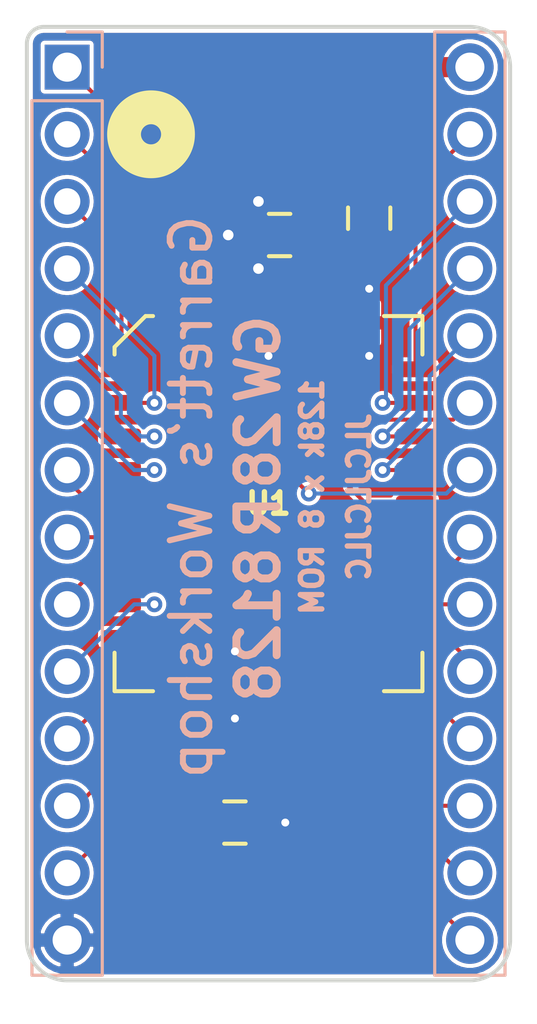
<source format=kicad_pcb>
(kicad_pcb (version 20171130) (host pcbnew "(5.1.2-1)-1")

  (general
    (thickness 1.6)
    (drawings 16)
    (tracks 125)
    (zones 0)
    (modules 9)
    (nets 31)
  )

  (page A4)
  (layers
    (0 F.Cu signal)
    (31 B.Cu signal)
    (32 B.Adhes user)
    (33 F.Adhes user)
    (34 B.Paste user)
    (35 F.Paste user)
    (36 B.SilkS user)
    (37 F.SilkS user)
    (38 B.Mask user)
    (39 F.Mask user)
    (40 Dwgs.User user)
    (41 Cmts.User user)
    (42 Eco1.User user)
    (43 Eco2.User user)
    (44 Edge.Cuts user)
    (45 Margin user)
    (46 B.CrtYd user)
    (47 F.CrtYd user)
    (48 B.Fab user)
    (49 F.Fab user)
  )

  (setup
    (last_trace_width 0.1524)
    (user_trace_width 0.2)
    (user_trace_width 0.254)
    (user_trace_width 0.508)
    (user_trace_width 0.762)
    (user_trace_width 1.27)
    (user_trace_width 1.524)
    (trace_clearance 0.1524)
    (zone_clearance 0.1524)
    (zone_45_only no)
    (trace_min 0.1524)
    (via_size 0.6)
    (via_drill 0.3)
    (via_min_size 0.4)
    (via_min_drill 0.3)
    (user_via 0.8 0.4)
    (user_via 1.524 0.762)
    (uvia_size 0.3)
    (uvia_drill 0.1)
    (uvias_allowed no)
    (uvia_min_size 0.2)
    (uvia_min_drill 0.1)
    (edge_width 0.15)
    (segment_width 0.1524)
    (pcb_text_width 0.3)
    (pcb_text_size 1.5 1.5)
    (mod_edge_width 0.15)
    (mod_text_size 1 1)
    (mod_text_width 0.15)
    (pad_size 1.8 1.8)
    (pad_drill 1.1)
    (pad_to_mask_clearance 0.0762)
    (solder_mask_min_width 0.127)
    (pad_to_paste_clearance -0.0381)
    (aux_axis_origin 0 0)
    (visible_elements FFFFFF7F)
    (pcbplotparams
      (layerselection 0x010f8_ffffffff)
      (usegerberextensions true)
      (usegerberattributes false)
      (usegerberadvancedattributes false)
      (creategerberjobfile false)
      (excludeedgelayer true)
      (linewidth 0.100000)
      (plotframeref false)
      (viasonmask false)
      (mode 1)
      (useauxorigin false)
      (hpglpennumber 1)
      (hpglpenspeed 20)
      (hpglpendiameter 15.000000)
      (psnegative false)
      (psa4output false)
      (plotreference true)
      (plotvalue true)
      (plotinvisibletext false)
      (padsonsilk false)
      (subtractmaskfromsilk true)
      (outputformat 1)
      (mirror false)
      (drillshape 0)
      (scaleselection 1)
      (outputdirectory "gerber/"))
  )

  (net 0 "")
  (net 1 +5V)
  (net 2 GND)
  (net 3 /A4)
  (net 4 /D7)
  (net 5 /D6)
  (net 6 /A8)
  (net 7 /A7)
  (net 8 /A6)
  (net 9 /A5)
  (net 10 /A3)
  (net 11 /A2)
  (net 12 /A1)
  (net 13 /A0)
  (net 14 /A9)
  (net 15 /D1)
  (net 16 /D5)
  (net 17 /D0)
  (net 18 /D2)
  (net 19 /D3)
  (net 20 /D4)
  (net 21 /A10)
  (net 22 /A11)
  (net 23 /A12)
  (net 24 /A13)
  (net 25 /A14)
  (net 26 /A15)
  (net 27 /~OE~)
  (net 28 /A16)
  (net 29 /~CS~)
  (net 30 /~WE~)

  (net_class Default "This is the default net class."
    (clearance 0.1524)
    (trace_width 0.1524)
    (via_dia 0.6)
    (via_drill 0.3)
    (uvia_dia 0.3)
    (uvia_drill 0.1)
    (add_net +5V)
    (add_net /A0)
    (add_net /A1)
    (add_net /A10)
    (add_net /A11)
    (add_net /A12)
    (add_net /A13)
    (add_net /A14)
    (add_net /A15)
    (add_net /A16)
    (add_net /A2)
    (add_net /A3)
    (add_net /A4)
    (add_net /A5)
    (add_net /A6)
    (add_net /A7)
    (add_net /A8)
    (add_net /A9)
    (add_net /D0)
    (add_net /D1)
    (add_net /D2)
    (add_net /D3)
    (add_net /D4)
    (add_net /D5)
    (add_net /D6)
    (add_net /D7)
    (add_net /~CS~)
    (add_net /~OE~)
    (add_net /~WE~)
    (add_net GND)
  )

  (module stdpads:Fiducial (layer F.Cu) (tedit 5CFD71CD) (tstamp 5D30EF0C)
    (at 43.18 53.34)
    (descr "Circular Fiducial, 1mm bare copper top; 2mm keepout (Level A)")
    (tags marker)
    (path /5D319ED4)
    (attr smd)
    (fp_text reference FID2 (at 0 -1.6) (layer F.SilkS) hide
      (effects (font (size 0.508 0.508) (thickness 0.127)))
    )
    (fp_text value Fiducial (at 0 1.651) (layer F.Fab) hide
      (effects (font (size 0.508 0.508) (thickness 0.127)))
    )
    (fp_circle (center 0 0) (end 1 0) (layer F.Fab) (width 0.1))
    (fp_text user %R (at 0 0) (layer F.Fab)
      (effects (font (size 0.4 0.4) (thickness 0.06)))
    )
    (fp_circle (center 0 0) (end 1.25 0) (layer F.CrtYd) (width 0.05))
    (pad ~ smd circle (at 0 0) (size 1 1) (layers F.Cu F.Mask)
      (solder_mask_margin 0.5) (clearance 0.575))
  )

  (module stdpads:Fiducial (layer F.Cu) (tedit 5CFD71CD) (tstamp 5D13489F)
    (at 53.34 53.34)
    (descr "Circular Fiducial, 1mm bare copper top; 2mm keepout (Level A)")
    (tags marker)
    (path /5D319F51)
    (attr smd)
    (fp_text reference FID3 (at 0 -1.6) (layer F.SilkS) hide
      (effects (font (size 0.508 0.508) (thickness 0.127)))
    )
    (fp_text value Fiducial (at 0 1.651) (layer F.Fab) hide
      (effects (font (size 0.508 0.508) (thickness 0.127)))
    )
    (fp_circle (center 0 0) (end 1.25 0) (layer F.CrtYd) (width 0.05))
    (fp_text user %R (at 0 0) (layer F.Fab)
      (effects (font (size 0.4 0.4) (thickness 0.06)))
    )
    (fp_circle (center 0 0) (end 1 0) (layer F.Fab) (width 0.1))
    (pad ~ smd circle (at 0 0) (size 1 1) (layers F.Cu F.Mask)
      (solder_mask_margin 0.5) (clearance 0.575))
  )

  (module stdpads:Fiducial (layer F.Cu) (tedit 5CFD71CD) (tstamp 5D134897)
    (at 43.18 20.32)
    (descr "Circular Fiducial, 1mm bare copper top; 2mm keepout (Level A)")
    (tags marker)
    (path /5D319AF4)
    (attr smd)
    (fp_text reference FID1 (at 0 -1.6) (layer F.SilkS) hide
      (effects (font (size 0.508 0.508) (thickness 0.127)))
    )
    (fp_text value Fiducial (at 0 1.651) (layer F.Fab) hide
      (effects (font (size 0.508 0.508) (thickness 0.127)))
    )
    (fp_circle (center 0 0) (end 1.25 0) (layer F.CrtYd) (width 0.05))
    (fp_text user %R (at 0 0) (layer F.Fab)
      (effects (font (size 0.4 0.4) (thickness 0.06)))
    )
    (fp_circle (center 0 0) (end 1 0) (layer F.Fab) (width 0.1))
    (pad ~ smd circle (at 0 0) (size 1 1) (layers F.Cu F.Mask)
      (solder_mask_margin 0.5) (clearance 0.575))
  )

  (module stdpads:R_0805 (layer F.Cu) (tedit 5CC267AA) (tstamp 5D30E8B8)
    (at 52.07 26.035 270)
    (tags resistor)
    (path /5D31EA5F)
    (attr smd)
    (fp_text reference R2 (at 0 -1.5 90) (layer F.SilkS) hide
      (effects (font (size 0.8128 0.8128) (thickness 0.1524)))
    )
    (fp_text value 22k (at 0 0.889 90) (layer F.Fab) hide
      (effects (font (size 0.127 0.127) (thickness 0.03175)))
    )
    (fp_text user %R (at 0 0) (layer F.Fab)
      (effects (font (size 0.254 0.254) (thickness 0.0635)))
    )
    (fp_line (start 1.7 1) (end -1.7 1) (layer F.CrtYd) (width 0.05))
    (fp_line (start 1.7 -1) (end 1.7 1) (layer F.CrtYd) (width 0.05))
    (fp_line (start -1.7 -1) (end 1.7 -1) (layer F.CrtYd) (width 0.05))
    (fp_line (start -1.7 1) (end -1.7 -1) (layer F.CrtYd) (width 0.05))
    (fp_line (start -0.4064 0.8) (end 0.4064 0.8) (layer F.SilkS) (width 0.1524))
    (fp_line (start -0.4064 -0.8) (end 0.4064 -0.8) (layer F.SilkS) (width 0.1524))
    (fp_line (start 1 0.625) (end -1 0.625) (layer F.Fab) (width 0.1))
    (fp_line (start 1 -0.625) (end 1 0.625) (layer F.Fab) (width 0.1))
    (fp_line (start -1 -0.625) (end 1 -0.625) (layer F.Fab) (width 0.1))
    (fp_line (start -1 0.625) (end -1 -0.625) (layer F.Fab) (width 0.1))
    (pad 2 smd roundrect (at 0.95 0 270) (size 0.85 1.4) (layers F.Cu F.Paste F.Mask) (roundrect_rratio 0.25)
      (net 30 /~WE~))
    (pad 1 smd roundrect (at -0.95 0 270) (size 0.85 1.4) (layers F.Cu F.Paste F.Mask) (roundrect_rratio 0.25)
      (net 1 +5V))
    (model ${KISYS3DMOD}/Resistor_SMD.3dshapes/R_0805_2012Metric.wrl
      (at (xyz 0 0 0))
      (scale (xyz 1 1 1))
      (rotate (xyz 0 0 0))
    )
  )

  (module Connector_PinHeader_2.54mm:PinHeader_1x14_P2.54mm_Vertical (layer B.Cu) (tedit 5D30E242) (tstamp 5D1348F3)
    (at 55.88 20.32 180)
    (descr "Through hole straight pin header, 1x14, 2.54mm pitch, single row")
    (tags "Through hole pin header THT 1x14 2.54mm single row")
    (path /5D162C4F)
    (fp_text reference J2 (at 0 2.33 180) (layer B.SilkS) hide
      (effects (font (size 1 1) (thickness 0.15)) (justify mirror))
    )
    (fp_text value Right (at 0 -35.35 180) (layer B.Fab)
      (effects (font (size 1 1) (thickness 0.15)) (justify mirror))
    )
    (fp_line (start -0.635 1.27) (end 1.27 1.27) (layer B.Fab) (width 0.1))
    (fp_line (start 1.27 1.27) (end 1.27 -34.29) (layer B.Fab) (width 0.1))
    (fp_line (start 1.27 -34.29) (end -1.27 -34.29) (layer B.Fab) (width 0.1))
    (fp_line (start -1.27 -34.29) (end -1.27 0.635) (layer B.Fab) (width 0.1))
    (fp_line (start -1.27 0.635) (end -0.635 1.27) (layer B.Fab) (width 0.1))
    (fp_line (start -1.33 -34.35) (end 1.33 -34.35) (layer B.SilkS) (width 0.12))
    (fp_line (start -1.33 1.33) (end -1.33 -34.35) (layer B.SilkS) (width 0.12))
    (fp_line (start 1.33 1.33) (end 1.33 -34.35) (layer B.SilkS) (width 0.12))
    (fp_line (start -1.33 1.33) (end 1.33 1.33) (layer B.SilkS) (width 0.12))
    (fp_line (start -1.33 0) (end -1.33 1.33) (layer B.SilkS) (width 0.12))
    (fp_line (start -1.33 1.33) (end 0 1.33) (layer B.SilkS) (width 0.12))
    (fp_line (start -1.8 1.8) (end -1.8 -34.8) (layer B.CrtYd) (width 0.05))
    (fp_line (start -1.8 -34.8) (end 1.8 -34.8) (layer B.CrtYd) (width 0.05))
    (fp_line (start 1.8 -34.8) (end 1.8 1.8) (layer B.CrtYd) (width 0.05))
    (fp_line (start 1.8 1.8) (end -1.8 1.8) (layer B.CrtYd) (width 0.05))
    (fp_text user %R (at 0 -16.51 90) (layer B.Fab)
      (effects (font (size 1 1) (thickness 0.15)) (justify mirror))
    )
    (pad 1 thru_hole circle (at 0 0 180) (size 1.8 1.8) (drill 1.1) (layers *.Cu *.Mask)
      (net 1 +5V))
    (pad 2 thru_hole oval (at 0 -2.54 180) (size 1.7 1.7) (drill 1) (layers *.Cu *.Mask)
      (net 25 /A14))
    (pad 3 thru_hole oval (at 0 -5.08 180) (size 1.7 1.7) (drill 1) (layers *.Cu *.Mask)
      (net 24 /A13))
    (pad 4 thru_hole oval (at 0 -7.62 180) (size 1.7 1.7) (drill 1) (layers *.Cu *.Mask)
      (net 6 /A8))
    (pad 5 thru_hole oval (at 0 -10.16 180) (size 1.7 1.7) (drill 1) (layers *.Cu *.Mask)
      (net 14 /A9))
    (pad 6 thru_hole oval (at 0 -12.7 180) (size 1.7 1.7) (drill 1) (layers *.Cu *.Mask)
      (net 22 /A11))
    (pad 7 thru_hole oval (at 0 -15.24 180) (size 1.7 1.7) (drill 1) (layers *.Cu *.Mask)
      (net 28 /A16))
    (pad 8 thru_hole oval (at 0 -17.78 180) (size 1.7 1.7) (drill 1) (layers *.Cu *.Mask)
      (net 21 /A10))
    (pad 9 thru_hole oval (at 0 -20.32 180) (size 1.7 1.7) (drill 1) (layers *.Cu *.Mask)
      (net 29 /~CS~))
    (pad 10 thru_hole oval (at 0 -22.86 180) (size 1.7 1.7) (drill 1) (layers *.Cu *.Mask)
      (net 4 /D7))
    (pad 11 thru_hole oval (at 0 -25.4 180) (size 1.7 1.7) (drill 1) (layers *.Cu *.Mask)
      (net 5 /D6))
    (pad 12 thru_hole oval (at 0 -27.94 180) (size 1.7 1.7) (drill 1) (layers *.Cu *.Mask)
      (net 16 /D5))
    (pad 13 thru_hole oval (at 0 -30.48 180) (size 1.7 1.7) (drill 1) (layers *.Cu *.Mask)
      (net 20 /D4))
    (pad 14 thru_hole circle (at 0 -33.02 180) (size 1.8 1.8) (drill 1.1) (layers *.Cu *.Mask)
      (net 19 /D3))
    (model ${KISYS3DMOD}/Connector_PinHeader_2.54mm.3dshapes/PinHeader_1x14_P2.54mm_Vertical.wrl
      (at (xyz 0 0 0))
      (scale (xyz 1 1 1))
      (rotate (xyz 0 0 0))
    )
  )

  (module stdpads:C_0805 (layer F.Cu) (tedit 5CC26793) (tstamp 5D13487E)
    (at 48.68 26.67 180)
    (tags capacitor)
    (path /5D136B08)
    (attr smd)
    (fp_text reference C1 (at 0 -1.5) (layer F.SilkS) hide
      (effects (font (size 0.8128 0.8128) (thickness 0.1524)))
    )
    (fp_text value 100n (at 0 0.9) (layer F.Fab) hide
      (effects (font (size 0.127 0.127) (thickness 0.03175)))
    )
    (fp_line (start -1 0.625) (end -1 -0.625) (layer F.Fab) (width 0.15))
    (fp_line (start -1 -0.625) (end 1 -0.625) (layer F.Fab) (width 0.15))
    (fp_line (start 1 -0.625) (end 1 0.625) (layer F.Fab) (width 0.15))
    (fp_line (start 1 0.625) (end -1 0.625) (layer F.Fab) (width 0.15))
    (fp_line (start -0.4064 -0.8) (end 0.4064 -0.8) (layer F.SilkS) (width 0.1524))
    (fp_line (start -0.4064 0.8) (end 0.4064 0.8) (layer F.SilkS) (width 0.1524))
    (fp_line (start -1.7 1) (end -1.7 -1) (layer F.CrtYd) (width 0.05))
    (fp_line (start -1.7 -1) (end 1.7 -1) (layer F.CrtYd) (width 0.05))
    (fp_line (start 1.7 -1) (end 1.7 1) (layer F.CrtYd) (width 0.05))
    (fp_line (start 1.7 1) (end -1.7 1) (layer F.CrtYd) (width 0.05))
    (fp_text user %R (at 0 0 90) (layer F.Fab)
      (effects (font (size 0.254 0.254) (thickness 0.0635)))
    )
    (pad 1 smd roundrect (at -0.85 0 180) (size 1.05 1.4) (layers F.Cu F.Paste F.Mask) (roundrect_rratio 0.25)
      (net 1 +5V))
    (pad 2 smd roundrect (at 0.85 0 180) (size 1.05 1.4) (layers F.Cu F.Paste F.Mask) (roundrect_rratio 0.25)
      (net 2 GND))
    (model ${KISYS3DMOD}/Capacitor_SMD.3dshapes/C_0805_2012Metric.wrl
      (at (xyz 0 0 0))
      (scale (xyz 1 1 1))
      (rotate (xyz 0 0 0))
    )
  )

  (module Connector_PinHeader_2.54mm:PinHeader_1x14_P2.54mm_Vertical (layer B.Cu) (tedit 5D30E227) (tstamp 5D1348D1)
    (at 40.64 20.32 180)
    (descr "Through hole straight pin header, 1x14, 2.54mm pitch, single row")
    (tags "Through hole pin header THT 1x14 2.54mm single row")
    (path /5D145F9E)
    (fp_text reference J1 (at 0 2.33) (layer B.SilkS) hide
      (effects (font (size 1 1) (thickness 0.15)) (justify mirror))
    )
    (fp_text value Left (at 0 -35.35) (layer B.Fab)
      (effects (font (size 1 1) (thickness 0.15)) (justify mirror))
    )
    (fp_line (start -0.635 1.27) (end 1.27 1.27) (layer B.Fab) (width 0.1))
    (fp_line (start 1.27 1.27) (end 1.27 -34.29) (layer B.Fab) (width 0.1))
    (fp_line (start 1.27 -34.29) (end -1.27 -34.29) (layer B.Fab) (width 0.1))
    (fp_line (start -1.27 -34.29) (end -1.27 0.635) (layer B.Fab) (width 0.1))
    (fp_line (start -1.27 0.635) (end -0.635 1.27) (layer B.Fab) (width 0.1))
    (fp_line (start -1.33 -34.35) (end 1.33 -34.35) (layer B.SilkS) (width 0.12))
    (fp_line (start -1.33 -1.27) (end -1.33 -34.35) (layer B.SilkS) (width 0.12))
    (fp_line (start 1.33 -1.27) (end 1.33 -34.35) (layer B.SilkS) (width 0.12))
    (fp_line (start -1.33 -1.27) (end 1.33 -1.27) (layer B.SilkS) (width 0.12))
    (fp_line (start -1.33 0) (end -1.33 1.33) (layer B.SilkS) (width 0.12))
    (fp_line (start -1.33 1.33) (end 0 1.33) (layer B.SilkS) (width 0.12))
    (fp_line (start -1.8 1.8) (end -1.8 -34.8) (layer B.CrtYd) (width 0.05))
    (fp_line (start -1.8 -34.8) (end 1.8 -34.8) (layer B.CrtYd) (width 0.05))
    (fp_line (start 1.8 -34.8) (end 1.8 1.8) (layer B.CrtYd) (width 0.05))
    (fp_line (start 1.8 1.8) (end -1.8 1.8) (layer B.CrtYd) (width 0.05))
    (fp_text user %R (at 0 -16.51 270) (layer B.Fab)
      (effects (font (size 1 1) (thickness 0.15)) (justify mirror))
    )
    (pad 1 thru_hole rect (at 0 0 180) (size 1.7 1.7) (drill 1.1) (layers *.Cu *.Mask)
      (net 26 /A15))
    (pad 2 thru_hole oval (at 0 -2.54 180) (size 1.7 1.7) (drill 1) (layers *.Cu *.Mask)
      (net 23 /A12))
    (pad 3 thru_hole oval (at 0 -5.08 180) (size 1.7 1.7) (drill 1) (layers *.Cu *.Mask)
      (net 7 /A7))
    (pad 4 thru_hole oval (at 0 -7.62 180) (size 1.7 1.7) (drill 1) (layers *.Cu *.Mask)
      (net 8 /A6))
    (pad 5 thru_hole oval (at 0 -10.16 180) (size 1.7 1.7) (drill 1) (layers *.Cu *.Mask)
      (net 9 /A5))
    (pad 6 thru_hole oval (at 0 -12.7 180) (size 1.7 1.7) (drill 1) (layers *.Cu *.Mask)
      (net 3 /A4))
    (pad 7 thru_hole oval (at 0 -15.24 180) (size 1.7 1.7) (drill 1) (layers *.Cu *.Mask)
      (net 10 /A3))
    (pad 8 thru_hole oval (at 0 -17.78 180) (size 1.7 1.7) (drill 1) (layers *.Cu *.Mask)
      (net 11 /A2))
    (pad 9 thru_hole oval (at 0 -20.32 180) (size 1.7 1.7) (drill 1) (layers *.Cu *.Mask)
      (net 12 /A1))
    (pad 10 thru_hole oval (at 0 -22.86 180) (size 1.7 1.7) (drill 1) (layers *.Cu *.Mask)
      (net 13 /A0))
    (pad 11 thru_hole oval (at 0 -25.4 180) (size 1.7 1.7) (drill 1) (layers *.Cu *.Mask)
      (net 17 /D0))
    (pad 12 thru_hole oval (at 0 -27.94 180) (size 1.7 1.7) (drill 1) (layers *.Cu *.Mask)
      (net 15 /D1))
    (pad 13 thru_hole oval (at 0 -30.48 180) (size 1.7 1.7) (drill 1) (layers *.Cu *.Mask)
      (net 18 /D2))
    (pad 14 thru_hole oval (at 0 -33.02 180) (size 1.8 1.8) (drill 1.1) (layers *.Cu *.Mask)
      (net 2 GND))
    (model ${KISYS3DMOD}/Connector_PinHeader_2.54mm.3dshapes/PinHeader_1x14_P2.54mm_Vertical.wrl
      (at (xyz 0 0 0))
      (scale (xyz 1 1 1))
      (rotate (xyz 0 0 0))
    )
  )

  (module stdpads:PLCC-32 (layer F.Cu) (tedit 5D0DA842) (tstamp 5D12FC01)
    (at 48.26 36.83)
    (descr "PLCC, 32 Pin (http://ww1.microchip.com/downloads/en/DeviceDoc/doc0015.pdf), generated with kicad-footprint-generator ipc_plcc_jLead_generator.py")
    (tags "PLCC LCC")
    (path /5E56BC07)
    (attr smd)
    (fp_text reference U1 (at 0 0) (layer F.SilkS)
      (effects (font (size 0.8128 0.8128) (thickness 0.2032)))
    )
    (fp_text value 39SF010 (at 0 1.27) (layer F.Fab)
      (effects (font (size 0.8128 0.8128) (thickness 0.2032)))
    )
    (fp_line (start 4.37 -7.095) (end 5.825 -7.095) (layer F.SilkS) (width 0.1524))
    (fp_line (start 5.825 -7.095) (end 5.825 -5.64) (layer F.SilkS) (width 0.1524))
    (fp_line (start -4.37 7.095) (end -5.825 7.095) (layer F.SilkS) (width 0.1524))
    (fp_line (start -5.825 7.095) (end -5.825 5.64) (layer F.SilkS) (width 0.1524))
    (fp_line (start 4.37 7.095) (end 5.825 7.095) (layer F.SilkS) (width 0.1524))
    (fp_line (start 5.825 7.095) (end 5.825 5.64) (layer F.SilkS) (width 0.1524))
    (fp_line (start -4.37 -7.095) (end -4.652782 -7.095) (layer F.SilkS) (width 0.1524))
    (fp_line (start -4.652782 -7.095) (end -5.825 -5.922782) (layer F.SilkS) (width 0.1524))
    (fp_line (start -5.825 -5.922782) (end -5.825 -5.64) (layer F.SilkS) (width 0.1524))
    (fp_line (start 0 -6.277893) (end 0.5 -6.985) (layer F.Fab) (width 0.1))
    (fp_line (start 0.5 -6.985) (end 5.715 -6.985) (layer F.Fab) (width 0.1))
    (fp_line (start 5.715 -6.985) (end 5.715 6.985) (layer F.Fab) (width 0.1))
    (fp_line (start 5.715 6.985) (end -5.715 6.985) (layer F.Fab) (width 0.1))
    (fp_line (start -5.715 6.985) (end -5.715 -5.845) (layer F.Fab) (width 0.1))
    (fp_line (start -5.715 -5.845) (end -4.575 -6.985) (layer F.Fab) (width 0.1))
    (fp_line (start -4.575 -6.985) (end -0.5 -6.985) (layer F.Fab) (width 0.1))
    (fp_line (start -0.5 -6.985) (end 0 -6.277893) (layer F.Fab) (width 0.1))
    (fp_line (start 0 -7.82) (end 4.36 -7.82) (layer F.CrtYd) (width 0.05))
    (fp_line (start 4.36 -7.82) (end 4.36 -7.23) (layer F.CrtYd) (width 0.05))
    (fp_line (start 4.36 -7.23) (end 5.96 -7.23) (layer F.CrtYd) (width 0.05))
    (fp_line (start 5.96 -7.23) (end 5.96 -5.63) (layer F.CrtYd) (width 0.05))
    (fp_line (start 5.96 -5.63) (end 6.55 -5.63) (layer F.CrtYd) (width 0.05))
    (fp_line (start 6.55 -5.63) (end 6.55 0) (layer F.CrtYd) (width 0.05))
    (fp_line (start 0 7.82) (end -4.36 7.82) (layer F.CrtYd) (width 0.05))
    (fp_line (start -4.36 7.82) (end -4.36 7.23) (layer F.CrtYd) (width 0.05))
    (fp_line (start -4.36 7.23) (end -5.96 7.23) (layer F.CrtYd) (width 0.05))
    (fp_line (start -5.96 7.23) (end -5.96 5.63) (layer F.CrtYd) (width 0.05))
    (fp_line (start -5.96 5.63) (end -6.55 5.63) (layer F.CrtYd) (width 0.05))
    (fp_line (start -6.55 5.63) (end -6.55 0) (layer F.CrtYd) (width 0.05))
    (fp_line (start 0 7.82) (end 4.36 7.82) (layer F.CrtYd) (width 0.05))
    (fp_line (start 4.36 7.82) (end 4.36 7.23) (layer F.CrtYd) (width 0.05))
    (fp_line (start 4.36 7.23) (end 5.96 7.23) (layer F.CrtYd) (width 0.05))
    (fp_line (start 5.96 7.23) (end 5.96 5.63) (layer F.CrtYd) (width 0.05))
    (fp_line (start 5.96 5.63) (end 6.55 5.63) (layer F.CrtYd) (width 0.05))
    (fp_line (start 6.55 5.63) (end 6.55 0) (layer F.CrtYd) (width 0.05))
    (fp_line (start 0 -7.82) (end -4.36 -7.82) (layer F.CrtYd) (width 0.05))
    (fp_line (start -4.36 -7.82) (end -4.36 -7.23) (layer F.CrtYd) (width 0.05))
    (fp_line (start -4.36 -7.23) (end -4.68 -7.23) (layer F.CrtYd) (width 0.05))
    (fp_line (start -4.68 -7.23) (end -5.96 -5.95) (layer F.CrtYd) (width 0.05))
    (fp_line (start -5.96 -5.95) (end -5.96 -5.63) (layer F.CrtYd) (width 0.05))
    (fp_line (start -5.96 -5.63) (end -6.55 -5.63) (layer F.CrtYd) (width 0.05))
    (fp_line (start -6.55 -5.63) (end -6.55 0) (layer F.CrtYd) (width 0.05))
    (fp_text user %R (at 0 0) (layer F.Fab)
      (effects (font (size 0.8128 0.8128) (thickness 0.2032)))
    )
    (pad 1 smd roundrect (at 0 -6.8375) (size 0.6 1.475) (layers F.Cu F.Paste F.Mask) (roundrect_rratio 0.25)
      (net 2 GND))
    (pad 2 smd roundrect (at -1.27 -6.8375) (size 0.6 1.475) (layers F.Cu F.Paste F.Mask) (roundrect_rratio 0.25)
      (net 28 /A16))
    (pad 3 smd roundrect (at -2.54 -6.8375) (size 0.6 1.475) (layers F.Cu F.Paste F.Mask) (roundrect_rratio 0.25)
      (net 26 /A15))
    (pad 4 smd roundrect (at -3.81 -6.8375) (size 0.6 1.475) (layers F.Cu F.Paste F.Mask) (roundrect_rratio 0.25)
      (net 23 /A12))
    (pad 5 smd roundrect (at -5.5625 -5.08) (size 1.475 0.6) (layers F.Cu F.Paste F.Mask) (roundrect_rratio 0.25)
      (net 7 /A7))
    (pad 6 smd roundrect (at -5.5625 -3.81) (size 1.475 0.6) (layers F.Cu F.Paste F.Mask) (roundrect_rratio 0.25)
      (net 8 /A6))
    (pad 7 smd roundrect (at -5.5625 -2.54) (size 1.475 0.6) (layers F.Cu F.Paste F.Mask) (roundrect_rratio 0.25)
      (net 9 /A5))
    (pad 8 smd roundrect (at -5.5625 -1.27) (size 1.475 0.6) (layers F.Cu F.Paste F.Mask) (roundrect_rratio 0.25)
      (net 3 /A4))
    (pad 9 smd roundrect (at -5.5625 0) (size 1.475 0.6) (layers F.Cu F.Paste F.Mask) (roundrect_rratio 0.25)
      (net 10 /A3))
    (pad 10 smd roundrect (at -5.5625 1.27) (size 1.475 0.6) (layers F.Cu F.Paste F.Mask) (roundrect_rratio 0.25)
      (net 11 /A2))
    (pad 11 smd roundrect (at -5.5625 2.54) (size 1.475 0.6) (layers F.Cu F.Paste F.Mask) (roundrect_rratio 0.25)
      (net 12 /A1))
    (pad 12 smd roundrect (at -5.5625 3.81) (size 1.475 0.6) (layers F.Cu F.Paste F.Mask) (roundrect_rratio 0.25)
      (net 13 /A0))
    (pad 13 smd roundrect (at -5.5625 5.08) (size 1.475 0.6) (layers F.Cu F.Paste F.Mask) (roundrect_rratio 0.25)
      (net 17 /D0))
    (pad 14 smd roundrect (at -3.81 6.8375) (size 0.6 1.475) (layers F.Cu F.Paste F.Mask) (roundrect_rratio 0.25)
      (net 15 /D1))
    (pad 15 smd roundrect (at -2.54 6.8375) (size 0.6 1.475) (layers F.Cu F.Paste F.Mask) (roundrect_rratio 0.25)
      (net 18 /D2))
    (pad 16 smd roundrect (at -1.27 6.8375) (size 0.6 1.475) (layers F.Cu F.Paste F.Mask) (roundrect_rratio 0.25)
      (net 2 GND))
    (pad 17 smd roundrect (at 0 6.8375) (size 0.6 1.475) (layers F.Cu F.Paste F.Mask) (roundrect_rratio 0.25)
      (net 19 /D3))
    (pad 18 smd roundrect (at 1.27 6.8375) (size 0.6 1.475) (layers F.Cu F.Paste F.Mask) (roundrect_rratio 0.25)
      (net 20 /D4))
    (pad 19 smd roundrect (at 2.54 6.8375) (size 0.6 1.475) (layers F.Cu F.Paste F.Mask) (roundrect_rratio 0.25)
      (net 16 /D5))
    (pad 20 smd roundrect (at 3.81 6.8375) (size 0.6 1.475) (layers F.Cu F.Paste F.Mask) (roundrect_rratio 0.25)
      (net 5 /D6))
    (pad 21 smd roundrect (at 5.5625 5.08) (size 1.475 0.6) (layers F.Cu F.Paste F.Mask) (roundrect_rratio 0.25)
      (net 4 /D7))
    (pad 22 smd roundrect (at 5.5625 3.81) (size 1.475 0.6) (layers F.Cu F.Paste F.Mask) (roundrect_rratio 0.25)
      (net 29 /~CS~))
    (pad 23 smd roundrect (at 5.5625 2.54) (size 1.475 0.6) (layers F.Cu F.Paste F.Mask) (roundrect_rratio 0.25)
      (net 21 /A10))
    (pad 24 smd roundrect (at 5.5625 1.27) (size 1.475 0.6) (layers F.Cu F.Paste F.Mask) (roundrect_rratio 0.25)
      (net 27 /~OE~))
    (pad 25 smd roundrect (at 5.5625 0) (size 1.475 0.6) (layers F.Cu F.Paste F.Mask) (roundrect_rratio 0.25)
      (net 22 /A11))
    (pad 26 smd roundrect (at 5.5625 -1.27) (size 1.475 0.6) (layers F.Cu F.Paste F.Mask) (roundrect_rratio 0.25)
      (net 14 /A9))
    (pad 27 smd roundrect (at 5.5625 -2.54) (size 1.475 0.6) (layers F.Cu F.Paste F.Mask) (roundrect_rratio 0.25)
      (net 6 /A8))
    (pad 28 smd roundrect (at 5.5625 -3.81) (size 1.475 0.6) (layers F.Cu F.Paste F.Mask) (roundrect_rratio 0.25)
      (net 24 /A13))
    (pad 29 smd roundrect (at 5.5625 -5.08) (size 1.475 0.6) (layers F.Cu F.Paste F.Mask) (roundrect_rratio 0.25)
      (net 25 /A14))
    (pad 30 smd roundrect (at 3.81 -6.8375) (size 0.6 1.475) (layers F.Cu F.Paste F.Mask) (roundrect_rratio 0.25)
      (net 2 GND))
    (pad 31 smd roundrect (at 2.54 -6.8375) (size 0.6 1.475) (layers F.Cu F.Paste F.Mask) (roundrect_rratio 0.25)
      (net 30 /~WE~))
    (pad 32 smd roundrect (at 1.27 -6.8375) (size 0.6 1.475) (layers F.Cu F.Paste F.Mask) (roundrect_rratio 0.25)
      (net 1 +5V))
    (model ${KIPRJMOD}/../stdpads.3dshapes/PLCC-32.wrl
      (at (xyz 0 0 0))
      (scale (xyz 1 1 1))
      (rotate (xyz 0 0 180))
    )
  )

  (module stdpads:R_0805 (layer F.Cu) (tedit 5CC267AA) (tstamp 5D30E225)
    (at 46.99 48.895)
    (tags resistor)
    (path /5D3208E4)
    (attr smd)
    (fp_text reference R1 (at 0 -1.5) (layer F.SilkS) hide
      (effects (font (size 0.8128 0.8128) (thickness 0.1524)))
    )
    (fp_text value 22k (at 0 0.889) (layer F.Fab) hide
      (effects (font (size 0.127 0.127) (thickness 0.03175)))
    )
    (fp_line (start -1 0.625) (end -1 -0.625) (layer F.Fab) (width 0.1))
    (fp_line (start -1 -0.625) (end 1 -0.625) (layer F.Fab) (width 0.1))
    (fp_line (start 1 -0.625) (end 1 0.625) (layer F.Fab) (width 0.1))
    (fp_line (start 1 0.625) (end -1 0.625) (layer F.Fab) (width 0.1))
    (fp_line (start -0.4064 -0.8) (end 0.4064 -0.8) (layer F.SilkS) (width 0.1524))
    (fp_line (start -0.4064 0.8) (end 0.4064 0.8) (layer F.SilkS) (width 0.1524))
    (fp_line (start -1.7 1) (end -1.7 -1) (layer F.CrtYd) (width 0.05))
    (fp_line (start -1.7 -1) (end 1.7 -1) (layer F.CrtYd) (width 0.05))
    (fp_line (start 1.7 -1) (end 1.7 1) (layer F.CrtYd) (width 0.05))
    (fp_line (start 1.7 1) (end -1.7 1) (layer F.CrtYd) (width 0.05))
    (fp_text user %R (at 0 0 90) (layer F.Fab)
      (effects (font (size 0.254 0.254) (thickness 0.0635)))
    )
    (pad 1 smd roundrect (at -0.95 0) (size 0.85 1.4) (layers F.Cu F.Paste F.Mask) (roundrect_rratio 0.25)
      (net 27 /~OE~))
    (pad 2 smd roundrect (at 0.95 0) (size 0.85 1.4) (layers F.Cu F.Paste F.Mask) (roundrect_rratio 0.25)
      (net 2 GND))
    (model ${KISYS3DMOD}/Resistor_SMD.3dshapes/R_0805_2012Metric.wrl
      (at (xyz 0 0 0))
      (scale (xyz 1 1 1))
      (rotate (xyz 0 0 0))
    )
  )

  (gr_arc (start 39.751 19.431) (end 39.751 18.796) (angle -90) (layer Edge.Cuts) (width 0.15) (tstamp 5D347157))
  (gr_arc (start 40.64 53.34) (end 39.116 53.34) (angle -90) (layer Edge.Cuts) (width 0.15) (tstamp 5D347062))
  (gr_arc (start 55.88 53.34) (end 55.88 54.864) (angle -90) (layer Edge.Cuts) (width 0.15) (tstamp 5D347054))
  (gr_arc (start 55.88 20.32) (end 57.404 20.32) (angle -90) (layer Edge.Cuts) (width 0.15))
  (gr_text JLCJLCJLC (at 51.689 36.576 90) (layer B.SilkS)
    (effects (font (size 0.8128 0.8128) (thickness 0.2032)) (justify mirror))
  )
  (gr_text "128k x 8 ROM" (at 49.911 36.576 90) (layer B.SilkS) (tstamp 5D130759)
    (effects (font (size 0.8128 0.8128) (thickness 0.2032)) (justify mirror))
  )
  (gr_circle (center 43.815 22.86) (end 44.196 22.86) (layer F.SilkS) (width 1.28))
  (gr_text 8128 (at 47.879 41.402 90) (layer B.SilkS) (tstamp 5D12F927)
    (effects (font (size 1.524 1.524) (thickness 0.3)) (justify mirror))
  )
  (gr_text R (at 47.879 37.338 90) (layer B.SilkS) (tstamp 5D12F91E)
    (effects (font (size 1.524 1.524) (thickness 0.3)) (justify mirror))
  )
  (gr_text 28 (at 47.879 34.798 90) (layer B.SilkS) (tstamp 5D12F91B)
    (effects (font (size 1.524 1.524) (thickness 0.3)) (justify mirror))
  )
  (gr_text GW (at 47.879 31.369 90) (layer B.SilkS) (tstamp 5D12F918)
    (effects (font (size 1.524 1.524) (thickness 0.3)) (justify mirror))
  )
  (gr_text "Garrett’s Workshop" (at 45.339 36.576 90) (layer B.SilkS) (tstamp 5D12F589)
    (effects (font (size 1.5 1.5) (thickness 0.225)) (justify mirror))
  )
  (gr_line (start 39.116 53.34) (end 39.116 19.431) (layer Edge.Cuts) (width 0.15) (tstamp 5D13801F))
  (gr_line (start 55.88 54.864) (end 40.64 54.864) (layer Edge.Cuts) (width 0.15))
  (gr_line (start 57.404 20.32) (end 57.404 53.34) (layer Edge.Cuts) (width 0.15))
  (gr_line (start 39.751 18.796) (end 55.88 18.796) (layer Edge.Cuts) (width 0.15))

  (segment (start 49.53 29.9925) (end 49.53 26.67) (width 0.508) (layer F.Cu) (net 1))
  (segment (start 49.53 26.67) (end 49.53 25.4) (width 0.762) (layer F.Cu) (net 1))
  (segment (start 54.61 20.32) (end 55.88 20.32) (width 0.762) (layer F.Cu) (net 1))
  (segment (start 52.07 23.495) (end 52.07 22.86) (width 0.762) (layer F.Cu) (net 1))
  (segment (start 54.61 20.32) (end 52.07 22.86) (width 0.762) (layer F.Cu) (net 1))
  (segment (start 51.2445 23.6855) (end 51.7525 23.6855) (width 0.762) (layer F.Cu) (net 1))
  (segment (start 51.2445 23.6855) (end 52.07 22.86) (width 0.762) (layer F.Cu) (net 1))
  (segment (start 49.53 25.4) (end 51.2445 23.6855) (width 0.762) (layer F.Cu) (net 1))
  (segment (start 51.7525 23.6855) (end 52.07 24.003) (width 0.762) (layer F.Cu) (net 1))
  (segment (start 52.07 24.003) (end 52.07 23.495) (width 0.762) (layer F.Cu) (net 1))
  (segment (start 52.07 25.085) (end 52.07 24.003) (width 0.762) (layer F.Cu) (net 1))
  (via (at 47.879 25.4) (size 0.8) (drill 0.4) (layers F.Cu B.Cu) (net 2))
  (segment (start 47.83 25.449) (end 47.879 25.4) (width 0.762) (layer F.Cu) (net 2))
  (segment (start 47.83 26.67) (end 47.83 25.449) (width 0.762) (layer F.Cu) (net 2))
  (via (at 46.736 26.67) (size 0.8) (drill 0.4) (layers F.Cu B.Cu) (net 2))
  (segment (start 47.83 26.67) (end 46.736 26.67) (width 0.762) (layer F.Cu) (net 2))
  (via (at 47.879 27.94) (size 0.8) (drill 0.4) (layers F.Cu B.Cu) (net 2))
  (segment (start 47.83 27.891) (end 47.879 27.94) (width 0.762) (layer F.Cu) (net 2))
  (segment (start 47.83 26.67) (end 47.83 27.891) (width 0.762) (layer F.Cu) (net 2))
  (via (at 46.99 42.418) (size 0.6) (drill 0.3) (layers F.Cu B.Cu) (net 2))
  (segment (start 46.99 43.6675) (end 46.99 42.418) (width 0.508) (layer F.Cu) (net 2))
  (via (at 46.99 44.958) (size 0.6) (drill 0.3) (layers F.Cu B.Cu) (net 2))
  (segment (start 46.99 43.6675) (end 46.99 44.958) (width 0.508) (layer F.Cu) (net 2))
  (via (at 48.26 31.242) (size 0.6) (drill 0.3) (layers F.Cu B.Cu) (net 2))
  (segment (start 48.26 29.9925) (end 48.26 31.242) (width 0.508) (layer F.Cu) (net 2))
  (via (at 52.07 31.242) (size 0.6) (drill 0.3) (layers F.Cu B.Cu) (net 2))
  (segment (start 52.07 29.9925) (end 52.07 31.242) (width 0.508) (layer F.Cu) (net 2))
  (via (at 52.07 28.702) (size 0.6) (drill 0.3) (layers F.Cu B.Cu) (net 2))
  (segment (start 52.07 29.9925) (end 52.07 28.702) (width 0.508) (layer F.Cu) (net 2))
  (via (at 48.895 48.895) (size 0.6) (drill 0.3) (layers F.Cu B.Cu) (net 2))
  (segment (start 47.94 48.895) (end 48.895 48.895) (width 0.1524) (layer F.Cu) (net 2))
  (via (at 43.942 35.56) (size 0.6) (drill 0.3) (layers F.Cu B.Cu) (net 3))
  (segment (start 42.6975 35.56) (end 43.942 35.56) (width 0.1524) (layer F.Cu) (net 3))
  (segment (start 43.18 35.56) (end 43.942 35.56) (width 0.1524) (layer B.Cu) (net 3))
  (segment (start 40.64 33.02) (end 43.18 35.56) (width 0.1524) (layer B.Cu) (net 3))
  (segment (start 53.8225 41.91) (end 54.991 41.91) (width 0.1524) (layer F.Cu) (net 4))
  (segment (start 55.88 42.799) (end 55.88 43.18) (width 0.1524) (layer F.Cu) (net 4))
  (segment (start 54.991 41.91) (end 55.88 42.799) (width 0.1524) (layer F.Cu) (net 4))
  (segment (start 53.8275 43.6675) (end 55.88 45.72) (width 0.1524) (layer F.Cu) (net 5))
  (segment (start 52.07 43.6675) (end 53.8275 43.6675) (width 0.1524) (layer F.Cu) (net 5))
  (via (at 52.578 34.29) (size 0.6) (drill 0.3) (layers F.Cu B.Cu) (net 6))
  (segment (start 53.8225 34.29) (end 52.578 34.29) (width 0.1524) (layer F.Cu) (net 6))
  (segment (start 53.594 30.226) (end 55.88 27.94) (width 0.1524) (layer B.Cu) (net 6))
  (segment (start 53.594 33.274) (end 53.594 30.226) (width 0.1524) (layer B.Cu) (net 6))
  (segment (start 52.578 34.29) (end 53.594 33.274) (width 0.1524) (layer B.Cu) (net 6))
  (segment (start 42.6975 27.4575) (end 40.64 25.4) (width 0.1524) (layer F.Cu) (net 7))
  (segment (start 42.6975 31.75) (end 42.6975 27.4575) (width 0.1524) (layer F.Cu) (net 7))
  (via (at 43.942 33.02) (size 0.6) (drill 0.3) (layers F.Cu B.Cu) (net 8))
  (segment (start 42.6975 33.02) (end 43.942 33.02) (width 0.1524) (layer F.Cu) (net 8))
  (segment (start 43.942 31.242) (end 43.942 33.02) (width 0.1524) (layer B.Cu) (net 8))
  (segment (start 40.64 27.94) (end 43.942 31.242) (width 0.1524) (layer B.Cu) (net 8))
  (via (at 43.942 34.29) (size 0.6) (drill 0.3) (layers F.Cu B.Cu) (net 9))
  (segment (start 42.6975 34.29) (end 43.942 34.29) (width 0.1524) (layer F.Cu) (net 9))
  (segment (start 42.672 32.766) (end 42.672 33.528) (width 0.1524) (layer B.Cu) (net 9))
  (segment (start 43.434 34.29) (end 43.942 34.29) (width 0.1524) (layer B.Cu) (net 9))
  (segment (start 40.64 30.734) (end 42.672 32.766) (width 0.1524) (layer B.Cu) (net 9))
  (segment (start 42.672 33.528) (end 43.434 34.29) (width 0.1524) (layer B.Cu) (net 9))
  (segment (start 40.64 30.48) (end 40.64 30.734) (width 0.1524) (layer B.Cu) (net 9))
  (segment (start 42.6975 36.83) (end 41.529 36.83) (width 0.1524) (layer F.Cu) (net 10))
  (segment (start 40.64 35.941) (end 40.64 35.56) (width 0.1524) (layer F.Cu) (net 10))
  (segment (start 41.529 36.83) (end 40.64 35.941) (width 0.1524) (layer F.Cu) (net 10))
  (segment (start 40.64 38.1) (end 42.6975 38.1) (width 0.1524) (layer F.Cu) (net 11))
  (segment (start 42.6975 39.37) (end 41.656 39.37) (width 0.1524) (layer F.Cu) (net 12))
  (segment (start 40.64 40.386) (end 40.64 40.64) (width 0.1524) (layer F.Cu) (net 12))
  (segment (start 41.656 39.37) (end 40.64 40.386) (width 0.1524) (layer F.Cu) (net 12))
  (via (at 43.942 40.64) (size 0.6) (drill 0.3) (layers F.Cu B.Cu) (net 13))
  (segment (start 42.6975 40.64) (end 43.942 40.64) (width 0.1524) (layer F.Cu) (net 13))
  (segment (start 43.18 40.64) (end 40.64 43.18) (width 0.1524) (layer B.Cu) (net 13))
  (segment (start 43.942 40.64) (end 43.18 40.64) (width 0.1524) (layer B.Cu) (net 13))
  (via (at 52.578 35.56) (size 0.6) (drill 0.3) (layers F.Cu B.Cu) (net 14))
  (segment (start 53.8225 35.56) (end 52.578 35.56) (width 0.1524) (layer F.Cu) (net 14))
  (segment (start 54.356 32.004) (end 55.88 30.48) (width 0.1524) (layer B.Cu) (net 14))
  (segment (start 54.356 33.782) (end 54.356 32.004) (width 0.1524) (layer B.Cu) (net 14))
  (segment (start 52.578 35.56) (end 54.356 33.782) (width 0.1524) (layer B.Cu) (net 14))
  (segment (start 44.45 44.831) (end 44.45 43.6675) (width 0.1524) (layer F.Cu) (net 15))
  (segment (start 41.021 48.26) (end 44.45 44.831) (width 0.1524) (layer F.Cu) (net 15))
  (segment (start 40.64 48.26) (end 41.021 48.26) (width 0.1524) (layer F.Cu) (net 15))
  (segment (start 54.229 48.26) (end 55.88 48.26) (width 0.1524) (layer F.Cu) (net 16))
  (segment (start 50.8 44.831) (end 54.229 48.26) (width 0.1524) (layer F.Cu) (net 16))
  (segment (start 50.8 43.6675) (end 50.8 44.831) (width 0.1524) (layer F.Cu) (net 16))
  (segment (start 42.6975 43.6625) (end 40.64 45.72) (width 0.1524) (layer F.Cu) (net 17))
  (segment (start 42.6975 41.91) (end 42.6975 43.6625) (width 0.1524) (layer F.Cu) (net 17))
  (segment (start 45.72 45.72) (end 45.72 43.6675) (width 0.1524) (layer F.Cu) (net 18))
  (segment (start 40.64 50.8) (end 45.72 45.72) (width 0.1524) (layer F.Cu) (net 18))
  (segment (start 48.26 45.72) (end 55.88 53.34) (width 0.1524) (layer F.Cu) (net 19))
  (segment (start 48.26 43.6675) (end 48.26 45.72) (width 0.1524) (layer F.Cu) (net 19))
  (segment (start 55.499 50.8) (end 55.88 50.8) (width 0.1524) (layer F.Cu) (net 20))
  (segment (start 49.53 44.831) (end 55.499 50.8) (width 0.1524) (layer F.Cu) (net 20))
  (segment (start 49.53 43.6675) (end 49.53 44.831) (width 0.1524) (layer F.Cu) (net 20))
  (segment (start 53.8225 39.37) (end 54.991 39.37) (width 0.1524) (layer F.Cu) (net 21))
  (segment (start 55.88 38.481) (end 55.88 38.1) (width 0.1524) (layer F.Cu) (net 21))
  (segment (start 54.991 39.37) (end 55.88 38.481) (width 0.1524) (layer F.Cu) (net 21))
  (segment (start 51.308 36.195) (end 51.943 36.83) (width 0.1524) (layer F.Cu) (net 22))
  (segment (start 51.308 34.29) (end 51.308 36.195) (width 0.1524) (layer F.Cu) (net 22))
  (segment (start 51.943 33.655) (end 51.308 34.29) (width 0.1524) (layer F.Cu) (net 22))
  (segment (start 55.245 33.655) (end 51.943 33.655) (width 0.1524) (layer F.Cu) (net 22))
  (segment (start 51.943 36.83) (end 53.8225 36.83) (width 0.1524) (layer F.Cu) (net 22))
  (segment (start 55.88 33.02) (end 55.245 33.655) (width 0.1524) (layer F.Cu) (net 22))
  (segment (start 44.45 26.67) (end 40.64 22.86) (width 0.1524) (layer F.Cu) (net 23))
  (segment (start 44.45 29.9925) (end 44.45 26.67) (width 0.1524) (layer F.Cu) (net 23))
  (via (at 52.578 33.02) (size 0.6) (drill 0.3) (layers F.Cu B.Cu) (net 24))
  (segment (start 53.8225 33.02) (end 52.578 33.02) (width 0.1524) (layer F.Cu) (net 24))
  (segment (start 52.705 28.575) (end 55.88 25.4) (width 0.1524) (layer B.Cu) (net 24))
  (segment (start 52.705 32.893) (end 52.705 28.575) (width 0.1524) (layer B.Cu) (net 24))
  (segment (start 52.578 33.02) (end 52.705 32.893) (width 0.1524) (layer B.Cu) (net 24))
  (segment (start 53.8225 24.9175) (end 55.88 22.86) (width 0.1524) (layer F.Cu) (net 25))
  (segment (start 53.8225 31.75) (end 53.8225 24.9175) (width 0.1524) (layer F.Cu) (net 25))
  (segment (start 45.72 25.4) (end 40.64 20.32) (width 0.1524) (layer F.Cu) (net 26))
  (segment (start 45.72 29.9925) (end 45.72 25.4) (width 0.1524) (layer F.Cu) (net 26))
  (segment (start 53.8225 38.1) (end 52.07 38.1) (width 0.1524) (layer F.Cu) (net 27))
  (segment (start 52.07 38.1) (end 47.625 42.545) (width 0.1524) (layer F.Cu) (net 27))
  (segment (start 46.04 48.895) (end 46.04 47.305) (width 0.1524) (layer F.Cu) (net 27))
  (segment (start 46.04 47.305) (end 47.625 45.72) (width 0.1524) (layer F.Cu) (net 27))
  (segment (start 47.625 45.72) (end 47.625 42.545) (width 0.1524) (layer F.Cu) (net 27))
  (segment (start 49.784 36.449) (end 54.991 36.449) (width 0.1524) (layer B.Cu) (net 28))
  (segment (start 54.991 36.449) (end 55.88 35.56) (width 0.1524) (layer B.Cu) (net 28))
  (via (at 49.784 36.449) (size 0.6) (drill 0.3) (layers F.Cu B.Cu) (net 28))
  (segment (start 46.99 33.655) (end 46.99 29.9925) (width 0.1524) (layer F.Cu) (net 28))
  (segment (start 49.784 36.449) (end 46.99 33.655) (width 0.1524) (layer F.Cu) (net 28))
  (segment (start 53.8225 40.64) (end 55.88 40.64) (width 0.1524) (layer F.Cu) (net 29))
  (segment (start 51.181 28.194) (end 50.8 28.575) (width 0.1524) (layer F.Cu) (net 30))
  (segment (start 50.8 28.575) (end 50.8 29.9925) (width 0.1524) (layer F.Cu) (net 30))
  (segment (start 51.689 28.194) (end 51.181 28.194) (width 0.1524) (layer F.Cu) (net 30))
  (segment (start 52.07 27.813) (end 51.689 28.194) (width 0.1524) (layer F.Cu) (net 30))
  (segment (start 52.07 26.985) (end 52.07 27.813) (width 0.1524) (layer F.Cu) (net 30))

  (zone (net 2) (net_name GND) (layer F.Cu) (tstamp 5D12F1D8) (hatch edge 0.508)
    (connect_pads (clearance 0.1524))
    (min_thickness 0.1524)
    (fill yes (arc_segments 32) (thermal_gap 0.1524) (thermal_bridge_width 0.5))
    (polygon
      (pts
        (xy 58.42 55.88) (xy 58.42 17.78) (xy 38.1 17.78) (xy 38.1 55.88)
      )
    )
    (filled_polygon
      (pts
        (xy 56.11676 19.12427) (xy 56.344503 19.19303) (xy 56.554554 19.304716) (xy 56.738911 19.455073) (xy 56.89055 19.638374)
        (xy 57.0037 19.847642) (xy 57.074047 20.074896) (xy 57.1004 20.325625) (xy 57.100401 53.325143) (xy 57.07573 53.57676)
        (xy 57.006969 53.804504) (xy 56.895284 54.014554) (xy 56.744928 54.198909) (xy 56.561627 54.350549) (xy 56.352361 54.463699)
        (xy 56.125104 54.534047) (xy 55.874374 54.5604) (xy 40.654847 54.5604) (xy 40.40324 54.53573) (xy 40.175496 54.466969)
        (xy 39.965446 54.355284) (xy 39.781091 54.204928) (xy 39.629451 54.021627) (xy 39.516301 53.812361) (xy 39.477219 53.686106)
        (xy 39.56578 53.686106) (xy 39.635671 53.854859) (xy 39.755413 54.040901) (xy 39.909149 54.200008) (xy 40.090971 54.326065)
        (xy 40.293892 54.414228) (xy 40.4662 54.397996) (xy 40.4662 53.5138) (xy 40.8138 53.5138) (xy 40.8138 54.397996)
        (xy 40.986108 54.414228) (xy 41.189029 54.326065) (xy 41.370851 54.200008) (xy 41.524587 54.040901) (xy 41.644329 53.854859)
        (xy 41.71422 53.686106) (xy 41.69726 53.5138) (xy 40.8138 53.5138) (xy 40.4662 53.5138) (xy 39.58274 53.5138)
        (xy 39.56578 53.686106) (xy 39.477219 53.686106) (xy 39.445953 53.585104) (xy 39.4196 53.334374) (xy 39.4196 53.226617)
        (xy 42.0288 53.226617) (xy 42.0288 53.453383) (xy 42.07304 53.675793) (xy 42.15982 53.885298) (xy 42.285805 54.073847)
        (xy 42.446153 54.234195) (xy 42.634702 54.36018) (xy 42.844207 54.44696) (xy 43.066617 54.4912) (xy 43.293383 54.4912)
        (xy 43.515793 54.44696) (xy 43.725298 54.36018) (xy 43.913847 54.234195) (xy 44.074195 54.073847) (xy 44.20018 53.885298)
        (xy 44.28696 53.675793) (xy 44.3312 53.453383) (xy 44.3312 53.226617) (xy 52.1888 53.226617) (xy 52.1888 53.453383)
        (xy 52.23304 53.675793) (xy 52.31982 53.885298) (xy 52.445805 54.073847) (xy 52.606153 54.234195) (xy 52.794702 54.36018)
        (xy 53.004207 54.44696) (xy 53.226617 54.4912) (xy 53.453383 54.4912) (xy 53.675793 54.44696) (xy 53.885298 54.36018)
        (xy 54.073847 54.234195) (xy 54.234195 54.073847) (xy 54.36018 53.885298) (xy 54.44696 53.675793) (xy 54.4912 53.453383)
        (xy 54.4912 53.226617) (xy 54.44696 53.004207) (xy 54.36018 52.794702) (xy 54.234195 52.606153) (xy 54.073847 52.445805)
        (xy 53.885298 52.31982) (xy 53.675793 52.23304) (xy 53.453383 52.1888) (xy 53.226617 52.1888) (xy 53.004207 52.23304)
        (xy 52.794702 52.31982) (xy 52.606153 52.445805) (xy 52.445805 52.606153) (xy 52.31982 52.794702) (xy 52.23304 53.004207)
        (xy 52.1888 53.226617) (xy 44.3312 53.226617) (xy 44.28696 53.004207) (xy 44.20018 52.794702) (xy 44.074195 52.606153)
        (xy 43.913847 52.445805) (xy 43.725298 52.31982) (xy 43.515793 52.23304) (xy 43.293383 52.1888) (xy 43.066617 52.1888)
        (xy 42.844207 52.23304) (xy 42.634702 52.31982) (xy 42.446153 52.445805) (xy 42.285805 52.606153) (xy 42.15982 52.794702)
        (xy 42.07304 53.004207) (xy 42.0288 53.226617) (xy 39.4196 53.226617) (xy 39.4196 52.993894) (xy 39.56578 52.993894)
        (xy 39.58274 53.1662) (xy 40.4662 53.1662) (xy 40.4662 52.282004) (xy 40.8138 52.282004) (xy 40.8138 53.1662)
        (xy 41.69726 53.1662) (xy 41.71422 52.993894) (xy 41.644329 52.825141) (xy 41.524587 52.639099) (xy 41.370851 52.479992)
        (xy 41.189029 52.353935) (xy 40.986108 52.265772) (xy 40.8138 52.282004) (xy 40.4662 52.282004) (xy 40.293892 52.265772)
        (xy 40.090971 52.353935) (xy 39.909149 52.479992) (xy 39.755413 52.639099) (xy 39.635671 52.825141) (xy 39.56578 52.993894)
        (xy 39.4196 52.993894) (xy 39.4196 50.8) (xy 39.556182 50.8) (xy 39.577007 51.011442) (xy 39.638683 51.214759)
        (xy 39.738838 51.402137) (xy 39.873625 51.566375) (xy 40.037863 51.701162) (xy 40.225241 51.801317) (xy 40.428558 51.862993)
        (xy 40.58702 51.8786) (xy 40.69298 51.8786) (xy 40.851442 51.862993) (xy 41.054759 51.801317) (xy 41.242137 51.701162)
        (xy 41.406375 51.566375) (xy 41.541162 51.402137) (xy 41.641317 51.214759) (xy 41.702993 51.011442) (xy 41.723818 50.8)
        (xy 41.702993 50.588558) (xy 41.641317 50.385241) (xy 41.58715 50.283901) (xy 43.463551 48.4075) (xy 45.385294 48.4075)
        (xy 45.385294 49.3825) (xy 45.393791 49.46877) (xy 45.418955 49.551725) (xy 45.459819 49.628176) (xy 45.514813 49.695187)
        (xy 45.581824 49.750181) (xy 45.658275 49.791045) (xy 45.74123 49.816209) (xy 45.8275 49.824706) (xy 46.2525 49.824706)
        (xy 46.33877 49.816209) (xy 46.421725 49.791045) (xy 46.498176 49.750181) (xy 46.565187 49.695187) (xy 46.620181 49.628176)
        (xy 46.637913 49.595) (xy 47.285294 49.595) (xy 47.289708 49.639813) (xy 47.302779 49.682905) (xy 47.324006 49.722618)
        (xy 47.352573 49.757427) (xy 47.387382 49.785994) (xy 47.427095 49.807221) (xy 47.470187 49.820292) (xy 47.515 49.824706)
        (xy 47.70905 49.8236) (xy 47.7662 49.76645) (xy 47.7662 49.0688) (xy 48.1138 49.0688) (xy 48.1138 49.76645)
        (xy 48.17095 49.8236) (xy 48.365 49.824706) (xy 48.409813 49.820292) (xy 48.452905 49.807221) (xy 48.492618 49.785994)
        (xy 48.527427 49.757427) (xy 48.555994 49.722618) (xy 48.577221 49.682905) (xy 48.590292 49.639813) (xy 48.594706 49.595)
        (xy 48.5936 49.12595) (xy 48.53645 49.0688) (xy 48.1138 49.0688) (xy 47.7662 49.0688) (xy 47.34355 49.0688)
        (xy 47.2864 49.12595) (xy 47.285294 49.595) (xy 46.637913 49.595) (xy 46.661045 49.551725) (xy 46.686209 49.46877)
        (xy 46.694706 49.3825) (xy 46.694706 48.4075) (xy 46.686209 48.32123) (xy 46.661045 48.238275) (xy 46.637914 48.195)
        (xy 47.285294 48.195) (xy 47.2864 48.66405) (xy 47.34355 48.7212) (xy 47.7662 48.7212) (xy 47.7662 48.02355)
        (xy 48.1138 48.02355) (xy 48.1138 48.7212) (xy 48.53645 48.7212) (xy 48.5936 48.66405) (xy 48.594706 48.195)
        (xy 48.590292 48.150187) (xy 48.577221 48.107095) (xy 48.555994 48.067382) (xy 48.527427 48.032573) (xy 48.492618 48.004006)
        (xy 48.452905 47.982779) (xy 48.409813 47.969708) (xy 48.365 47.965294) (xy 48.17095 47.9664) (xy 48.1138 48.02355)
        (xy 47.7662 48.02355) (xy 47.70905 47.9664) (xy 47.515 47.965294) (xy 47.470187 47.969708) (xy 47.427095 47.982779)
        (xy 47.387382 48.004006) (xy 47.352573 48.032573) (xy 47.324006 48.067382) (xy 47.302779 48.107095) (xy 47.289708 48.150187)
        (xy 47.285294 48.195) (xy 46.637914 48.195) (xy 46.620181 48.161824) (xy 46.565187 48.094813) (xy 46.498176 48.039819)
        (xy 46.421725 47.998955) (xy 46.3448 47.97562) (xy 46.3448 47.431251) (xy 47.829945 45.946107) (xy 47.841568 45.936568)
        (xy 47.879658 45.890157) (xy 47.90796 45.837206) (xy 47.925389 45.779751) (xy 47.9298 45.734966) (xy 47.9298 45.734959)
        (xy 47.931273 45.720001) (xy 47.9298 45.705043) (xy 47.9298 44.587152) (xy 47.9552 44.600729) (xy 47.955201 45.705032)
        (xy 47.953727 45.72) (xy 47.959611 45.779751) (xy 47.97704 45.837205) (xy 47.990215 45.861854) (xy 48.005343 45.890157)
        (xy 48.043433 45.936568) (xy 48.055057 45.946108) (xy 54.893669 52.784721) (xy 54.879847 52.805407) (xy 54.794771 53.010799)
        (xy 54.7514 53.228843) (xy 54.7514 53.451157) (xy 54.794771 53.669201) (xy 54.879847 53.874593) (xy 55.003359 54.059441)
        (xy 55.160559 54.216641) (xy 55.345407 54.340153) (xy 55.550799 54.425229) (xy 55.768843 54.4686) (xy 55.991157 54.4686)
        (xy 56.209201 54.425229) (xy 56.414593 54.340153) (xy 56.599441 54.216641) (xy 56.756641 54.059441) (xy 56.880153 53.874593)
        (xy 56.965229 53.669201) (xy 57.0086 53.451157) (xy 57.0086 53.228843) (xy 56.965229 53.010799) (xy 56.880153 52.805407)
        (xy 56.756641 52.620559) (xy 56.599441 52.463359) (xy 56.414593 52.339847) (xy 56.209201 52.254771) (xy 55.991157 52.2114)
        (xy 55.768843 52.2114) (xy 55.550799 52.254771) (xy 55.345407 52.339847) (xy 55.324721 52.353669) (xy 48.5648 45.593749)
        (xy 48.5648 44.600729) (xy 48.620953 44.570714) (xy 48.678493 44.523493) (xy 48.725714 44.465953) (xy 48.760803 44.400307)
        (xy 48.78241 44.329077) (xy 48.789706 44.255) (xy 48.789706 43.08) (xy 49.000294 43.08) (xy 49.000294 44.255)
        (xy 49.00759 44.329077) (xy 49.029197 44.400307) (xy 49.064286 44.465953) (xy 49.111507 44.523493) (xy 49.169047 44.570714)
        (xy 49.225201 44.600729) (xy 49.225201 44.816032) (xy 49.223727 44.831) (xy 49.229611 44.890751) (xy 49.24704 44.948205)
        (xy 49.247041 44.948206) (xy 49.275343 45.001157) (xy 49.313433 45.047568) (xy 49.325057 45.057108) (xy 54.8262 50.558252)
        (xy 54.817007 50.588558) (xy 54.796182 50.8) (xy 54.817007 51.011442) (xy 54.878683 51.214759) (xy 54.978838 51.402137)
        (xy 55.113625 51.566375) (xy 55.277863 51.701162) (xy 55.465241 51.801317) (xy 55.668558 51.862993) (xy 55.82702 51.8786)
        (xy 55.93298 51.8786) (xy 56.091442 51.862993) (xy 56.294759 51.801317) (xy 56.482137 51.701162) (xy 56.646375 51.566375)
        (xy 56.781162 51.402137) (xy 56.881317 51.214759) (xy 56.942993 51.011442) (xy 56.963818 50.8) (xy 56.942993 50.588558)
        (xy 56.881317 50.385241) (xy 56.781162 50.197863) (xy 56.646375 50.033625) (xy 56.482137 49.898838) (xy 56.294759 49.798683)
        (xy 56.091442 49.737007) (xy 55.93298 49.7214) (xy 55.82702 49.7214) (xy 55.668558 49.737007) (xy 55.465241 49.798683)
        (xy 55.277863 49.898838) (xy 55.141116 50.011064) (xy 49.8348 44.704749) (xy 49.8348 44.600729) (xy 49.890953 44.570714)
        (xy 49.948493 44.523493) (xy 49.995714 44.465953) (xy 50.030803 44.400307) (xy 50.05241 44.329077) (xy 50.059706 44.255)
        (xy 50.059706 43.08) (xy 50.270294 43.08) (xy 50.270294 44.255) (xy 50.27759 44.329077) (xy 50.299197 44.400307)
        (xy 50.334286 44.465953) (xy 50.381507 44.523493) (xy 50.439047 44.570714) (xy 50.495201 44.600729) (xy 50.495201 44.816032)
        (xy 50.493727 44.831) (xy 50.499611 44.890751) (xy 50.51704 44.948205) (xy 50.517041 44.948206) (xy 50.545343 45.001157)
        (xy 50.583433 45.047568) (xy 50.595057 45.057108) (xy 54.002892 48.464944) (xy 54.012432 48.476568) (xy 54.058843 48.514658)
        (xy 54.111794 48.54296) (xy 54.155876 48.556332) (xy 54.169248 48.560389) (xy 54.174889 48.560945) (xy 54.214034 48.5648)
        (xy 54.214041 48.5648) (xy 54.228999 48.566273) (xy 54.243957 48.5648) (xy 54.845327 48.5648) (xy 54.878683 48.674759)
        (xy 54.978838 48.862137) (xy 55.113625 49.026375) (xy 55.277863 49.161162) (xy 55.465241 49.261317) (xy 55.668558 49.322993)
        (xy 55.82702 49.3386) (xy 55.93298 49.3386) (xy 56.091442 49.322993) (xy 56.294759 49.261317) (xy 56.482137 49.161162)
        (xy 56.646375 49.026375) (xy 56.781162 48.862137) (xy 56.881317 48.674759) (xy 56.942993 48.471442) (xy 56.963818 48.26)
        (xy 56.942993 48.048558) (xy 56.881317 47.845241) (xy 56.781162 47.657863) (xy 56.646375 47.493625) (xy 56.482137 47.358838)
        (xy 56.294759 47.258683) (xy 56.091442 47.197007) (xy 55.93298 47.1814) (xy 55.82702 47.1814) (xy 55.668558 47.197007)
        (xy 55.465241 47.258683) (xy 55.277863 47.358838) (xy 55.113625 47.493625) (xy 54.978838 47.657863) (xy 54.878683 47.845241)
        (xy 54.845327 47.9552) (xy 54.355252 47.9552) (xy 51.1048 44.704749) (xy 51.1048 44.600729) (xy 51.160953 44.570714)
        (xy 51.218493 44.523493) (xy 51.265714 44.465953) (xy 51.300803 44.400307) (xy 51.32241 44.329077) (xy 51.329706 44.255)
        (xy 51.329706 43.08) (xy 51.540294 43.08) (xy 51.540294 44.255) (xy 51.54759 44.329077) (xy 51.569197 44.400307)
        (xy 51.604286 44.465953) (xy 51.651507 44.523493) (xy 51.709047 44.570714) (xy 51.774693 44.605803) (xy 51.845923 44.62741)
        (xy 51.92 44.634706) (xy 52.22 44.634706) (xy 52.294077 44.62741) (xy 52.365307 44.605803) (xy 52.430953 44.570714)
        (xy 52.488493 44.523493) (xy 52.535714 44.465953) (xy 52.570803 44.400307) (xy 52.59241 44.329077) (xy 52.599706 44.255)
        (xy 52.599706 43.9723) (xy 53.701249 43.9723) (xy 54.93285 45.203901) (xy 54.878683 45.305241) (xy 54.817007 45.508558)
        (xy 54.796182 45.72) (xy 54.817007 45.931442) (xy 54.878683 46.134759) (xy 54.978838 46.322137) (xy 55.113625 46.486375)
        (xy 55.277863 46.621162) (xy 55.465241 46.721317) (xy 55.668558 46.782993) (xy 55.82702 46.7986) (xy 55.93298 46.7986)
        (xy 56.091442 46.782993) (xy 56.294759 46.721317) (xy 56.482137 46.621162) (xy 56.646375 46.486375) (xy 56.781162 46.322137)
        (xy 56.881317 46.134759) (xy 56.942993 45.931442) (xy 56.963818 45.72) (xy 56.942993 45.508558) (xy 56.881317 45.305241)
        (xy 56.781162 45.117863) (xy 56.646375 44.953625) (xy 56.482137 44.818838) (xy 56.294759 44.718683) (xy 56.091442 44.657007)
        (xy 55.93298 44.6414) (xy 55.82702 44.6414) (xy 55.668558 44.657007) (xy 55.465241 44.718683) (xy 55.363901 44.77285)
        (xy 54.053612 43.462561) (xy 54.044068 43.450932) (xy 53.997657 43.412842) (xy 53.944706 43.38454) (xy 53.887251 43.367111)
        (xy 53.842466 43.3627) (xy 53.842458 43.3627) (xy 53.8275 43.361227) (xy 53.812542 43.3627) (xy 52.599706 43.3627)
        (xy 52.599706 43.08) (xy 52.59241 43.005923) (xy 52.570803 42.934693) (xy 52.535714 42.869047) (xy 52.488493 42.811507)
        (xy 52.430953 42.764286) (xy 52.365307 42.729197) (xy 52.294077 42.70759) (xy 52.22 42.700294) (xy 51.92 42.700294)
        (xy 51.845923 42.70759) (xy 51.774693 42.729197) (xy 51.709047 42.764286) (xy 51.651507 42.811507) (xy 51.604286 42.869047)
        (xy 51.569197 42.934693) (xy 51.54759 43.005923) (xy 51.540294 43.08) (xy 51.329706 43.08) (xy 51.32241 43.005923)
        (xy 51.300803 42.934693) (xy 51.265714 42.869047) (xy 51.218493 42.811507) (xy 51.160953 42.764286) (xy 51.095307 42.729197)
        (xy 51.024077 42.70759) (xy 50.95 42.700294) (xy 50.65 42.700294) (xy 50.575923 42.70759) (xy 50.504693 42.729197)
        (xy 50.439047 42.764286) (xy 50.381507 42.811507) (xy 50.334286 42.869047) (xy 50.299197 42.934693) (xy 50.27759 43.005923)
        (xy 50.270294 43.08) (xy 50.059706 43.08) (xy 50.05241 43.005923) (xy 50.030803 42.934693) (xy 49.995714 42.869047)
        (xy 49.948493 42.811507) (xy 49.890953 42.764286) (xy 49.825307 42.729197) (xy 49.754077 42.70759) (xy 49.68 42.700294)
        (xy 49.38 42.700294) (xy 49.305923 42.70759) (xy 49.234693 42.729197) (xy 49.169047 42.764286) (xy 49.111507 42.811507)
        (xy 49.064286 42.869047) (xy 49.029197 42.934693) (xy 49.00759 43.005923) (xy 49.000294 43.08) (xy 48.789706 43.08)
        (xy 48.78241 43.005923) (xy 48.760803 42.934693) (xy 48.725714 42.869047) (xy 48.678493 42.811507) (xy 48.620953 42.764286)
        (xy 48.555307 42.729197) (xy 48.484077 42.70759) (xy 48.41 42.700294) (xy 48.11 42.700294) (xy 48.035923 42.70759)
        (xy 47.964693 42.729197) (xy 47.9298 42.747848) (xy 47.9298 42.671251) (xy 48.841051 41.76) (xy 52.855294 41.76)
        (xy 52.855294 42.06) (xy 52.86259 42.134077) (xy 52.884197 42.205307) (xy 52.919286 42.270953) (xy 52.966507 42.328493)
        (xy 53.024047 42.375714) (xy 53.089693 42.410803) (xy 53.160923 42.43241) (xy 53.235 42.439706) (xy 54.41 42.439706)
        (xy 54.484077 42.43241) (xy 54.555307 42.410803) (xy 54.620953 42.375714) (xy 54.678493 42.328493) (xy 54.725714 42.270953)
        (xy 54.755729 42.2148) (xy 54.864749 42.2148) (xy 55.091064 42.441115) (xy 54.978838 42.577863) (xy 54.878683 42.765241)
        (xy 54.817007 42.968558) (xy 54.796182 43.18) (xy 54.817007 43.391442) (xy 54.878683 43.594759) (xy 54.978838 43.782137)
        (xy 55.113625 43.946375) (xy 55.277863 44.081162) (xy 55.465241 44.181317) (xy 55.668558 44.242993) (xy 55.82702 44.2586)
        (xy 55.93298 44.2586) (xy 56.091442 44.242993) (xy 56.294759 44.181317) (xy 56.482137 44.081162) (xy 56.646375 43.946375)
        (xy 56.781162 43.782137) (xy 56.881317 43.594759) (xy 56.942993 43.391442) (xy 56.963818 43.18) (xy 56.942993 42.968558)
        (xy 56.881317 42.765241) (xy 56.781162 42.577863) (xy 56.646375 42.413625) (xy 56.482137 42.278838) (xy 56.294759 42.178683)
        (xy 56.091442 42.117007) (xy 55.93298 42.1014) (xy 55.82702 42.1014) (xy 55.668558 42.117007) (xy 55.638252 42.1262)
        (xy 55.217112 41.705061) (xy 55.207568 41.693432) (xy 55.161157 41.655342) (xy 55.108206 41.62704) (xy 55.050751 41.609611)
        (xy 55.005966 41.6052) (xy 55.005958 41.6052) (xy 54.991 41.603727) (xy 54.976042 41.6052) (xy 54.755729 41.6052)
        (xy 54.725714 41.549047) (xy 54.678493 41.491507) (xy 54.620953 41.444286) (xy 54.555307 41.409197) (xy 54.484077 41.38759)
        (xy 54.41 41.380294) (xy 53.235 41.380294) (xy 53.160923 41.38759) (xy 53.089693 41.409197) (xy 53.024047 41.444286)
        (xy 52.966507 41.491507) (xy 52.919286 41.549047) (xy 52.884197 41.614693) (xy 52.86259 41.685923) (xy 52.855294 41.76)
        (xy 48.841051 41.76) (xy 50.111051 40.49) (xy 52.855294 40.49) (xy 52.855294 40.79) (xy 52.86259 40.864077)
        (xy 52.884197 40.935307) (xy 52.919286 41.000953) (xy 52.966507 41.058493) (xy 53.024047 41.105714) (xy 53.089693 41.140803)
        (xy 53.160923 41.16241) (xy 53.235 41.169706) (xy 54.41 41.169706) (xy 54.484077 41.16241) (xy 54.555307 41.140803)
        (xy 54.620953 41.105714) (xy 54.678493 41.058493) (xy 54.725714 41.000953) (xy 54.755729 40.9448) (xy 54.845327 40.9448)
        (xy 54.878683 41.054759) (xy 54.978838 41.242137) (xy 55.113625 41.406375) (xy 55.277863 41.541162) (xy 55.465241 41.641317)
        (xy 55.668558 41.702993) (xy 55.82702 41.7186) (xy 55.93298 41.7186) (xy 56.091442 41.702993) (xy 56.294759 41.641317)
        (xy 56.482137 41.541162) (xy 56.646375 41.406375) (xy 56.781162 41.242137) (xy 56.881317 41.054759) (xy 56.942993 40.851442)
        (xy 56.963818 40.64) (xy 56.942993 40.428558) (xy 56.881317 40.225241) (xy 56.781162 40.037863) (xy 56.646375 39.873625)
        (xy 56.482137 39.738838) (xy 56.294759 39.638683) (xy 56.091442 39.577007) (xy 55.93298 39.5614) (xy 55.82702 39.5614)
        (xy 55.668558 39.577007) (xy 55.465241 39.638683) (xy 55.277863 39.738838) (xy 55.113625 39.873625) (xy 54.978838 40.037863)
        (xy 54.878683 40.225241) (xy 54.845327 40.3352) (xy 54.755729 40.3352) (xy 54.725714 40.279047) (xy 54.678493 40.221507)
        (xy 54.620953 40.174286) (xy 54.555307 40.139197) (xy 54.484077 40.11759) (xy 54.41 40.110294) (xy 53.235 40.110294)
        (xy 53.160923 40.11759) (xy 53.089693 40.139197) (xy 53.024047 40.174286) (xy 52.966507 40.221507) (xy 52.919286 40.279047)
        (xy 52.884197 40.344693) (xy 52.86259 40.415923) (xy 52.855294 40.49) (xy 50.111051 40.49) (xy 51.381051 39.22)
        (xy 52.855294 39.22) (xy 52.855294 39.52) (xy 52.86259 39.594077) (xy 52.884197 39.665307) (xy 52.919286 39.730953)
        (xy 52.966507 39.788493) (xy 53.024047 39.835714) (xy 53.089693 39.870803) (xy 53.160923 39.89241) (xy 53.235 39.899706)
        (xy 54.41 39.899706) (xy 54.484077 39.89241) (xy 54.555307 39.870803) (xy 54.620953 39.835714) (xy 54.678493 39.788493)
        (xy 54.725714 39.730953) (xy 54.755729 39.6748) (xy 54.976042 39.6748) (xy 54.991 39.676273) (xy 55.005958 39.6748)
        (xy 55.005966 39.6748) (xy 55.050751 39.670389) (xy 55.108206 39.65296) (xy 55.161157 39.624658) (xy 55.207568 39.586568)
        (xy 55.217112 39.574939) (xy 55.638252 39.1538) (xy 55.668558 39.162993) (xy 55.82702 39.1786) (xy 55.93298 39.1786)
        (xy 56.091442 39.162993) (xy 56.294759 39.101317) (xy 56.482137 39.001162) (xy 56.646375 38.866375) (xy 56.781162 38.702137)
        (xy 56.881317 38.514759) (xy 56.942993 38.311442) (xy 56.963818 38.1) (xy 56.942993 37.888558) (xy 56.881317 37.685241)
        (xy 56.781162 37.497863) (xy 56.646375 37.333625) (xy 56.482137 37.198838) (xy 56.294759 37.098683) (xy 56.091442 37.037007)
        (xy 55.93298 37.0214) (xy 55.82702 37.0214) (xy 55.668558 37.037007) (xy 55.465241 37.098683) (xy 55.277863 37.198838)
        (xy 55.113625 37.333625) (xy 54.978838 37.497863) (xy 54.878683 37.685241) (xy 54.817007 37.888558) (xy 54.796182 38.1)
        (xy 54.817007 38.311442) (xy 54.878683 38.514759) (xy 54.978838 38.702137) (xy 55.091064 38.838885) (xy 54.864749 39.0652)
        (xy 54.755729 39.0652) (xy 54.725714 39.009047) (xy 54.678493 38.951507) (xy 54.620953 38.904286) (xy 54.555307 38.869197)
        (xy 54.484077 38.84759) (xy 54.41 38.840294) (xy 53.235 38.840294) (xy 53.160923 38.84759) (xy 53.089693 38.869197)
        (xy 53.024047 38.904286) (xy 52.966507 38.951507) (xy 52.919286 39.009047) (xy 52.884197 39.074693) (xy 52.86259 39.145923)
        (xy 52.855294 39.22) (xy 51.381051 39.22) (xy 52.196252 38.4048) (xy 52.889271 38.4048) (xy 52.919286 38.460953)
        (xy 52.966507 38.518493) (xy 53.024047 38.565714) (xy 53.089693 38.600803) (xy 53.160923 38.62241) (xy 53.235 38.629706)
        (xy 54.41 38.629706) (xy 54.484077 38.62241) (xy 54.555307 38.600803) (xy 54.620953 38.565714) (xy 54.678493 38.518493)
        (xy 54.725714 38.460953) (xy 54.760803 38.395307) (xy 54.78241 38.324077) (xy 54.789706 38.25) (xy 54.789706 37.95)
        (xy 54.78241 37.875923) (xy 54.760803 37.804693) (xy 54.725714 37.739047) (xy 54.678493 37.681507) (xy 54.620953 37.634286)
        (xy 54.555307 37.599197) (xy 54.484077 37.57759) (xy 54.41 37.570294) (xy 53.235 37.570294) (xy 53.160923 37.57759)
        (xy 53.089693 37.599197) (xy 53.024047 37.634286) (xy 52.966507 37.681507) (xy 52.919286 37.739047) (xy 52.889271 37.7952)
        (xy 52.084957 37.7952) (xy 52.069999 37.793727) (xy 52.055041 37.7952) (xy 52.055034 37.7952) (xy 52.015889 37.799055)
        (xy 52.010248 37.799611) (xy 51.996876 37.803668) (xy 51.952794 37.81704) (xy 51.899843 37.845342) (xy 51.853432 37.883432)
        (xy 51.843892 37.895056) (xy 47.420057 42.318892) (xy 47.408433 42.328432) (xy 47.370343 42.374843) (xy 47.355215 42.403146)
        (xy 47.34204 42.427795) (xy 47.324611 42.485249) (xy 47.318727 42.545) (xy 47.320201 42.559968) (xy 47.320201 42.703269)
        (xy 47.29 42.700294) (xy 47.22095 42.7014) (xy 47.1638 42.75855) (xy 47.1638 43.4937) (xy 47.1838 43.4937)
        (xy 47.1838 43.8413) (xy 47.1638 43.8413) (xy 47.1638 44.57645) (xy 47.22095 44.6336) (xy 47.29 44.634706)
        (xy 47.3202 44.631731) (xy 47.3202 45.593748) (xy 45.835057 47.078892) (xy 45.823433 47.088432) (xy 45.785343 47.134843)
        (xy 45.770215 47.163146) (xy 45.75704 47.187795) (xy 45.739611 47.245249) (xy 45.733727 47.305) (xy 45.735201 47.319968)
        (xy 45.735201 47.97562) (xy 45.658275 47.998955) (xy 45.581824 48.039819) (xy 45.514813 48.094813) (xy 45.459819 48.161824)
        (xy 45.418955 48.238275) (xy 45.393791 48.32123) (xy 45.385294 48.4075) (xy 43.463551 48.4075) (xy 45.924945 45.946107)
        (xy 45.936568 45.936568) (xy 45.974658 45.890157) (xy 46.00296 45.837206) (xy 46.020389 45.779751) (xy 46.0248 45.734966)
        (xy 46.0248 45.734958) (xy 46.026273 45.72) (xy 46.0248 45.705042) (xy 46.0248 44.600729) (xy 46.080953 44.570714)
        (xy 46.138493 44.523493) (xy 46.185714 44.465953) (xy 46.218294 44.405) (xy 46.460294 44.405) (xy 46.464708 44.449813)
        (xy 46.477779 44.492905) (xy 46.499006 44.532618) (xy 46.527573 44.567427) (xy 46.562382 44.595994) (xy 46.602095 44.617221)
        (xy 46.645187 44.630292) (xy 46.69 44.634706) (xy 46.75905 44.6336) (xy 46.8162 44.57645) (xy 46.8162 43.8413)
        (xy 46.51855 43.8413) (xy 46.4614 43.89845) (xy 46.460294 44.405) (xy 46.218294 44.405) (xy 46.220803 44.400307)
        (xy 46.24241 44.329077) (xy 46.249706 44.255) (xy 46.249706 43.08) (xy 46.24241 43.005923) (xy 46.220803 42.934693)
        (xy 46.218295 42.93) (xy 46.460294 42.93) (xy 46.4614 43.43655) (xy 46.51855 43.4937) (xy 46.8162 43.4937)
        (xy 46.8162 42.75855) (xy 46.75905 42.7014) (xy 46.69 42.700294) (xy 46.645187 42.704708) (xy 46.602095 42.717779)
        (xy 46.562382 42.739006) (xy 46.527573 42.767573) (xy 46.499006 42.802382) (xy 46.477779 42.842095) (xy 46.464708 42.885187)
        (xy 46.460294 42.93) (xy 46.218295 42.93) (xy 46.185714 42.869047) (xy 46.138493 42.811507) (xy 46.080953 42.764286)
        (xy 46.015307 42.729197) (xy 45.944077 42.70759) (xy 45.87 42.700294) (xy 45.57 42.700294) (xy 45.495923 42.70759)
        (xy 45.424693 42.729197) (xy 45.359047 42.764286) (xy 45.301507 42.811507) (xy 45.254286 42.869047) (xy 45.219197 42.934693)
        (xy 45.19759 43.005923) (xy 45.190294 43.08) (xy 45.190294 44.255) (xy 45.19759 44.329077) (xy 45.219197 44.400307)
        (xy 45.254286 44.465953) (xy 45.301507 44.523493) (xy 45.359047 44.570714) (xy 45.415201 44.600729) (xy 45.4152 45.593748)
        (xy 41.156099 49.85285) (xy 41.054759 49.798683) (xy 40.851442 49.737007) (xy 40.69298 49.7214) (xy 40.58702 49.7214)
        (xy 40.428558 49.737007) (xy 40.225241 49.798683) (xy 40.037863 49.898838) (xy 39.873625 50.033625) (xy 39.738838 50.197863)
        (xy 39.638683 50.385241) (xy 39.577007 50.588558) (xy 39.556182 50.8) (xy 39.4196 50.8) (xy 39.4196 48.26)
        (xy 39.556182 48.26) (xy 39.577007 48.471442) (xy 39.638683 48.674759) (xy 39.738838 48.862137) (xy 39.873625 49.026375)
        (xy 40.037863 49.161162) (xy 40.225241 49.261317) (xy 40.428558 49.322993) (xy 40.58702 49.3386) (xy 40.69298 49.3386)
        (xy 40.851442 49.322993) (xy 41.054759 49.261317) (xy 41.242137 49.161162) (xy 41.406375 49.026375) (xy 41.541162 48.862137)
        (xy 41.641317 48.674759) (xy 41.702993 48.471442) (xy 41.723818 48.26) (xy 41.702993 48.048558) (xy 41.6938 48.018252)
        (xy 44.654945 45.057107) (xy 44.666568 45.047568) (xy 44.704658 45.001157) (xy 44.73296 44.948206) (xy 44.750389 44.890751)
        (xy 44.7548 44.845966) (xy 44.7548 44.845959) (xy 44.756273 44.831001) (xy 44.7548 44.816043) (xy 44.7548 44.600729)
        (xy 44.810953 44.570714) (xy 44.868493 44.523493) (xy 44.915714 44.465953) (xy 44.950803 44.400307) (xy 44.97241 44.329077)
        (xy 44.979706 44.255) (xy 44.979706 43.08) (xy 44.97241 43.005923) (xy 44.950803 42.934693) (xy 44.915714 42.869047)
        (xy 44.868493 42.811507) (xy 44.810953 42.764286) (xy 44.745307 42.729197) (xy 44.674077 42.70759) (xy 44.6 42.700294)
        (xy 44.3 42.700294) (xy 44.225923 42.70759) (xy 44.154693 42.729197) (xy 44.089047 42.764286) (xy 44.031507 42.811507)
        (xy 43.984286 42.869047) (xy 43.949197 42.934693) (xy 43.92759 43.005923) (xy 43.920294 43.08) (xy 43.920294 44.255)
        (xy 43.92759 44.329077) (xy 43.949197 44.400307) (xy 43.984286 44.465953) (xy 44.031507 44.523493) (xy 44.089047 44.570714)
        (xy 44.1452 44.600729) (xy 44.1452 44.704748) (xy 41.378885 47.471064) (xy 41.242137 47.358838) (xy 41.054759 47.258683)
        (xy 40.851442 47.197007) (xy 40.69298 47.1814) (xy 40.58702 47.1814) (xy 40.428558 47.197007) (xy 40.225241 47.258683)
        (xy 40.037863 47.358838) (xy 39.873625 47.493625) (xy 39.738838 47.657863) (xy 39.638683 47.845241) (xy 39.577007 48.048558)
        (xy 39.556182 48.26) (xy 39.4196 48.26) (xy 39.4196 45.72) (xy 39.556182 45.72) (xy 39.577007 45.931442)
        (xy 39.638683 46.134759) (xy 39.738838 46.322137) (xy 39.873625 46.486375) (xy 40.037863 46.621162) (xy 40.225241 46.721317)
        (xy 40.428558 46.782993) (xy 40.58702 46.7986) (xy 40.69298 46.7986) (xy 40.851442 46.782993) (xy 41.054759 46.721317)
        (xy 41.242137 46.621162) (xy 41.406375 46.486375) (xy 41.541162 46.322137) (xy 41.641317 46.134759) (xy 41.702993 45.931442)
        (xy 41.723818 45.72) (xy 41.702993 45.508558) (xy 41.641317 45.305241) (xy 41.58715 45.203901) (xy 42.902444 43.888608)
        (xy 42.914068 43.879068) (xy 42.952158 43.832657) (xy 42.98046 43.779706) (xy 42.997889 43.722251) (xy 43.0023 43.677466)
        (xy 43.0023 43.677459) (xy 43.003773 43.662501) (xy 43.0023 43.647543) (xy 43.0023 42.439706) (xy 43.285 42.439706)
        (xy 43.359077 42.43241) (xy 43.430307 42.410803) (xy 43.495953 42.375714) (xy 43.553493 42.328493) (xy 43.600714 42.270953)
        (xy 43.635803 42.205307) (xy 43.65741 42.134077) (xy 43.664706 42.06) (xy 43.664706 41.76) (xy 43.65741 41.685923)
        (xy 43.635803 41.614693) (xy 43.600714 41.549047) (xy 43.553493 41.491507) (xy 43.495953 41.444286) (xy 43.430307 41.409197)
        (xy 43.359077 41.38759) (xy 43.285 41.380294) (xy 42.11 41.380294) (xy 42.035923 41.38759) (xy 41.964693 41.409197)
        (xy 41.899047 41.444286) (xy 41.841507 41.491507) (xy 41.794286 41.549047) (xy 41.759197 41.614693) (xy 41.73759 41.685923)
        (xy 41.730294 41.76) (xy 41.730294 42.06) (xy 41.73759 42.134077) (xy 41.759197 42.205307) (xy 41.794286 42.270953)
        (xy 41.841507 42.328493) (xy 41.899047 42.375714) (xy 41.964693 42.410803) (xy 42.035923 42.43241) (xy 42.11 42.439706)
        (xy 42.3927 42.439706) (xy 42.392701 43.536247) (xy 41.156099 44.77285) (xy 41.054759 44.718683) (xy 40.851442 44.657007)
        (xy 40.69298 44.6414) (xy 40.58702 44.6414) (xy 40.428558 44.657007) (xy 40.225241 44.718683) (xy 40.037863 44.818838)
        (xy 39.873625 44.953625) (xy 39.738838 45.117863) (xy 39.638683 45.305241) (xy 39.577007 45.508558) (xy 39.556182 45.72)
        (xy 39.4196 45.72) (xy 39.4196 43.18) (xy 39.556182 43.18) (xy 39.577007 43.391442) (xy 39.638683 43.594759)
        (xy 39.738838 43.782137) (xy 39.873625 43.946375) (xy 40.037863 44.081162) (xy 40.225241 44.181317) (xy 40.428558 44.242993)
        (xy 40.58702 44.2586) (xy 40.69298 44.2586) (xy 40.851442 44.242993) (xy 41.054759 44.181317) (xy 41.242137 44.081162)
        (xy 41.406375 43.946375) (xy 41.541162 43.782137) (xy 41.641317 43.594759) (xy 41.702993 43.391442) (xy 41.723818 43.18)
        (xy 41.702993 42.968558) (xy 41.641317 42.765241) (xy 41.541162 42.577863) (xy 41.406375 42.413625) (xy 41.242137 42.278838)
        (xy 41.054759 42.178683) (xy 40.851442 42.117007) (xy 40.69298 42.1014) (xy 40.58702 42.1014) (xy 40.428558 42.117007)
        (xy 40.225241 42.178683) (xy 40.037863 42.278838) (xy 39.873625 42.413625) (xy 39.738838 42.577863) (xy 39.638683 42.765241)
        (xy 39.577007 42.968558) (xy 39.556182 43.18) (xy 39.4196 43.18) (xy 39.4196 40.64) (xy 39.556182 40.64)
        (xy 39.577007 40.851442) (xy 39.638683 41.054759) (xy 39.738838 41.242137) (xy 39.873625 41.406375) (xy 40.037863 41.541162)
        (xy 40.225241 41.641317) (xy 40.428558 41.702993) (xy 40.58702 41.7186) (xy 40.69298 41.7186) (xy 40.851442 41.702993)
        (xy 41.054759 41.641317) (xy 41.242137 41.541162) (xy 41.406375 41.406375) (xy 41.541162 41.242137) (xy 41.641317 41.054759)
        (xy 41.702993 40.851442) (xy 41.723818 40.64) (xy 41.709045 40.49) (xy 41.730294 40.49) (xy 41.730294 40.79)
        (xy 41.73759 40.864077) (xy 41.759197 40.935307) (xy 41.794286 41.000953) (xy 41.841507 41.058493) (xy 41.899047 41.105714)
        (xy 41.964693 41.140803) (xy 42.035923 41.16241) (xy 42.11 41.169706) (xy 43.285 41.169706) (xy 43.359077 41.16241)
        (xy 43.430307 41.140803) (xy 43.495953 41.105714) (xy 43.553493 41.058493) (xy 43.580288 41.025842) (xy 43.605037 41.050591)
        (xy 43.691614 41.10844) (xy 43.787813 41.148287) (xy 43.889937 41.1686) (xy 43.994063 41.1686) (xy 44.096187 41.148287)
        (xy 44.192386 41.10844) (xy 44.278963 41.050591) (xy 44.352591 40.976963) (xy 44.41044 40.890386) (xy 44.450287 40.794187)
        (xy 44.4706 40.692063) (xy 44.4706 40.587937) (xy 44.450287 40.485813) (xy 44.41044 40.389614) (xy 44.352591 40.303037)
        (xy 44.278963 40.229409) (xy 44.192386 40.17156) (xy 44.096187 40.131713) (xy 43.994063 40.1114) (xy 43.889937 40.1114)
        (xy 43.787813 40.131713) (xy 43.691614 40.17156) (xy 43.605037 40.229409) (xy 43.580288 40.254158) (xy 43.553493 40.221507)
        (xy 43.495953 40.174286) (xy 43.430307 40.139197) (xy 43.359077 40.11759) (xy 43.285 40.110294) (xy 42.11 40.110294)
        (xy 42.035923 40.11759) (xy 41.964693 40.139197) (xy 41.899047 40.174286) (xy 41.841507 40.221507) (xy 41.794286 40.279047)
        (xy 41.759197 40.344693) (xy 41.73759 40.415923) (xy 41.730294 40.49) (xy 41.709045 40.49) (xy 41.702993 40.428558)
        (xy 41.641317 40.225241) (xy 41.541162 40.037863) (xy 41.486182 39.97087) (xy 41.770534 39.686517) (xy 41.794286 39.730953)
        (xy 41.841507 39.788493) (xy 41.899047 39.835714) (xy 41.964693 39.870803) (xy 42.035923 39.89241) (xy 42.11 39.899706)
        (xy 43.285 39.899706) (xy 43.359077 39.89241) (xy 43.430307 39.870803) (xy 43.495953 39.835714) (xy 43.553493 39.788493)
        (xy 43.600714 39.730953) (xy 43.635803 39.665307) (xy 43.65741 39.594077) (xy 43.664706 39.52) (xy 43.664706 39.22)
        (xy 43.65741 39.145923) (xy 43.635803 39.074693) (xy 43.600714 39.009047) (xy 43.553493 38.951507) (xy 43.495953 38.904286)
        (xy 43.430307 38.869197) (xy 43.359077 38.84759) (xy 43.285 38.840294) (xy 42.11 38.840294) (xy 42.035923 38.84759)
        (xy 41.964693 38.869197) (xy 41.899047 38.904286) (xy 41.841507 38.951507) (xy 41.794286 39.009047) (xy 41.764271 39.0652)
        (xy 41.670958 39.0652) (xy 41.656 39.063727) (xy 41.641042 39.0652) (xy 41.641034 39.0652) (xy 41.601403 39.069103)
        (xy 41.596248 39.069611) (xy 41.538794 39.08704) (xy 41.485843 39.115342) (xy 41.439432 39.153432) (xy 41.429892 39.165056)
        (xy 40.979189 39.615759) (xy 40.851442 39.577007) (xy 40.69298 39.5614) (xy 40.58702 39.5614) (xy 40.428558 39.577007)
        (xy 40.225241 39.638683) (xy 40.037863 39.738838) (xy 39.873625 39.873625) (xy 39.738838 40.037863) (xy 39.638683 40.225241)
        (xy 39.577007 40.428558) (xy 39.556182 40.64) (xy 39.4196 40.64) (xy 39.4196 38.1) (xy 39.556182 38.1)
        (xy 39.577007 38.311442) (xy 39.638683 38.514759) (xy 39.738838 38.702137) (xy 39.873625 38.866375) (xy 40.037863 39.001162)
        (xy 40.225241 39.101317) (xy 40.428558 39.162993) (xy 40.58702 39.1786) (xy 40.69298 39.1786) (xy 40.851442 39.162993)
        (xy 41.054759 39.101317) (xy 41.242137 39.001162) (xy 41.406375 38.866375) (xy 41.541162 38.702137) (xy 41.641317 38.514759)
        (xy 41.674673 38.4048) (xy 41.764271 38.4048) (xy 41.794286 38.460953) (xy 41.841507 38.518493) (xy 41.899047 38.565714)
        (xy 41.964693 38.600803) (xy 42.035923 38.62241) (xy 42.11 38.629706) (xy 43.285 38.629706) (xy 43.359077 38.62241)
        (xy 43.430307 38.600803) (xy 43.495953 38.565714) (xy 43.553493 38.518493) (xy 43.600714 38.460953) (xy 43.635803 38.395307)
        (xy 43.65741 38.324077) (xy 43.664706 38.25) (xy 43.664706 37.95) (xy 43.65741 37.875923) (xy 43.635803 37.804693)
        (xy 43.600714 37.739047) (xy 43.553493 37.681507) (xy 43.495953 37.634286) (xy 43.430307 37.599197) (xy 43.359077 37.57759)
        (xy 43.285 37.570294) (xy 42.11 37.570294) (xy 42.035923 37.57759) (xy 41.964693 37.599197) (xy 41.899047 37.634286)
        (xy 41.841507 37.681507) (xy 41.794286 37.739047) (xy 41.764271 37.7952) (xy 41.674673 37.7952) (xy 41.641317 37.685241)
        (xy 41.541162 37.497863) (xy 41.406375 37.333625) (xy 41.242137 37.198838) (xy 41.054759 37.098683) (xy 40.851442 37.037007)
        (xy 40.69298 37.0214) (xy 40.58702 37.0214) (xy 40.428558 37.037007) (xy 40.225241 37.098683) (xy 40.037863 37.198838)
        (xy 39.873625 37.333625) (xy 39.738838 37.497863) (xy 39.638683 37.685241) (xy 39.577007 37.888558) (xy 39.556182 38.1)
        (xy 39.4196 38.1) (xy 39.4196 35.56) (xy 39.556182 35.56) (xy 39.577007 35.771442) (xy 39.638683 35.974759)
        (xy 39.738838 36.162137) (xy 39.873625 36.326375) (xy 40.037863 36.461162) (xy 40.225241 36.561317) (xy 40.428558 36.622993)
        (xy 40.58702 36.6386) (xy 40.69298 36.6386) (xy 40.851442 36.622993) (xy 40.881748 36.6138) (xy 41.302892 37.034944)
        (xy 41.312432 37.046568) (xy 41.358843 37.084658) (xy 41.411794 37.11296) (xy 41.469248 37.130389) (xy 41.474403 37.130897)
        (xy 41.514034 37.1348) (xy 41.514042 37.1348) (xy 41.529 37.136273) (xy 41.543958 37.1348) (xy 41.764271 37.1348)
        (xy 41.794286 37.190953) (xy 41.841507 37.248493) (xy 41.899047 37.295714) (xy 41.964693 37.330803) (xy 42.035923 37.35241)
        (xy 42.11 37.359706) (xy 43.285 37.359706) (xy 43.359077 37.35241) (xy 43.430307 37.330803) (xy 43.495953 37.295714)
        (xy 43.553493 37.248493) (xy 43.600714 37.190953) (xy 43.635803 37.125307) (xy 43.65741 37.054077) (xy 43.664706 36.98)
        (xy 43.664706 36.68) (xy 43.65741 36.605923) (xy 43.635803 36.534693) (xy 43.600714 36.469047) (xy 43.553493 36.411507)
        (xy 43.495953 36.364286) (xy 43.430307 36.329197) (xy 43.359077 36.30759) (xy 43.285 36.300294) (xy 42.11 36.300294)
        (xy 42.035923 36.30759) (xy 41.964693 36.329197) (xy 41.899047 36.364286) (xy 41.841507 36.411507) (xy 41.794286 36.469047)
        (xy 41.764271 36.5252) (xy 41.655252 36.5252) (xy 41.428936 36.298884) (xy 41.541162 36.162137) (xy 41.641317 35.974759)
        (xy 41.702993 35.771442) (xy 41.723818 35.56) (xy 41.709045 35.41) (xy 41.730294 35.41) (xy 41.730294 35.71)
        (xy 41.73759 35.784077) (xy 41.759197 35.855307) (xy 41.794286 35.920953) (xy 41.841507 35.978493) (xy 41.899047 36.025714)
        (xy 41.964693 36.060803) (xy 42.035923 36.08241) (xy 42.11 36.089706) (xy 43.285 36.089706) (xy 43.359077 36.08241)
        (xy 43.430307 36.060803) (xy 43.495953 36.025714) (xy 43.553493 35.978493) (xy 43.580288 35.945842) (xy 43.605037 35.970591)
        (xy 43.691614 36.02844) (xy 43.787813 36.068287) (xy 43.889937 36.0886) (xy 43.994063 36.0886) (xy 44.096187 36.068287)
        (xy 44.192386 36.02844) (xy 44.278963 35.970591) (xy 44.352591 35.896963) (xy 44.41044 35.810386) (xy 44.450287 35.714187)
        (xy 44.4706 35.612063) (xy 44.4706 35.507937) (xy 44.450287 35.405813) (xy 44.41044 35.309614) (xy 44.352591 35.223037)
        (xy 44.278963 35.149409) (xy 44.192386 35.09156) (xy 44.096187 35.051713) (xy 43.994063 35.0314) (xy 43.889937 35.0314)
        (xy 43.787813 35.051713) (xy 43.691614 35.09156) (xy 43.605037 35.149409) (xy 43.580288 35.174158) (xy 43.553493 35.141507)
        (xy 43.495953 35.094286) (xy 43.430307 35.059197) (xy 43.359077 35.03759) (xy 43.285 35.030294) (xy 42.11 35.030294)
        (xy 42.035923 35.03759) (xy 41.964693 35.059197) (xy 41.899047 35.094286) (xy 41.841507 35.141507) (xy 41.794286 35.199047)
        (xy 41.759197 35.264693) (xy 41.73759 35.335923) (xy 41.730294 35.41) (xy 41.709045 35.41) (xy 41.702993 35.348558)
        (xy 41.641317 35.145241) (xy 41.541162 34.957863) (xy 41.406375 34.793625) (xy 41.242137 34.658838) (xy 41.054759 34.558683)
        (xy 40.851442 34.497007) (xy 40.69298 34.4814) (xy 40.58702 34.4814) (xy 40.428558 34.497007) (xy 40.225241 34.558683)
        (xy 40.037863 34.658838) (xy 39.873625 34.793625) (xy 39.738838 34.957863) (xy 39.638683 35.145241) (xy 39.577007 35.348558)
        (xy 39.556182 35.56) (xy 39.4196 35.56) (xy 39.4196 34.14) (xy 41.730294 34.14) (xy 41.730294 34.44)
        (xy 41.73759 34.514077) (xy 41.759197 34.585307) (xy 41.794286 34.650953) (xy 41.841507 34.708493) (xy 41.899047 34.755714)
        (xy 41.964693 34.790803) (xy 42.035923 34.81241) (xy 42.11 34.819706) (xy 43.285 34.819706) (xy 43.359077 34.81241)
        (xy 43.430307 34.790803) (xy 43.495953 34.755714) (xy 43.553493 34.708493) (xy 43.580288 34.675842) (xy 43.605037 34.700591)
        (xy 43.691614 34.75844) (xy 43.787813 34.798287) (xy 43.889937 34.8186) (xy 43.994063 34.8186) (xy 44.096187 34.798287)
        (xy 44.192386 34.75844) (xy 44.278963 34.700591) (xy 44.352591 34.626963) (xy 44.41044 34.540386) (xy 44.450287 34.444187)
        (xy 44.4706 34.342063) (xy 44.4706 34.237937) (xy 44.450287 34.135813) (xy 44.41044 34.039614) (xy 44.352591 33.953037)
        (xy 44.278963 33.879409) (xy 44.192386 33.82156) (xy 44.096187 33.781713) (xy 43.994063 33.7614) (xy 43.889937 33.7614)
        (xy 43.787813 33.781713) (xy 43.691614 33.82156) (xy 43.605037 33.879409) (xy 43.580288 33.904158) (xy 43.553493 33.871507)
        (xy 43.495953 33.824286) (xy 43.430307 33.789197) (xy 43.359077 33.76759) (xy 43.285 33.760294) (xy 42.11 33.760294)
        (xy 42.035923 33.76759) (xy 41.964693 33.789197) (xy 41.899047 33.824286) (xy 41.841507 33.871507) (xy 41.794286 33.929047)
        (xy 41.759197 33.994693) (xy 41.73759 34.065923) (xy 41.730294 34.14) (xy 39.4196 34.14) (xy 39.4196 33.02)
        (xy 39.556182 33.02) (xy 39.577007 33.231442) (xy 39.638683 33.434759) (xy 39.738838 33.622137) (xy 39.873625 33.786375)
        (xy 40.037863 33.921162) (xy 40.225241 34.021317) (xy 40.428558 34.082993) (xy 40.58702 34.0986) (xy 40.69298 34.0986)
        (xy 40.851442 34.082993) (xy 41.054759 34.021317) (xy 41.242137 33.921162) (xy 41.406375 33.786375) (xy 41.541162 33.622137)
        (xy 41.641317 33.434759) (xy 41.702993 33.231442) (xy 41.723818 33.02) (xy 41.709045 32.87) (xy 41.730294 32.87)
        (xy 41.730294 33.17) (xy 41.73759 33.244077) (xy 41.759197 33.315307) (xy 41.794286 33.380953) (xy 41.841507 33.438493)
        (xy 41.899047 33.485714) (xy 41.964693 33.520803) (xy 42.035923 33.54241) (xy 42.11 33.549706) (xy 43.285 33.549706)
        (xy 43.359077 33.54241) (xy 43.430307 33.520803) (xy 43.495953 33.485714) (xy 43.553493 33.438493) (xy 43.580288 33.405842)
        (xy 43.605037 33.430591) (xy 43.691614 33.48844) (xy 43.787813 33.528287) (xy 43.889937 33.5486) (xy 43.994063 33.5486)
        (xy 44.096187 33.528287) (xy 44.192386 33.48844) (xy 44.278963 33.430591) (xy 44.352591 33.356963) (xy 44.41044 33.270386)
        (xy 44.450287 33.174187) (xy 44.4706 33.072063) (xy 44.4706 32.967937) (xy 44.450287 32.865813) (xy 44.41044 32.769614)
        (xy 44.352591 32.683037) (xy 44.278963 32.609409) (xy 44.192386 32.55156) (xy 44.096187 32.511713) (xy 43.994063 32.4914)
        (xy 43.889937 32.4914) (xy 43.787813 32.511713) (xy 43.691614 32.55156) (xy 43.605037 32.609409) (xy 43.580288 32.634158)
        (xy 43.553493 32.601507) (xy 43.495953 32.554286) (xy 43.430307 32.519197) (xy 43.359077 32.49759) (xy 43.285 32.490294)
        (xy 42.11 32.490294) (xy 42.035923 32.49759) (xy 41.964693 32.519197) (xy 41.899047 32.554286) (xy 41.841507 32.601507)
        (xy 41.794286 32.659047) (xy 41.759197 32.724693) (xy 41.73759 32.795923) (xy 41.730294 32.87) (xy 41.709045 32.87)
        (xy 41.702993 32.808558) (xy 41.641317 32.605241) (xy 41.541162 32.417863) (xy 41.406375 32.253625) (xy 41.242137 32.118838)
        (xy 41.054759 32.018683) (xy 40.851442 31.957007) (xy 40.69298 31.9414) (xy 40.58702 31.9414) (xy 40.428558 31.957007)
        (xy 40.225241 32.018683) (xy 40.037863 32.118838) (xy 39.873625 32.253625) (xy 39.738838 32.417863) (xy 39.638683 32.605241)
        (xy 39.577007 32.808558) (xy 39.556182 33.02) (xy 39.4196 33.02) (xy 39.4196 30.48) (xy 39.556182 30.48)
        (xy 39.577007 30.691442) (xy 39.638683 30.894759) (xy 39.738838 31.082137) (xy 39.873625 31.246375) (xy 40.037863 31.381162)
        (xy 40.225241 31.481317) (xy 40.428558 31.542993) (xy 40.58702 31.5586) (xy 40.69298 31.5586) (xy 40.851442 31.542993)
        (xy 41.054759 31.481317) (xy 41.242137 31.381162) (xy 41.406375 31.246375) (xy 41.541162 31.082137) (xy 41.641317 30.894759)
        (xy 41.702993 30.691442) (xy 41.723818 30.48) (xy 41.702993 30.268558) (xy 41.641317 30.065241) (xy 41.541162 29.877863)
        (xy 41.406375 29.713625) (xy 41.242137 29.578838) (xy 41.054759 29.478683) (xy 40.851442 29.417007) (xy 40.69298 29.4014)
        (xy 40.58702 29.4014) (xy 40.428558 29.417007) (xy 40.225241 29.478683) (xy 40.037863 29.578838) (xy 39.873625 29.713625)
        (xy 39.738838 29.877863) (xy 39.638683 30.065241) (xy 39.577007 30.268558) (xy 39.556182 30.48) (xy 39.4196 30.48)
        (xy 39.4196 27.94) (xy 39.556182 27.94) (xy 39.577007 28.151442) (xy 39.638683 28.354759) (xy 39.738838 28.542137)
        (xy 39.873625 28.706375) (xy 40.037863 28.841162) (xy 40.225241 28.941317) (xy 40.428558 29.002993) (xy 40.58702 29.0186)
        (xy 40.69298 29.0186) (xy 40.851442 29.002993) (xy 41.054759 28.941317) (xy 41.242137 28.841162) (xy 41.406375 28.706375)
        (xy 41.541162 28.542137) (xy 41.641317 28.354759) (xy 41.702993 28.151442) (xy 41.723818 27.94) (xy 41.702993 27.728558)
        (xy 41.641317 27.525241) (xy 41.541162 27.337863) (xy 41.406375 27.173625) (xy 41.242137 27.038838) (xy 41.054759 26.938683)
        (xy 40.851442 26.877007) (xy 40.69298 26.8614) (xy 40.58702 26.8614) (xy 40.428558 26.877007) (xy 40.225241 26.938683)
        (xy 40.037863 27.038838) (xy 39.873625 27.173625) (xy 39.738838 27.337863) (xy 39.638683 27.525241) (xy 39.577007 27.728558)
        (xy 39.556182 27.94) (xy 39.4196 27.94) (xy 39.4196 25.4) (xy 39.556182 25.4) (xy 39.577007 25.611442)
        (xy 39.638683 25.814759) (xy 39.738838 26.002137) (xy 39.873625 26.166375) (xy 40.037863 26.301162) (xy 40.225241 26.401317)
        (xy 40.428558 26.462993) (xy 40.58702 26.4786) (xy 40.69298 26.4786) (xy 40.851442 26.462993) (xy 41.054759 26.401317)
        (xy 41.156099 26.34715) (xy 42.392701 27.583753) (xy 42.3927 31.220294) (xy 42.11 31.220294) (xy 42.035923 31.22759)
        (xy 41.964693 31.249197) (xy 41.899047 31.284286) (xy 41.841507 31.331507) (xy 41.794286 31.389047) (xy 41.759197 31.454693)
        (xy 41.73759 31.525923) (xy 41.730294 31.6) (xy 41.730294 31.9) (xy 41.73759 31.974077) (xy 41.759197 32.045307)
        (xy 41.794286 32.110953) (xy 41.841507 32.168493) (xy 41.899047 32.215714) (xy 41.964693 32.250803) (xy 42.035923 32.27241)
        (xy 42.11 32.279706) (xy 43.285 32.279706) (xy 43.359077 32.27241) (xy 43.430307 32.250803) (xy 43.495953 32.215714)
        (xy 43.553493 32.168493) (xy 43.600714 32.110953) (xy 43.635803 32.045307) (xy 43.65741 31.974077) (xy 43.664706 31.9)
        (xy 43.664706 31.6) (xy 43.65741 31.525923) (xy 43.635803 31.454693) (xy 43.600714 31.389047) (xy 43.553493 31.331507)
        (xy 43.495953 31.284286) (xy 43.430307 31.249197) (xy 43.359077 31.22759) (xy 43.285 31.220294) (xy 43.0023 31.220294)
        (xy 43.0023 27.472457) (xy 43.003773 27.457499) (xy 43.0023 27.442541) (xy 43.0023 27.442534) (xy 42.997889 27.397749)
        (xy 42.98046 27.340294) (xy 42.952158 27.287343) (xy 42.914068 27.240932) (xy 42.902444 27.231392) (xy 41.58715 25.916099)
        (xy 41.641317 25.814759) (xy 41.702993 25.611442) (xy 41.723818 25.4) (xy 41.702993 25.188558) (xy 41.641317 24.985241)
        (xy 41.541162 24.797863) (xy 41.406375 24.633625) (xy 41.242137 24.498838) (xy 41.054759 24.398683) (xy 40.851442 24.337007)
        (xy 40.69298 24.3214) (xy 40.58702 24.3214) (xy 40.428558 24.337007) (xy 40.225241 24.398683) (xy 40.037863 24.498838)
        (xy 39.873625 24.633625) (xy 39.738838 24.797863) (xy 39.638683 24.985241) (xy 39.577007 25.188558) (xy 39.556182 25.4)
        (xy 39.4196 25.4) (xy 39.4196 22.86) (xy 39.556182 22.86) (xy 39.577007 23.071442) (xy 39.638683 23.274759)
        (xy 39.738838 23.462137) (xy 39.873625 23.626375) (xy 40.037863 23.761162) (xy 40.225241 23.861317) (xy 40.428558 23.922993)
        (xy 40.58702 23.9386) (xy 40.69298 23.9386) (xy 40.851442 23.922993) (xy 41.054759 23.861317) (xy 41.156099 23.80715)
        (xy 44.145201 26.796253) (xy 44.1452 29.059271) (xy 44.089047 29.089286) (xy 44.031507 29.136507) (xy 43.984286 29.194047)
        (xy 43.949197 29.259693) (xy 43.92759 29.330923) (xy 43.920294 29.405) (xy 43.920294 30.58) (xy 43.92759 30.654077)
        (xy 43.949197 30.725307) (xy 43.984286 30.790953) (xy 44.031507 30.848493) (xy 44.089047 30.895714) (xy 44.154693 30.930803)
        (xy 44.225923 30.95241) (xy 44.3 30.959706) (xy 44.6 30.959706) (xy 44.674077 30.95241) (xy 44.745307 30.930803)
        (xy 44.810953 30.895714) (xy 44.868493 30.848493) (xy 44.915714 30.790953) (xy 44.950803 30.725307) (xy 44.97241 30.654077)
        (xy 44.979706 30.58) (xy 44.979706 29.405) (xy 44.97241 29.330923) (xy 44.950803 29.259693) (xy 44.915714 29.194047)
        (xy 44.868493 29.136507) (xy 44.810953 29.089286) (xy 44.7548 29.059271) (xy 44.7548 26.684958) (xy 44.756273 26.67)
        (xy 44.7548 26.655042) (xy 44.7548 26.655034) (xy 44.750389 26.610249) (xy 44.73296 26.552794) (xy 44.704658 26.499843)
        (xy 44.666568 26.453432) (xy 44.654944 26.443892) (xy 41.58715 23.376099) (xy 41.641317 23.274759) (xy 41.702993 23.071442)
        (xy 41.723818 22.86) (xy 41.702993 22.648558) (xy 41.641317 22.445241) (xy 41.541162 22.257863) (xy 41.406375 22.093625)
        (xy 41.242137 21.958838) (xy 41.054759 21.858683) (xy 40.851442 21.797007) (xy 40.69298 21.7814) (xy 40.58702 21.7814)
        (xy 40.428558 21.797007) (xy 40.225241 21.858683) (xy 40.037863 21.958838) (xy 39.873625 22.093625) (xy 39.738838 22.257863)
        (xy 39.638683 22.445241) (xy 39.577007 22.648558) (xy 39.556182 22.86) (xy 39.4196 22.86) (xy 39.4196 19.47)
        (xy 39.560294 19.47) (xy 39.560294 21.17) (xy 39.564708 21.214813) (xy 39.577779 21.257905) (xy 39.599006 21.297618)
        (xy 39.627573 21.332427) (xy 39.662382 21.360994) (xy 39.702095 21.382221) (xy 39.745187 21.395292) (xy 39.79 21.399706)
        (xy 41.288655 21.399706) (xy 45.415201 25.526253) (xy 45.4152 29.059271) (xy 45.359047 29.089286) (xy 45.301507 29.136507)
        (xy 45.254286 29.194047) (xy 45.219197 29.259693) (xy 45.19759 29.330923) (xy 45.190294 29.405) (xy 45.190294 30.58)
        (xy 45.19759 30.654077) (xy 45.219197 30.725307) (xy 45.254286 30.790953) (xy 45.301507 30.848493) (xy 45.359047 30.895714)
        (xy 45.424693 30.930803) (xy 45.495923 30.95241) (xy 45.57 30.959706) (xy 45.87 30.959706) (xy 45.944077 30.95241)
        (xy 46.015307 30.930803) (xy 46.080953 30.895714) (xy 46.138493 30.848493) (xy 46.185714 30.790953) (xy 46.220803 30.725307)
        (xy 46.24241 30.654077) (xy 46.249706 30.58) (xy 46.249706 29.405) (xy 46.460294 29.405) (xy 46.460294 30.58)
        (xy 46.46759 30.654077) (xy 46.489197 30.725307) (xy 46.524286 30.790953) (xy 46.571507 30.848493) (xy 46.629047 30.895714)
        (xy 46.685201 30.925729) (xy 46.6852 33.640042) (xy 46.683727 33.655) (xy 46.6852 33.669958) (xy 46.6852 33.669965)
        (xy 46.689611 33.71475) (xy 46.70704 33.772205) (xy 46.735342 33.825156) (xy 46.773432 33.871568) (xy 46.785061 33.881112)
        (xy 49.262946 36.358998) (xy 49.2554 36.396937) (xy 49.2554 36.501063) (xy 49.275713 36.603187) (xy 49.31556 36.699386)
        (xy 49.373409 36.785963) (xy 49.447037 36.859591) (xy 49.533614 36.91744) (xy 49.629813 36.957287) (xy 49.731937 36.9776)
        (xy 49.836063 36.9776) (xy 49.938187 36.957287) (xy 50.034386 36.91744) (xy 50.120963 36.859591) (xy 50.194591 36.785963)
        (xy 50.25244 36.699386) (xy 50.292287 36.603187) (xy 50.3126 36.501063) (xy 50.3126 36.396937) (xy 50.292287 36.294813)
        (xy 50.25244 36.198614) (xy 50.194591 36.112037) (xy 50.120963 36.038409) (xy 50.034386 35.98056) (xy 49.938187 35.940713)
        (xy 49.836063 35.9204) (xy 49.731937 35.9204) (xy 49.693998 35.927946) (xy 48.056052 34.29) (xy 51.001727 34.29)
        (xy 51.0032 34.304958) (xy 51.003201 36.180032) (xy 51.001727 36.195) (xy 51.007611 36.254751) (xy 51.02504 36.312205)
        (xy 51.035511 36.331794) (xy 51.053343 36.365157) (xy 51.091433 36.411568) (xy 51.103056 36.421108) (xy 51.716892 37.034944)
        (xy 51.726432 37.046568) (xy 51.772843 37.084658) (xy 51.825794 37.11296) (xy 51.883249 37.130389) (xy 51.928034 37.1348)
        (xy 51.928042 37.1348) (xy 51.943 37.136273) (xy 51.957958 37.1348) (xy 52.889271 37.1348) (xy 52.919286 37.190953)
        (xy 52.966507 37.248493) (xy 53.024047 37.295714) (xy 53.089693 37.330803) (xy 53.160923 37.35241) (xy 53.235 37.359706)
        (xy 54.41 37.359706) (xy 54.484077 37.35241) (xy 54.555307 37.330803) (xy 54.620953 37.295714) (xy 54.678493 37.248493)
        (xy 54.725714 37.190953) (xy 54.760803 37.125307) (xy 54.78241 37.054077) (xy 54.789706 36.98) (xy 54.789706 36.68)
        (xy 54.78241 36.605923) (xy 54.760803 36.534693) (xy 54.725714 36.469047) (xy 54.678493 36.411507) (xy 54.620953 36.364286)
        (xy 54.555307 36.329197) (xy 54.484077 36.30759) (xy 54.41 36.300294) (xy 53.235 36.300294) (xy 53.160923 36.30759)
        (xy 53.089693 36.329197) (xy 53.024047 36.364286) (xy 52.966507 36.411507) (xy 52.919286 36.469047) (xy 52.889271 36.5252)
        (xy 52.069252 36.5252) (xy 51.6128 36.068749) (xy 51.6128 35.507937) (xy 52.0494 35.507937) (xy 52.0494 35.612063)
        (xy 52.069713 35.714187) (xy 52.10956 35.810386) (xy 52.167409 35.896963) (xy 52.241037 35.970591) (xy 52.327614 36.02844)
        (xy 52.423813 36.068287) (xy 52.525937 36.0886) (xy 52.630063 36.0886) (xy 52.732187 36.068287) (xy 52.828386 36.02844)
        (xy 52.914963 35.970591) (xy 52.939712 35.945842) (xy 52.966507 35.978493) (xy 53.024047 36.025714) (xy 53.089693 36.060803)
        (xy 53.160923 36.08241) (xy 53.235 36.089706) (xy 54.41 36.089706) (xy 54.484077 36.08241) (xy 54.555307 36.060803)
        (xy 54.620953 36.025714) (xy 54.678493 35.978493) (xy 54.725714 35.920953) (xy 54.760803 35.855307) (xy 54.78241 35.784077)
        (xy 54.789706 35.71) (xy 54.789706 35.56) (xy 54.796182 35.56) (xy 54.817007 35.771442) (xy 54.878683 35.974759)
        (xy 54.978838 36.162137) (xy 55.113625 36.326375) (xy 55.277863 36.461162) (xy 55.465241 36.561317) (xy 55.668558 36.622993)
        (xy 55.82702 36.6386) (xy 55.93298 36.6386) (xy 56.091442 36.622993) (xy 56.294759 36.561317) (xy 56.482137 36.461162)
        (xy 56.646375 36.326375) (xy 56.781162 36.162137) (xy 56.881317 35.974759) (xy 56.942993 35.771442) (xy 56.963818 35.56)
        (xy 56.942993 35.348558) (xy 56.881317 35.145241) (xy 56.781162 34.957863) (xy 56.646375 34.793625) (xy 56.482137 34.658838)
        (xy 56.294759 34.558683) (xy 56.091442 34.497007) (xy 55.93298 34.4814) (xy 55.82702 34.4814) (xy 55.668558 34.497007)
        (xy 55.465241 34.558683) (xy 55.277863 34.658838) (xy 55.113625 34.793625) (xy 54.978838 34.957863) (xy 54.878683 35.145241)
        (xy 54.817007 35.348558) (xy 54.796182 35.56) (xy 54.789706 35.56) (xy 54.789706 35.41) (xy 54.78241 35.335923)
        (xy 54.760803 35.264693) (xy 54.725714 35.199047) (xy 54.678493 35.141507) (xy 54.620953 35.094286) (xy 54.555307 35.059197)
        (xy 54.484077 35.03759) (xy 54.41 35.030294) (xy 53.235 35.030294) (xy 53.160923 35.03759) (xy 53.089693 35.059197)
        (xy 53.024047 35.094286) (xy 52.966507 35.141507) (xy 52.939712 35.174158) (xy 52.914963 35.149409) (xy 52.828386 35.09156)
        (xy 52.732187 35.051713) (xy 52.630063 35.0314) (xy 52.525937 35.0314) (xy 52.423813 35.051713) (xy 52.327614 35.09156)
        (xy 52.241037 35.149409) (xy 52.167409 35.223037) (xy 52.10956 35.309614) (xy 52.069713 35.405813) (xy 52.0494 35.507937)
        (xy 51.6128 35.507937) (xy 51.6128 34.416251) (xy 52.069252 33.9598) (xy 52.16289 33.9598) (xy 52.10956 34.039614)
        (xy 52.069713 34.135813) (xy 52.0494 34.237937) (xy 52.0494 34.342063) (xy 52.069713 34.444187) (xy 52.10956 34.540386)
        (xy 52.167409 34.626963) (xy 52.241037 34.700591) (xy 52.327614 34.75844) (xy 52.423813 34.798287) (xy 52.525937 34.8186)
        (xy 52.630063 34.8186) (xy 52.732187 34.798287) (xy 52.828386 34.75844) (xy 52.914963 34.700591) (xy 52.939712 34.675842)
        (xy 52.966507 34.708493) (xy 53.024047 34.755714) (xy 53.089693 34.790803) (xy 53.160923 34.81241) (xy 53.235 34.819706)
        (xy 54.41 34.819706) (xy 54.484077 34.81241) (xy 54.555307 34.790803) (xy 54.620953 34.755714) (xy 54.678493 34.708493)
        (xy 54.725714 34.650953) (xy 54.760803 34.585307) (xy 54.78241 34.514077) (xy 54.789706 34.44) (xy 54.789706 34.14)
        (xy 54.78241 34.065923) (xy 54.760803 33.994693) (xy 54.742152 33.9598) (xy 55.230042 33.9598) (xy 55.245 33.961273)
        (xy 55.259958 33.9598) (xy 55.259966 33.9598) (xy 55.304751 33.955389) (xy 55.328449 33.9482) (xy 55.465241 34.021317)
        (xy 55.668558 34.082993) (xy 55.82702 34.0986) (xy 55.93298 34.0986) (xy 56.091442 34.082993) (xy 56.294759 34.021317)
        (xy 56.482137 33.921162) (xy 56.646375 33.786375) (xy 56.781162 33.622137) (xy 56.881317 33.434759) (xy 56.942993 33.231442)
        (xy 56.963818 33.02) (xy 56.942993 32.808558) (xy 56.881317 32.605241) (xy 56.781162 32.417863) (xy 56.646375 32.253625)
        (xy 56.482137 32.118838) (xy 56.294759 32.018683) (xy 56.091442 31.957007) (xy 55.93298 31.9414) (xy 55.82702 31.9414)
        (xy 55.668558 31.957007) (xy 55.465241 32.018683) (xy 55.277863 32.118838) (xy 55.113625 32.253625) (xy 54.978838 32.417863)
        (xy 54.878683 32.605241) (xy 54.817007 32.808558) (xy 54.796182 33.02) (xy 54.817007 33.231442) (xy 54.853032 33.3502)
        (xy 54.742152 33.3502) (xy 54.760803 33.315307) (xy 54.78241 33.244077) (xy 54.789706 33.17) (xy 54.789706 32.87)
        (xy 54.78241 32.795923) (xy 54.760803 32.724693) (xy 54.725714 32.659047) (xy 54.678493 32.601507) (xy 54.620953 32.554286)
        (xy 54.555307 32.519197) (xy 54.484077 32.49759) (xy 54.41 32.490294) (xy 53.235 32.490294) (xy 53.160923 32.49759)
        (xy 53.089693 32.519197) (xy 53.024047 32.554286) (xy 52.966507 32.601507) (xy 52.939712 32.634158) (xy 52.914963 32.609409)
        (xy 52.828386 32.55156) (xy 52.732187 32.511713) (xy 52.630063 32.4914) (xy 52.525937 32.4914) (xy 52.423813 32.511713)
        (xy 52.327614 32.55156) (xy 52.241037 32.609409) (xy 52.167409 32.683037) (xy 52.10956 32.769614) (xy 52.069713 32.865813)
        (xy 52.0494 32.967937) (xy 52.0494 33.072063) (xy 52.069713 33.174187) (xy 52.10956 33.270386) (xy 52.16289 33.3502)
        (xy 51.957958 33.3502) (xy 51.943 33.348727) (xy 51.928042 33.3502) (xy 51.928034 33.3502) (xy 51.883249 33.354611)
        (xy 51.825794 33.37204) (xy 51.772843 33.400342) (xy 51.726432 33.438432) (xy 51.716892 33.450056) (xy 51.103061 34.063888)
        (xy 51.091432 34.073432) (xy 51.053342 34.119844) (xy 51.02504 34.172795) (xy 51.007611 34.23025) (xy 51.0032 34.275035)
        (xy 51.0032 34.275042) (xy 51.001727 34.29) (xy 48.056052 34.29) (xy 47.2948 33.528749) (xy 47.2948 31.6)
        (xy 52.855294 31.6) (xy 52.855294 31.9) (xy 52.86259 31.974077) (xy 52.884197 32.045307) (xy 52.919286 32.110953)
        (xy 52.966507 32.168493) (xy 53.024047 32.215714) (xy 53.089693 32.250803) (xy 53.160923 32.27241) (xy 53.235 32.279706)
        (xy 54.41 32.279706) (xy 54.484077 32.27241) (xy 54.555307 32.250803) (xy 54.620953 32.215714) (xy 54.678493 32.168493)
        (xy 54.725714 32.110953) (xy 54.760803 32.045307) (xy 54.78241 31.974077) (xy 54.789706 31.9) (xy 54.789706 31.6)
        (xy 54.78241 31.525923) (xy 54.760803 31.454693) (xy 54.725714 31.389047) (xy 54.678493 31.331507) (xy 54.620953 31.284286)
        (xy 54.555307 31.249197) (xy 54.484077 31.22759) (xy 54.41 31.220294) (xy 54.1273 31.220294) (xy 54.1273 30.48)
        (xy 54.796182 30.48) (xy 54.817007 30.691442) (xy 54.878683 30.894759) (xy 54.978838 31.082137) (xy 55.113625 31.246375)
        (xy 55.277863 31.381162) (xy 55.465241 31.481317) (xy 55.668558 31.542993) (xy 55.82702 31.5586) (xy 55.93298 31.5586)
        (xy 56.091442 31.542993) (xy 56.294759 31.481317) (xy 56.482137 31.381162) (xy 56.646375 31.246375) (xy 56.781162 31.082137)
        (xy 56.881317 30.894759) (xy 56.942993 30.691442) (xy 56.963818 30.48) (xy 56.942993 30.268558) (xy 56.881317 30.065241)
        (xy 56.781162 29.877863) (xy 56.646375 29.713625) (xy 56.482137 29.578838) (xy 56.294759 29.478683) (xy 56.091442 29.417007)
        (xy 55.93298 29.4014) (xy 55.82702 29.4014) (xy 55.668558 29.417007) (xy 55.465241 29.478683) (xy 55.277863 29.578838)
        (xy 55.113625 29.713625) (xy 54.978838 29.877863) (xy 54.878683 30.065241) (xy 54.817007 30.268558) (xy 54.796182 30.48)
        (xy 54.1273 30.48) (xy 54.1273 27.94) (xy 54.796182 27.94) (xy 54.817007 28.151442) (xy 54.878683 28.354759)
        (xy 54.978838 28.542137) (xy 55.113625 28.706375) (xy 55.277863 28.841162) (xy 55.465241 28.941317) (xy 55.668558 29.002993)
        (xy 55.82702 29.0186) (xy 55.93298 29.0186) (xy 56.091442 29.002993) (xy 56.294759 28.941317) (xy 56.482137 28.841162)
        (xy 56.646375 28.706375) (xy 56.781162 28.542137) (xy 56.881317 28.354759) (xy 56.942993 28.151442) (xy 56.963818 27.94)
        (xy 56.942993 27.728558) (xy 56.881317 27.525241) (xy 56.781162 27.337863) (xy 56.646375 27.173625) (xy 56.482137 27.038838)
        (xy 56.294759 26.938683) (xy 56.091442 26.877007) (xy 55.93298 26.8614) (xy 55.82702 26.8614) (xy 55.668558 26.877007)
        (xy 55.465241 26.938683) (xy 55.277863 27.038838) (xy 55.113625 27.173625) (xy 54.978838 27.337863) (xy 54.878683 27.525241)
        (xy 54.817007 27.728558) (xy 54.796182 27.94) (xy 54.1273 27.94) (xy 54.1273 25.4) (xy 54.796182 25.4)
        (xy 54.817007 25.611442) (xy 54.878683 25.814759) (xy 54.978838 26.002137) (xy 55.113625 26.166375) (xy 55.277863 26.301162)
        (xy 55.465241 26.401317) (xy 55.668558 26.462993) (xy 55.82702 26.4786) (xy 55.93298 26.4786) (xy 56.091442 26.462993)
        (xy 56.294759 26.401317) (xy 56.482137 26.301162) (xy 56.646375 26.166375) (xy 56.781162 26.002137) (xy 56.881317 25.814759)
        (xy 56.942993 25.611442) (xy 56.963818 25.4) (xy 56.942993 25.188558) (xy 56.881317 24.985241) (xy 56.781162 24.797863)
        (xy 56.646375 24.633625) (xy 56.482137 24.498838) (xy 56.294759 24.398683) (xy 56.091442 24.337007) (xy 55.93298 24.3214)
        (xy 55.82702 24.3214) (xy 55.668558 24.337007) (xy 55.465241 24.398683) (xy 55.277863 24.498838) (xy 55.113625 24.633625)
        (xy 54.978838 24.797863) (xy 54.878683 24.985241) (xy 54.817007 25.188558) (xy 54.796182 25.4) (xy 54.1273 25.4)
        (xy 54.1273 25.043751) (xy 55.363901 23.80715) (xy 55.465241 23.861317) (xy 55.668558 23.922993) (xy 55.82702 23.9386)
        (xy 55.93298 23.9386) (xy 56.091442 23.922993) (xy 56.294759 23.861317) (xy 56.482137 23.761162) (xy 56.646375 23.626375)
        (xy 56.781162 23.462137) (xy 56.881317 23.274759) (xy 56.942993 23.071442) (xy 56.963818 22.86) (xy 56.942993 22.648558)
        (xy 56.881317 22.445241) (xy 56.781162 22.257863) (xy 56.646375 22.093625) (xy 56.482137 21.958838) (xy 56.294759 21.858683)
        (xy 56.091442 21.797007) (xy 55.93298 21.7814) (xy 55.82702 21.7814) (xy 55.668558 21.797007) (xy 55.465241 21.858683)
        (xy 55.277863 21.958838) (xy 55.113625 22.093625) (xy 54.978838 22.257863) (xy 54.878683 22.445241) (xy 54.817007 22.648558)
        (xy 54.796182 22.86) (xy 54.817007 23.071442) (xy 54.878683 23.274759) (xy 54.93285 23.376099) (xy 53.617557 24.691392)
        (xy 53.605933 24.700932) (xy 53.567843 24.747343) (xy 53.552715 24.775646) (xy 53.53954 24.800295) (xy 53.522111 24.857749)
        (xy 53.516227 24.9175) (xy 53.517701 24.932468) (xy 53.5177 31.220294) (xy 53.235 31.220294) (xy 53.160923 31.22759)
        (xy 53.089693 31.249197) (xy 53.024047 31.284286) (xy 52.966507 31.331507) (xy 52.919286 31.389047) (xy 52.884197 31.454693)
        (xy 52.86259 31.525923) (xy 52.855294 31.6) (xy 47.2948 31.6) (xy 47.2948 30.925729) (xy 47.350953 30.895714)
        (xy 47.408493 30.848493) (xy 47.455714 30.790953) (xy 47.488294 30.73) (xy 47.730294 30.73) (xy 47.734708 30.774813)
        (xy 47.747779 30.817905) (xy 47.769006 30.857618) (xy 47.797573 30.892427) (xy 47.832382 30.920994) (xy 47.872095 30.942221)
        (xy 47.915187 30.955292) (xy 47.96 30.959706) (xy 48.02905 30.9586) (xy 48.0862 30.90145) (xy 48.0862 30.1663)
        (xy 48.4338 30.1663) (xy 48.4338 30.90145) (xy 48.49095 30.9586) (xy 48.56 30.959706) (xy 48.604813 30.955292)
        (xy 48.647905 30.942221) (xy 48.687618 30.920994) (xy 48.722427 30.892427) (xy 48.750994 30.857618) (xy 48.772221 30.817905)
        (xy 48.785292 30.774813) (xy 48.789706 30.73) (xy 48.7886 30.22345) (xy 48.73145 30.1663) (xy 48.4338 30.1663)
        (xy 48.0862 30.1663) (xy 47.78855 30.1663) (xy 47.7314 30.22345) (xy 47.730294 30.73) (xy 47.488294 30.73)
        (xy 47.490803 30.725307) (xy 47.51241 30.654077) (xy 47.519706 30.58) (xy 47.519706 29.405) (xy 47.51241 29.330923)
        (xy 47.490803 29.259693) (xy 47.488295 29.255) (xy 47.730294 29.255) (xy 47.7314 29.76155) (xy 47.78855 29.8187)
        (xy 48.0862 29.8187) (xy 48.0862 29.08355) (xy 48.4338 29.08355) (xy 48.4338 29.8187) (xy 48.73145 29.8187)
        (xy 48.7886 29.76155) (xy 48.789706 29.255) (xy 48.785292 29.210187) (xy 48.772221 29.167095) (xy 48.750994 29.127382)
        (xy 48.722427 29.092573) (xy 48.687618 29.064006) (xy 48.647905 29.042779) (xy 48.604813 29.029708) (xy 48.56 29.025294)
        (xy 48.49095 29.0264) (xy 48.4338 29.08355) (xy 48.0862 29.08355) (xy 48.02905 29.0264) (xy 47.96 29.025294)
        (xy 47.915187 29.029708) (xy 47.872095 29.042779) (xy 47.832382 29.064006) (xy 47.797573 29.092573) (xy 47.769006 29.127382)
        (xy 47.747779 29.167095) (xy 47.734708 29.210187) (xy 47.730294 29.255) (xy 47.488295 29.255) (xy 47.455714 29.194047)
        (xy 47.408493 29.136507) (xy 47.350953 29.089286) (xy 47.285307 29.054197) (xy 47.214077 29.03259) (xy 47.14 29.025294)
        (xy 46.84 29.025294) (xy 46.765923 29.03259) (xy 46.694693 29.054197) (xy 46.629047 29.089286) (xy 46.571507 29.136507)
        (xy 46.524286 29.194047) (xy 46.489197 29.259693) (xy 46.46759 29.330923) (xy 46.460294 29.405) (xy 46.249706 29.405)
        (xy 46.24241 29.330923) (xy 46.220803 29.259693) (xy 46.185714 29.194047) (xy 46.138493 29.136507) (xy 46.080953 29.089286)
        (xy 46.0248 29.059271) (xy 46.0248 27.37) (xy 47.075294 27.37) (xy 47.079708 27.414813) (xy 47.092779 27.457905)
        (xy 47.114006 27.497618) (xy 47.142573 27.532427) (xy 47.177382 27.560994) (xy 47.217095 27.582221) (xy 47.260187 27.595292)
        (xy 47.305 27.599706) (xy 47.59905 27.5986) (xy 47.6562 27.54145) (xy 47.6562 26.8438) (xy 48.0038 26.8438)
        (xy 48.0038 27.54145) (xy 48.06095 27.5986) (xy 48.355 27.599706) (xy 48.399813 27.595292) (xy 48.442905 27.582221)
        (xy 48.482618 27.560994) (xy 48.517427 27.532427) (xy 48.545994 27.497618) (xy 48.567221 27.457905) (xy 48.580292 27.414813)
        (xy 48.584706 27.37) (xy 48.5836 26.90095) (xy 48.52645 26.8438) (xy 48.0038 26.8438) (xy 47.6562 26.8438)
        (xy 47.13355 26.8438) (xy 47.0764 26.90095) (xy 47.075294 27.37) (xy 46.0248 27.37) (xy 46.0248 25.97)
        (xy 47.075294 25.97) (xy 47.0764 26.43905) (xy 47.13355 26.4962) (xy 47.6562 26.4962) (xy 47.6562 25.79855)
        (xy 48.0038 25.79855) (xy 48.0038 26.4962) (xy 48.52645 26.4962) (xy 48.5836 26.43905) (xy 48.584087 26.2325)
        (xy 48.775294 26.2325) (xy 48.775294 27.1075) (xy 48.784752 27.203525) (xy 48.812761 27.295859) (xy 48.858246 27.380955)
        (xy 48.919458 27.455542) (xy 48.994045 27.516754) (xy 49.047401 27.545273) (xy 49.0474 29.225638) (xy 49.029197 29.259693)
        (xy 49.00759 29.330923) (xy 49.000294 29.405) (xy 49.000294 30.58) (xy 49.00759 30.654077) (xy 49.029197 30.725307)
        (xy 49.064286 30.790953) (xy 49.111507 30.848493) (xy 49.169047 30.895714) (xy 49.234693 30.930803) (xy 49.305923 30.95241)
        (xy 49.38 30.959706) (xy 49.68 30.959706) (xy 49.754077 30.95241) (xy 49.825307 30.930803) (xy 49.890953 30.895714)
        (xy 49.948493 30.848493) (xy 49.995714 30.790953) (xy 50.030803 30.725307) (xy 50.05241 30.654077) (xy 50.059706 30.58)
        (xy 50.059706 29.405) (xy 50.270294 29.405) (xy 50.270294 30.58) (xy 50.27759 30.654077) (xy 50.299197 30.725307)
        (xy 50.334286 30.790953) (xy 50.381507 30.848493) (xy 50.439047 30.895714) (xy 50.504693 30.930803) (xy 50.575923 30.95241)
        (xy 50.65 30.959706) (xy 50.95 30.959706) (xy 51.024077 30.95241) (xy 51.095307 30.930803) (xy 51.160953 30.895714)
        (xy 51.218493 30.848493) (xy 51.265714 30.790953) (xy 51.298294 30.73) (xy 51.540294 30.73) (xy 51.544708 30.774813)
        (xy 51.557779 30.817905) (xy 51.579006 30.857618) (xy 51.607573 30.892427) (xy 51.642382 30.920994) (xy 51.682095 30.942221)
        (xy 51.725187 30.955292) (xy 51.77 30.959706) (xy 51.83905 30.9586) (xy 51.8962 30.90145) (xy 51.8962 30.1663)
        (xy 52.2438 30.1663) (xy 52.2438 30.90145) (xy 52.30095 30.9586) (xy 52.37 30.959706) (xy 52.414813 30.955292)
        (xy 52.457905 30.942221) (xy 52.497618 30.920994) (xy 52.532427 30.892427) (xy 52.560994 30.857618) (xy 52.582221 30.817905)
        (xy 52.595292 30.774813) (xy 52.599706 30.73) (xy 52.5986 30.22345) (xy 52.54145 30.1663) (xy 52.2438 30.1663)
        (xy 51.8962 30.1663) (xy 51.59855 30.1663) (xy 51.5414 30.22345) (xy 51.540294 30.73) (xy 51.298294 30.73)
        (xy 51.300803 30.725307) (xy 51.32241 30.654077) (xy 51.329706 30.58) (xy 51.329706 29.405) (xy 51.32241 29.330923)
        (xy 51.300803 29.259693) (xy 51.298295 29.255) (xy 51.540294 29.255) (xy 51.5414 29.76155) (xy 51.59855 29.8187)
        (xy 51.8962 29.8187) (xy 51.8962 29.08355) (xy 52.2438 29.08355) (xy 52.2438 29.8187) (xy 52.54145 29.8187)
        (xy 52.5986 29.76155) (xy 52.599706 29.255) (xy 52.595292 29.210187) (xy 52.582221 29.167095) (xy 52.560994 29.127382)
        (xy 52.532427 29.092573) (xy 52.497618 29.064006) (xy 52.457905 29.042779) (xy 52.414813 29.029708) (xy 52.37 29.025294)
        (xy 52.30095 29.0264) (xy 52.2438 29.08355) (xy 51.8962 29.08355) (xy 51.83905 29.0264) (xy 51.77 29.025294)
        (xy 51.725187 29.029708) (xy 51.682095 29.042779) (xy 51.642382 29.064006) (xy 51.607573 29.092573) (xy 51.579006 29.127382)
        (xy 51.557779 29.167095) (xy 51.544708 29.210187) (xy 51.540294 29.255) (xy 51.298295 29.255) (xy 51.265714 29.194047)
        (xy 51.218493 29.136507) (xy 51.160953 29.089286) (xy 51.1048 29.059271) (xy 51.1048 28.701251) (xy 51.307252 28.4988)
        (xy 51.674042 28.4988) (xy 51.689 28.500273) (xy 51.703958 28.4988) (xy 51.703966 28.4988) (xy 51.748751 28.494389)
        (xy 51.806206 28.47696) (xy 51.859157 28.448658) (xy 51.905568 28.410568) (xy 51.915112 28.398939) (xy 52.274944 28.039108)
        (xy 52.286568 28.029568) (xy 52.324658 27.983157) (xy 52.35296 27.930206) (xy 52.370389 27.872751) (xy 52.3748 27.827966)
        (xy 52.3748 27.827959) (xy 52.376273 27.813001) (xy 52.3748 27.798043) (xy 52.3748 27.639706) (xy 52.5575 27.639706)
        (xy 52.64377 27.631209) (xy 52.726725 27.606045) (xy 52.803176 27.565181) (xy 52.870187 27.510187) (xy 52.925181 27.443176)
        (xy 52.966045 27.366725) (xy 52.991209 27.28377) (xy 52.999706 27.1975) (xy 52.999706 26.7725) (xy 52.991209 26.68623)
        (xy 52.966045 26.603275) (xy 52.925181 26.526824) (xy 52.870187 26.459813) (xy 52.803176 26.404819) (xy 52.726725 26.363955)
        (xy 52.64377 26.338791) (xy 52.5575 26.330294) (xy 51.5825 26.330294) (xy 51.49623 26.338791) (xy 51.413275 26.363955)
        (xy 51.336824 26.404819) (xy 51.269813 26.459813) (xy 51.214819 26.526824) (xy 51.173955 26.603275) (xy 51.148791 26.68623)
        (xy 51.140294 26.7725) (xy 51.140294 27.1975) (xy 51.148791 27.28377) (xy 51.173955 27.366725) (xy 51.214819 27.443176)
        (xy 51.269813 27.510187) (xy 51.336824 27.565181) (xy 51.413275 27.606045) (xy 51.49623 27.631209) (xy 51.5825 27.639706)
        (xy 51.765201 27.639706) (xy 51.765201 27.686747) (xy 51.562749 27.8892) (xy 51.195957 27.8892) (xy 51.180999 27.887727)
        (xy 51.166041 27.8892) (xy 51.166034 27.8892) (xy 51.126889 27.893055) (xy 51.121248 27.893611) (xy 51.103819 27.898898)
        (xy 51.063794 27.91104) (xy 51.010843 27.939342) (xy 50.964432 27.977432) (xy 50.954892 27.989056) (xy 50.595061 28.348888)
        (xy 50.583432 28.358432) (xy 50.545342 28.404844) (xy 50.51704 28.457795) (xy 50.499611 28.51525) (xy 50.4952 28.560035)
        (xy 50.4952 28.560042) (xy 50.493727 28.575) (xy 50.4952 28.589958) (xy 50.4952 29.059271) (xy 50.439047 29.089286)
        (xy 50.381507 29.136507) (xy 50.334286 29.194047) (xy 50.299197 29.259693) (xy 50.27759 29.330923) (xy 50.270294 29.405)
        (xy 50.059706 29.405) (xy 50.05241 29.330923) (xy 50.030803 29.259693) (xy 50.0126 29.225638) (xy 50.0126 27.545273)
        (xy 50.065955 27.516754) (xy 50.140542 27.455542) (xy 50.201754 27.380955) (xy 50.247239 27.295859) (xy 50.275248 27.203525)
        (xy 50.284706 27.1075) (xy 50.284706 26.2325) (xy 50.275248 26.136475) (xy 50.247239 26.044141) (xy 50.201754 25.959045)
        (xy 50.140542 25.884458) (xy 50.1396 25.883685) (xy 50.1396 25.652503) (xy 51.460401 24.331703) (xy 51.460401 24.44966)
        (xy 51.413275 24.463955) (xy 51.336824 24.504819) (xy 51.269813 24.559813) (xy 51.214819 24.626824) (xy 51.173955 24.703275)
        (xy 51.148791 24.78623) (xy 51.140294 24.8725) (xy 51.140294 25.2975) (xy 51.148791 25.38377) (xy 51.173955 25.466725)
        (xy 51.214819 25.543176) (xy 51.269813 25.610187) (xy 51.336824 25.665181) (xy 51.413275 25.706045) (xy 51.49623 25.731209)
        (xy 51.5825 25.739706) (xy 52.5575 25.739706) (xy 52.64377 25.731209) (xy 52.726725 25.706045) (xy 52.803176 25.665181)
        (xy 52.870187 25.610187) (xy 52.925181 25.543176) (xy 52.966045 25.466725) (xy 52.991209 25.38377) (xy 52.999706 25.2975)
        (xy 52.999706 24.8725) (xy 52.991209 24.78623) (xy 52.966045 24.703275) (xy 52.925181 24.626824) (xy 52.870187 24.559813)
        (xy 52.803176 24.504819) (xy 52.726725 24.463955) (xy 52.6796 24.44966) (xy 52.6796 24.03294) (xy 52.682549 24.003)
        (xy 52.6796 23.973058) (xy 52.6796 23.112503) (xy 54.862505 20.9296) (xy 54.929965 20.9296) (xy 55.003359 21.039441)
        (xy 55.160559 21.196641) (xy 55.345407 21.320153) (xy 55.550799 21.405229) (xy 55.768843 21.4486) (xy 55.991157 21.4486)
        (xy 56.209201 21.405229) (xy 56.414593 21.320153) (xy 56.599441 21.196641) (xy 56.756641 21.039441) (xy 56.880153 20.854593)
        (xy 56.965229 20.649201) (xy 57.0086 20.431157) (xy 57.0086 20.208843) (xy 56.965229 19.990799) (xy 56.880153 19.785407)
        (xy 56.756641 19.600559) (xy 56.599441 19.443359) (xy 56.414593 19.319847) (xy 56.209201 19.234771) (xy 55.991157 19.1914)
        (xy 55.768843 19.1914) (xy 55.550799 19.234771) (xy 55.345407 19.319847) (xy 55.160559 19.443359) (xy 55.003359 19.600559)
        (xy 54.929965 19.7104) (xy 54.639938 19.7104) (xy 54.609999 19.707451) (xy 54.58006 19.7104) (xy 54.580059 19.7104)
        (xy 54.490498 19.719221) (xy 54.375588 19.754079) (xy 54.269686 19.810684) (xy 54.176862 19.886862) (xy 54.157774 19.910121)
        (xy 51.660129 22.407768) (xy 51.660118 22.407777) (xy 51.636863 22.426862) (xy 51.617779 22.450116) (xy 50.834632 23.233265)
        (xy 50.811362 23.252362) (xy 50.792269 23.275627) (xy 49.120127 24.94777) (xy 49.096863 24.966862) (xy 49.020685 25.059686)
        (xy 48.96408 25.165588) (xy 48.929221 25.280498) (xy 48.917451 25.4) (xy 48.920401 25.429951) (xy 48.920401 25.883684)
        (xy 48.919458 25.884458) (xy 48.858246 25.959045) (xy 48.812761 26.044141) (xy 48.784752 26.136475) (xy 48.775294 26.2325)
        (xy 48.584087 26.2325) (xy 48.584706 25.97) (xy 48.580292 25.925187) (xy 48.567221 25.882095) (xy 48.545994 25.842382)
        (xy 48.517427 25.807573) (xy 48.482618 25.779006) (xy 48.442905 25.757779) (xy 48.399813 25.744708) (xy 48.355 25.740294)
        (xy 48.06095 25.7414) (xy 48.0038 25.79855) (xy 47.6562 25.79855) (xy 47.59905 25.7414) (xy 47.305 25.740294)
        (xy 47.260187 25.744708) (xy 47.217095 25.757779) (xy 47.177382 25.779006) (xy 47.142573 25.807573) (xy 47.114006 25.842382)
        (xy 47.092779 25.882095) (xy 47.079708 25.925187) (xy 47.075294 25.97) (xy 46.0248 25.97) (xy 46.0248 25.414958)
        (xy 46.026273 25.4) (xy 46.0248 25.385042) (xy 46.0248 25.385034) (xy 46.020389 25.340249) (xy 46.00296 25.282794)
        (xy 45.974658 25.229843) (xy 45.936568 25.183432) (xy 45.924944 25.173892) (xy 41.719706 20.968655) (xy 41.719706 20.206617)
        (xy 42.0288 20.206617) (xy 42.0288 20.433383) (xy 42.07304 20.655793) (xy 42.15982 20.865298) (xy 42.285805 21.053847)
        (xy 42.446153 21.214195) (xy 42.634702 21.34018) (xy 42.844207 21.42696) (xy 43.066617 21.4712) (xy 43.293383 21.4712)
        (xy 43.515793 21.42696) (xy 43.725298 21.34018) (xy 43.913847 21.214195) (xy 44.074195 21.053847) (xy 44.20018 20.865298)
        (xy 44.28696 20.655793) (xy 44.3312 20.433383) (xy 44.3312 20.206617) (xy 44.28696 19.984207) (xy 44.20018 19.774702)
        (xy 44.074195 19.586153) (xy 43.913847 19.425805) (xy 43.725298 19.29982) (xy 43.515793 19.21304) (xy 43.293383 19.1688)
        (xy 43.066617 19.1688) (xy 42.844207 19.21304) (xy 42.634702 19.29982) (xy 42.446153 19.425805) (xy 42.285805 19.586153)
        (xy 42.15982 19.774702) (xy 42.07304 19.984207) (xy 42.0288 20.206617) (xy 41.719706 20.206617) (xy 41.719706 19.47)
        (xy 41.715292 19.425187) (xy 41.702221 19.382095) (xy 41.680994 19.342382) (xy 41.652427 19.307573) (xy 41.617618 19.279006)
        (xy 41.577905 19.257779) (xy 41.534813 19.244708) (xy 41.49 19.240294) (xy 39.79 19.240294) (xy 39.745187 19.244708)
        (xy 39.702095 19.257779) (xy 39.662382 19.279006) (xy 39.627573 19.307573) (xy 39.599006 19.342382) (xy 39.577779 19.382095)
        (xy 39.564708 19.425187) (xy 39.560294 19.47) (xy 39.4196 19.47) (xy 39.4196 19.445846) (xy 39.427339 19.366913)
        (xy 39.445951 19.305269) (xy 39.47618 19.248415) (xy 39.516881 19.198511) (xy 39.566495 19.157466) (xy 39.623142 19.126837)
        (xy 39.684656 19.107795) (xy 39.762625 19.0996) (xy 55.865152 19.0996)
      )
    )
  )
  (zone (net 2) (net_name GND) (layer B.Cu) (tstamp 5D12F1D5) (hatch edge 0.508)
    (connect_pads (clearance 0.1524))
    (min_thickness 0.1524)
    (fill yes (arc_segments 32) (thermal_gap 0.1524) (thermal_bridge_width 0.5))
    (polygon
      (pts
        (xy 58.42 55.88) (xy 58.42 17.78) (xy 38.1 17.78) (xy 38.1 55.88)
      )
    )
    (filled_polygon
      (pts
        (xy 56.11676 19.12427) (xy 56.344503 19.19303) (xy 56.554554 19.304716) (xy 56.738911 19.455073) (xy 56.89055 19.638374)
        (xy 57.0037 19.847642) (xy 57.074047 20.074896) (xy 57.1004 20.325625) (xy 57.100401 53.325143) (xy 57.07573 53.57676)
        (xy 57.006969 53.804504) (xy 56.895284 54.014554) (xy 56.744928 54.198909) (xy 56.561627 54.350549) (xy 56.352361 54.463699)
        (xy 56.125104 54.534047) (xy 55.874374 54.5604) (xy 40.654847 54.5604) (xy 40.40324 54.53573) (xy 40.175496 54.466969)
        (xy 39.965446 54.355284) (xy 39.781091 54.204928) (xy 39.629451 54.021627) (xy 39.516301 53.812361) (xy 39.477219 53.686106)
        (xy 39.56578 53.686106) (xy 39.635671 53.854859) (xy 39.755413 54.040901) (xy 39.909149 54.200008) (xy 40.090971 54.326065)
        (xy 40.293892 54.414228) (xy 40.4662 54.397996) (xy 40.4662 53.5138) (xy 40.8138 53.5138) (xy 40.8138 54.397996)
        (xy 40.986108 54.414228) (xy 41.189029 54.326065) (xy 41.370851 54.200008) (xy 41.524587 54.040901) (xy 41.644329 53.854859)
        (xy 41.71422 53.686106) (xy 41.69726 53.5138) (xy 40.8138 53.5138) (xy 40.4662 53.5138) (xy 39.58274 53.5138)
        (xy 39.56578 53.686106) (xy 39.477219 53.686106) (xy 39.445953 53.585104) (xy 39.4196 53.334374) (xy 39.4196 53.228843)
        (xy 54.7514 53.228843) (xy 54.7514 53.451157) (xy 54.794771 53.669201) (xy 54.879847 53.874593) (xy 55.003359 54.059441)
        (xy 55.160559 54.216641) (xy 55.345407 54.340153) (xy 55.550799 54.425229) (xy 55.768843 54.4686) (xy 55.991157 54.4686)
        (xy 56.209201 54.425229) (xy 56.414593 54.340153) (xy 56.599441 54.216641) (xy 56.756641 54.059441) (xy 56.880153 53.874593)
        (xy 56.965229 53.669201) (xy 57.0086 53.451157) (xy 57.0086 53.228843) (xy 56.965229 53.010799) (xy 56.880153 52.805407)
        (xy 56.756641 52.620559) (xy 56.599441 52.463359) (xy 56.414593 52.339847) (xy 56.209201 52.254771) (xy 55.991157 52.2114)
        (xy 55.768843 52.2114) (xy 55.550799 52.254771) (xy 55.345407 52.339847) (xy 55.160559 52.463359) (xy 55.003359 52.620559)
        (xy 54.879847 52.805407) (xy 54.794771 53.010799) (xy 54.7514 53.228843) (xy 39.4196 53.228843) (xy 39.4196 52.993894)
        (xy 39.56578 52.993894) (xy 39.58274 53.1662) (xy 40.4662 53.1662) (xy 40.4662 52.282004) (xy 40.8138 52.282004)
        (xy 40.8138 53.1662) (xy 41.69726 53.1662) (xy 41.71422 52.993894) (xy 41.644329 52.825141) (xy 41.524587 52.639099)
        (xy 41.370851 52.479992) (xy 41.189029 52.353935) (xy 40.986108 52.265772) (xy 40.8138 52.282004) (xy 40.4662 52.282004)
        (xy 40.293892 52.265772) (xy 40.090971 52.353935) (xy 39.909149 52.479992) (xy 39.755413 52.639099) (xy 39.635671 52.825141)
        (xy 39.56578 52.993894) (xy 39.4196 52.993894) (xy 39.4196 50.8) (xy 39.556182 50.8) (xy 39.577007 51.011442)
        (xy 39.638683 51.214759) (xy 39.738838 51.402137) (xy 39.873625 51.566375) (xy 40.037863 51.701162) (xy 40.225241 51.801317)
        (xy 40.428558 51.862993) (xy 40.58702 51.8786) (xy 40.69298 51.8786) (xy 40.851442 51.862993) (xy 41.054759 51.801317)
        (xy 41.242137 51.701162) (xy 41.406375 51.566375) (xy 41.541162 51.402137) (xy 41.641317 51.214759) (xy 41.702993 51.011442)
        (xy 41.723818 50.8) (xy 54.796182 50.8) (xy 54.817007 51.011442) (xy 54.878683 51.214759) (xy 54.978838 51.402137)
        (xy 55.113625 51.566375) (xy 55.277863 51.701162) (xy 55.465241 51.801317) (xy 55.668558 51.862993) (xy 55.82702 51.8786)
        (xy 55.93298 51.8786) (xy 56.091442 51.862993) (xy 56.294759 51.801317) (xy 56.482137 51.701162) (xy 56.646375 51.566375)
        (xy 56.781162 51.402137) (xy 56.881317 51.214759) (xy 56.942993 51.011442) (xy 56.963818 50.8) (xy 56.942993 50.588558)
        (xy 56.881317 50.385241) (xy 56.781162 50.197863) (xy 56.646375 50.033625) (xy 56.482137 49.898838) (xy 56.294759 49.798683)
        (xy 56.091442 49.737007) (xy 55.93298 49.7214) (xy 55.82702 49.7214) (xy 55.668558 49.737007) (xy 55.465241 49.798683)
        (xy 55.277863 49.898838) (xy 55.113625 50.033625) (xy 54.978838 50.197863) (xy 54.878683 50.385241) (xy 54.817007 50.588558)
        (xy 54.796182 50.8) (xy 41.723818 50.8) (xy 41.702993 50.588558) (xy 41.641317 50.385241) (xy 41.541162 50.197863)
        (xy 41.406375 50.033625) (xy 41.242137 49.898838) (xy 41.054759 49.798683) (xy 40.851442 49.737007) (xy 40.69298 49.7214)
        (xy 40.58702 49.7214) (xy 40.428558 49.737007) (xy 40.225241 49.798683) (xy 40.037863 49.898838) (xy 39.873625 50.033625)
        (xy 39.738838 50.197863) (xy 39.638683 50.385241) (xy 39.577007 50.588558) (xy 39.556182 50.8) (xy 39.4196 50.8)
        (xy 39.4196 48.26) (xy 39.556182 48.26) (xy 39.577007 48.471442) (xy 39.638683 48.674759) (xy 39.738838 48.862137)
        (xy 39.873625 49.026375) (xy 40.037863 49.161162) (xy 40.225241 49.261317) (xy 40.428558 49.322993) (xy 40.58702 49.3386)
        (xy 40.69298 49.3386) (xy 40.851442 49.322993) (xy 41.054759 49.261317) (xy 41.242137 49.161162) (xy 41.406375 49.026375)
        (xy 41.541162 48.862137) (xy 41.641317 48.674759) (xy 41.702993 48.471442) (xy 41.723818 48.26) (xy 54.796182 48.26)
        (xy 54.817007 48.471442) (xy 54.878683 48.674759) (xy 54.978838 48.862137) (xy 55.113625 49.026375) (xy 55.277863 49.161162)
        (xy 55.465241 49.261317) (xy 55.668558 49.322993) (xy 55.82702 49.3386) (xy 55.93298 49.3386) (xy 56.091442 49.322993)
        (xy 56.294759 49.261317) (xy 56.482137 49.161162) (xy 56.646375 49.026375) (xy 56.781162 48.862137) (xy 56.881317 48.674759)
        (xy 56.942993 48.471442) (xy 56.963818 48.26) (xy 56.942993 48.048558) (xy 56.881317 47.845241) (xy 56.781162 47.657863)
        (xy 56.646375 47.493625) (xy 56.482137 47.358838) (xy 56.294759 47.258683) (xy 56.091442 47.197007) (xy 55.93298 47.1814)
        (xy 55.82702 47.1814) (xy 55.668558 47.197007) (xy 55.465241 47.258683) (xy 55.277863 47.358838) (xy 55.113625 47.493625)
        (xy 54.978838 47.657863) (xy 54.878683 47.845241) (xy 54.817007 48.048558) (xy 54.796182 48.26) (xy 41.723818 48.26)
        (xy 41.702993 48.048558) (xy 41.641317 47.845241) (xy 41.541162 47.657863) (xy 41.406375 47.493625) (xy 41.242137 47.358838)
        (xy 41.054759 47.258683) (xy 40.851442 47.197007) (xy 40.69298 47.1814) (xy 40.58702 47.1814) (xy 40.428558 47.197007)
        (xy 40.225241 47.258683) (xy 40.037863 47.358838) (xy 39.873625 47.493625) (xy 39.738838 47.657863) (xy 39.638683 47.845241)
        (xy 39.577007 48.048558) (xy 39.556182 48.26) (xy 39.4196 48.26) (xy 39.4196 45.72) (xy 39.556182 45.72)
        (xy 39.577007 45.931442) (xy 39.638683 46.134759) (xy 39.738838 46.322137) (xy 39.873625 46.486375) (xy 40.037863 46.621162)
        (xy 40.225241 46.721317) (xy 40.428558 46.782993) (xy 40.58702 46.7986) (xy 40.69298 46.7986) (xy 40.851442 46.782993)
        (xy 41.054759 46.721317) (xy 41.242137 46.621162) (xy 41.406375 46.486375) (xy 41.541162 46.322137) (xy 41.641317 46.134759)
        (xy 41.702993 45.931442) (xy 41.723818 45.72) (xy 54.796182 45.72) (xy 54.817007 45.931442) (xy 54.878683 46.134759)
        (xy 54.978838 46.322137) (xy 55.113625 46.486375) (xy 55.277863 46.621162) (xy 55.465241 46.721317) (xy 55.668558 46.782993)
        (xy 55.82702 46.7986) (xy 55.93298 46.7986) (xy 56.091442 46.782993) (xy 56.294759 46.721317) (xy 56.482137 46.621162)
        (xy 56.646375 46.486375) (xy 56.781162 46.322137) (xy 56.881317 46.134759) (xy 56.942993 45.931442) (xy 56.963818 45.72)
        (xy 56.942993 45.508558) (xy 56.881317 45.305241) (xy 56.781162 45.117863) (xy 56.646375 44.953625) (xy 56.482137 44.818838)
        (xy 56.294759 44.718683) (xy 56.091442 44.657007) (xy 55.93298 44.6414) (xy 55.82702 44.6414) (xy 55.668558 44.657007)
        (xy 55.465241 44.718683) (xy 55.277863 44.818838) (xy 55.113625 44.953625) (xy 54.978838 45.117863) (xy 54.878683 45.305241)
        (xy 54.817007 45.508558) (xy 54.796182 45.72) (xy 41.723818 45.72) (xy 41.702993 45.508558) (xy 41.641317 45.305241)
        (xy 41.541162 45.117863) (xy 41.406375 44.953625) (xy 41.242137 44.818838) (xy 41.054759 44.718683) (xy 40.851442 44.657007)
        (xy 40.69298 44.6414) (xy 40.58702 44.6414) (xy 40.428558 44.657007) (xy 40.225241 44.718683) (xy 40.037863 44.818838)
        (xy 39.873625 44.953625) (xy 39.738838 45.117863) (xy 39.638683 45.305241) (xy 39.577007 45.508558) (xy 39.556182 45.72)
        (xy 39.4196 45.72) (xy 39.4196 43.18) (xy 39.556182 43.18) (xy 39.577007 43.391442) (xy 39.638683 43.594759)
        (xy 39.738838 43.782137) (xy 39.873625 43.946375) (xy 40.037863 44.081162) (xy 40.225241 44.181317) (xy 40.428558 44.242993)
        (xy 40.58702 44.2586) (xy 40.69298 44.2586) (xy 40.851442 44.242993) (xy 41.054759 44.181317) (xy 41.242137 44.081162)
        (xy 41.406375 43.946375) (xy 41.541162 43.782137) (xy 41.641317 43.594759) (xy 41.702993 43.391442) (xy 41.723818 43.18)
        (xy 54.796182 43.18) (xy 54.817007 43.391442) (xy 54.878683 43.594759) (xy 54.978838 43.782137) (xy 55.113625 43.946375)
        (xy 55.277863 44.081162) (xy 55.465241 44.181317) (xy 55.668558 44.242993) (xy 55.82702 44.2586) (xy 55.93298 44.2586)
        (xy 56.091442 44.242993) (xy 56.294759 44.181317) (xy 56.482137 44.081162) (xy 56.646375 43.946375) (xy 56.781162 43.782137)
        (xy 56.881317 43.594759) (xy 56.942993 43.391442) (xy 56.963818 43.18) (xy 56.942993 42.968558) (xy 56.881317 42.765241)
        (xy 56.781162 42.577863) (xy 56.646375 42.413625) (xy 56.482137 42.278838) (xy 56.294759 42.178683) (xy 56.091442 42.117007)
        (xy 55.93298 42.1014) (xy 55.82702 42.1014) (xy 55.668558 42.117007) (xy 55.465241 42.178683) (xy 55.277863 42.278838)
        (xy 55.113625 42.413625) (xy 54.978838 42.577863) (xy 54.878683 42.765241) (xy 54.817007 42.968558) (xy 54.796182 43.18)
        (xy 41.723818 43.18) (xy 41.702993 42.968558) (xy 41.641317 42.765241) (xy 41.58715 42.663901) (xy 43.306252 40.9448)
        (xy 43.509918 40.9448) (xy 43.531409 40.976963) (xy 43.605037 41.050591) (xy 43.691614 41.10844) (xy 43.787813 41.148287)
        (xy 43.889937 41.1686) (xy 43.994063 41.1686) (xy 44.096187 41.148287) (xy 44.192386 41.10844) (xy 44.278963 41.050591)
        (xy 44.352591 40.976963) (xy 44.41044 40.890386) (xy 44.450287 40.794187) (xy 44.4706 40.692063) (xy 44.4706 40.64)
        (xy 54.796182 40.64) (xy 54.817007 40.851442) (xy 54.878683 41.054759) (xy 54.978838 41.242137) (xy 55.113625 41.406375)
        (xy 55.277863 41.541162) (xy 55.465241 41.641317) (xy 55.668558 41.702993) (xy 55.82702 41.7186) (xy 55.93298 41.7186)
        (xy 56.091442 41.702993) (xy 56.294759 41.641317) (xy 56.482137 41.541162) (xy 56.646375 41.406375) (xy 56.781162 41.242137)
        (xy 56.881317 41.054759) (xy 56.942993 40.851442) (xy 56.963818 40.64) (xy 56.942993 40.428558) (xy 56.881317 40.225241)
        (xy 56.781162 40.037863) (xy 56.646375 39.873625) (xy 56.482137 39.738838) (xy 56.294759 39.638683) (xy 56.091442 39.577007)
        (xy 55.93298 39.5614) (xy 55.82702 39.5614) (xy 55.668558 39.577007) (xy 55.465241 39.638683) (xy 55.277863 39.738838)
        (xy 55.113625 39.873625) (xy 54.978838 40.037863) (xy 54.878683 40.225241) (xy 54.817007 40.428558) (xy 54.796182 40.64)
        (xy 44.4706 40.64) (xy 44.4706 40.587937) (xy 44.450287 40.485813) (xy 44.41044 40.389614) (xy 44.352591 40.303037)
        (xy 44.278963 40.229409) (xy 44.192386 40.17156) (xy 44.096187 40.131713) (xy 43.994063 40.1114) (xy 43.889937 40.1114)
        (xy 43.787813 40.131713) (xy 43.691614 40.17156) (xy 43.605037 40.229409) (xy 43.531409 40.303037) (xy 43.509918 40.3352)
        (xy 43.194957 40.3352) (xy 43.179999 40.333727) (xy 43.165041 40.3352) (xy 43.165034 40.3352) (xy 43.125889 40.339055)
        (xy 43.120248 40.339611) (xy 43.102819 40.344898) (xy 43.062794 40.35704) (xy 43.009843 40.385342) (xy 42.963432 40.423432)
        (xy 42.953892 40.435056) (xy 41.156099 42.23285) (xy 41.054759 42.178683) (xy 40.851442 42.117007) (xy 40.69298 42.1014)
        (xy 40.58702 42.1014) (xy 40.428558 42.117007) (xy 40.225241 42.178683) (xy 40.037863 42.278838) (xy 39.873625 42.413625)
        (xy 39.738838 42.577863) (xy 39.638683 42.765241) (xy 39.577007 42.968558) (xy 39.556182 43.18) (xy 39.4196 43.18)
        (xy 39.4196 40.64) (xy 39.556182 40.64) (xy 39.577007 40.851442) (xy 39.638683 41.054759) (xy 39.738838 41.242137)
        (xy 39.873625 41.406375) (xy 40.037863 41.541162) (xy 40.225241 41.641317) (xy 40.428558 41.702993) (xy 40.58702 41.7186)
        (xy 40.69298 41.7186) (xy 40.851442 41.702993) (xy 41.054759 41.641317) (xy 41.242137 41.541162) (xy 41.406375 41.406375)
        (xy 41.541162 41.242137) (xy 41.641317 41.054759) (xy 41.702993 40.851442) (xy 41.723818 40.64) (xy 41.702993 40.428558)
        (xy 41.641317 40.225241) (xy 41.541162 40.037863) (xy 41.406375 39.873625) (xy 41.242137 39.738838) (xy 41.054759 39.638683)
        (xy 40.851442 39.577007) (xy 40.69298 39.5614) (xy 40.58702 39.5614) (xy 40.428558 39.577007) (xy 40.225241 39.638683)
        (xy 40.037863 39.738838) (xy 39.873625 39.873625) (xy 39.738838 40.037863) (xy 39.638683 40.225241) (xy 39.577007 40.428558)
        (xy 39.556182 40.64) (xy 39.4196 40.64) (xy 39.4196 38.1) (xy 39.556182 38.1) (xy 39.577007 38.311442)
        (xy 39.638683 38.514759) (xy 39.738838 38.702137) (xy 39.873625 38.866375) (xy 40.037863 39.001162) (xy 40.225241 39.101317)
        (xy 40.428558 39.162993) (xy 40.58702 39.1786) (xy 40.69298 39.1786) (xy 40.851442 39.162993) (xy 41.054759 39.101317)
        (xy 41.242137 39.001162) (xy 41.406375 38.866375) (xy 41.541162 38.702137) (xy 41.641317 38.514759) (xy 41.702993 38.311442)
        (xy 41.723818 38.1) (xy 54.796182 38.1) (xy 54.817007 38.311442) (xy 54.878683 38.514759) (xy 54.978838 38.702137)
        (xy 55.113625 38.866375) (xy 55.277863 39.001162) (xy 55.465241 39.101317) (xy 55.668558 39.162993) (xy 55.82702 39.1786)
        (xy 55.93298 39.1786) (xy 56.091442 39.162993) (xy 56.294759 39.101317) (xy 56.482137 39.001162) (xy 56.646375 38.866375)
        (xy 56.781162 38.702137) (xy 56.881317 38.514759) (xy 56.942993 38.311442) (xy 56.963818 38.1) (xy 56.942993 37.888558)
        (xy 56.881317 37.685241) (xy 56.781162 37.497863) (xy 56.646375 37.333625) (xy 56.482137 37.198838) (xy 56.294759 37.098683)
        (xy 56.091442 37.037007) (xy 55.93298 37.0214) (xy 55.82702 37.0214) (xy 55.668558 37.037007) (xy 55.465241 37.098683)
        (xy 55.277863 37.198838) (xy 55.113625 37.333625) (xy 54.978838 37.497863) (xy 54.878683 37.685241) (xy 54.817007 37.888558)
        (xy 54.796182 38.1) (xy 41.723818 38.1) (xy 41.702993 37.888558) (xy 41.641317 37.685241) (xy 41.541162 37.497863)
        (xy 41.406375 37.333625) (xy 41.242137 37.198838) (xy 41.054759 37.098683) (xy 40.851442 37.037007) (xy 40.69298 37.0214)
        (xy 40.58702 37.0214) (xy 40.428558 37.037007) (xy 40.225241 37.098683) (xy 40.037863 37.198838) (xy 39.873625 37.333625)
        (xy 39.738838 37.497863) (xy 39.638683 37.685241) (xy 39.577007 37.888558) (xy 39.556182 38.1) (xy 39.4196 38.1)
        (xy 39.4196 35.56) (xy 39.556182 35.56) (xy 39.577007 35.771442) (xy 39.638683 35.974759) (xy 39.738838 36.162137)
        (xy 39.873625 36.326375) (xy 40.037863 36.461162) (xy 40.225241 36.561317) (xy 40.428558 36.622993) (xy 40.58702 36.6386)
        (xy 40.69298 36.6386) (xy 40.851442 36.622993) (xy 41.054759 36.561317) (xy 41.242137 36.461162) (xy 41.320395 36.396937)
        (xy 49.2554 36.396937) (xy 49.2554 36.501063) (xy 49.275713 36.603187) (xy 49.31556 36.699386) (xy 49.373409 36.785963)
        (xy 49.447037 36.859591) (xy 49.533614 36.91744) (xy 49.629813 36.957287) (xy 49.731937 36.9776) (xy 49.836063 36.9776)
        (xy 49.938187 36.957287) (xy 50.034386 36.91744) (xy 50.120963 36.859591) (xy 50.194591 36.785963) (xy 50.216082 36.7538)
        (xy 54.976042 36.7538) (xy 54.991 36.755273) (xy 55.005958 36.7538) (xy 55.005966 36.7538) (xy 55.050751 36.749389)
        (xy 55.108206 36.73196) (xy 55.161157 36.703658) (xy 55.207568 36.665568) (xy 55.217112 36.653939) (xy 55.363901 36.50715)
        (xy 55.465241 36.561317) (xy 55.668558 36.622993) (xy 55.82702 36.6386) (xy 55.93298 36.6386) (xy 56.091442 36.622993)
        (xy 56.294759 36.561317) (xy 56.482137 36.461162) (xy 56.646375 36.326375) (xy 56.781162 36.162137) (xy 56.881317 35.974759)
        (xy 56.942993 35.771442) (xy 56.963818 35.56) (xy 56.942993 35.348558) (xy 56.881317 35.145241) (xy 56.781162 34.957863)
        (xy 56.646375 34.793625) (xy 56.482137 34.658838) (xy 56.294759 34.558683) (xy 56.091442 34.497007) (xy 55.93298 34.4814)
        (xy 55.82702 34.4814) (xy 55.668558 34.497007) (xy 55.465241 34.558683) (xy 55.277863 34.658838) (xy 55.113625 34.793625)
        (xy 54.978838 34.957863) (xy 54.878683 35.145241) (xy 54.817007 35.348558) (xy 54.796182 35.56) (xy 54.817007 35.771442)
        (xy 54.878683 35.974759) (xy 54.93285 36.076099) (xy 54.864749 36.1442) (xy 50.216082 36.1442) (xy 50.194591 36.112037)
        (xy 50.120963 36.038409) (xy 50.034386 35.98056) (xy 49.938187 35.940713) (xy 49.836063 35.9204) (xy 49.731937 35.9204)
        (xy 49.629813 35.940713) (xy 49.533614 35.98056) (xy 49.447037 36.038409) (xy 49.373409 36.112037) (xy 49.31556 36.198614)
        (xy 49.275713 36.294813) (xy 49.2554 36.396937) (xy 41.320395 36.396937) (xy 41.406375 36.326375) (xy 41.541162 36.162137)
        (xy 41.641317 35.974759) (xy 41.702993 35.771442) (xy 41.723818 35.56) (xy 41.702993 35.348558) (xy 41.641317 35.145241)
        (xy 41.541162 34.957863) (xy 41.406375 34.793625) (xy 41.242137 34.658838) (xy 41.054759 34.558683) (xy 40.851442 34.497007)
        (xy 40.69298 34.4814) (xy 40.58702 34.4814) (xy 40.428558 34.497007) (xy 40.225241 34.558683) (xy 40.037863 34.658838)
        (xy 39.873625 34.793625) (xy 39.738838 34.957863) (xy 39.638683 35.145241) (xy 39.577007 35.348558) (xy 39.556182 35.56)
        (xy 39.4196 35.56) (xy 39.4196 33.02) (xy 39.556182 33.02) (xy 39.577007 33.231442) (xy 39.638683 33.434759)
        (xy 39.738838 33.622137) (xy 39.873625 33.786375) (xy 40.037863 33.921162) (xy 40.225241 34.021317) (xy 40.428558 34.082993)
        (xy 40.58702 34.0986) (xy 40.69298 34.0986) (xy 40.851442 34.082993) (xy 41.054759 34.021317) (xy 41.156099 33.96715)
        (xy 42.953892 35.764944) (xy 42.963432 35.776568) (xy 43.009843 35.814658) (xy 43.062794 35.84296) (xy 43.102819 35.855102)
        (xy 43.120248 35.860389) (xy 43.125889 35.860945) (xy 43.165034 35.8648) (xy 43.165041 35.8648) (xy 43.179999 35.866273)
        (xy 43.194957 35.8648) (xy 43.509918 35.8648) (xy 43.531409 35.896963) (xy 43.605037 35.970591) (xy 43.691614 36.02844)
        (xy 43.787813 36.068287) (xy 43.889937 36.0886) (xy 43.994063 36.0886) (xy 44.096187 36.068287) (xy 44.192386 36.02844)
        (xy 44.278963 35.970591) (xy 44.352591 35.896963) (xy 44.41044 35.810386) (xy 44.450287 35.714187) (xy 44.4706 35.612063)
        (xy 44.4706 35.507937) (xy 52.0494 35.507937) (xy 52.0494 35.612063) (xy 52.069713 35.714187) (xy 52.10956 35.810386)
        (xy 52.167409 35.896963) (xy 52.241037 35.970591) (xy 52.327614 36.02844) (xy 52.423813 36.068287) (xy 52.525937 36.0886)
        (xy 52.630063 36.0886) (xy 52.732187 36.068287) (xy 52.828386 36.02844) (xy 52.914963 35.970591) (xy 52.988591 35.896963)
        (xy 53.04644 35.810386) (xy 53.086287 35.714187) (xy 53.1066 35.612063) (xy 53.1066 35.507937) (xy 53.099054 35.469998)
        (xy 54.560945 34.008107) (xy 54.572568 33.998568) (xy 54.610658 33.952157) (xy 54.63896 33.899206) (xy 54.63896 33.899205)
        (xy 54.656389 33.841752) (xy 54.657705 33.828389) (xy 54.6608 33.796966) (xy 54.6608 33.796958) (xy 54.662273 33.782)
        (xy 54.6608 33.767042) (xy 54.6608 33.02) (xy 54.796182 33.02) (xy 54.817007 33.231442) (xy 54.878683 33.434759)
        (xy 54.978838 33.622137) (xy 55.113625 33.786375) (xy 55.277863 33.921162) (xy 55.465241 34.021317) (xy 55.668558 34.082993)
        (xy 55.82702 34.0986) (xy 55.93298 34.0986) (xy 56.091442 34.082993) (xy 56.294759 34.021317) (xy 56.482137 33.921162)
        (xy 56.646375 33.786375) (xy 56.781162 33.622137) (xy 56.881317 33.434759) (xy 56.942993 33.231442) (xy 56.963818 33.02)
        (xy 56.942993 32.808558) (xy 56.881317 32.605241) (xy 56.781162 32.417863) (xy 56.646375 32.253625) (xy 56.482137 32.118838)
        (xy 56.294759 32.018683) (xy 56.091442 31.957007) (xy 55.93298 31.9414) (xy 55.82702 31.9414) (xy 55.668558 31.957007)
        (xy 55.465241 32.018683) (xy 55.277863 32.118838) (xy 55.113625 32.253625) (xy 54.978838 32.417863) (xy 54.878683 32.605241)
        (xy 54.817007 32.808558) (xy 54.796182 33.02) (xy 54.6608 33.02) (xy 54.6608 32.130251) (xy 55.363901 31.42715)
        (xy 55.465241 31.481317) (xy 55.668558 31.542993) (xy 55.82702 31.5586) (xy 55.93298 31.5586) (xy 56.091442 31.542993)
        (xy 56.294759 31.481317) (xy 56.482137 31.381162) (xy 56.646375 31.246375) (xy 56.781162 31.082137) (xy 56.881317 30.894759)
        (xy 56.942993 30.691442) (xy 56.963818 30.48) (xy 56.942993 30.268558) (xy 56.881317 30.065241) (xy 56.781162 29.877863)
        (xy 56.646375 29.713625) (xy 56.482137 29.578838) (xy 56.294759 29.478683) (xy 56.091442 29.417007) (xy 55.93298 29.4014)
        (xy 55.82702 29.4014) (xy 55.668558 29.417007) (xy 55.465241 29.478683) (xy 55.277863 29.578838) (xy 55.113625 29.713625)
        (xy 54.978838 29.877863) (xy 54.878683 30.065241) (xy 54.817007 30.268558) (xy 54.796182 30.48) (xy 54.817007 30.691442)
        (xy 54.878683 30.894759) (xy 54.93285 30.996099) (xy 54.151057 31.777892) (xy 54.139433 31.787432) (xy 54.101343 31.833843)
        (xy 54.086215 31.862146) (xy 54.07304 31.886795) (xy 54.055611 31.944249) (xy 54.049727 32.004) (xy 54.051201 32.018968)
        (xy 54.0512 33.655748) (xy 52.668002 35.038946) (xy 52.630063 35.0314) (xy 52.525937 35.0314) (xy 52.423813 35.051713)
        (xy 52.327614 35.09156) (xy 52.241037 35.149409) (xy 52.167409 35.223037) (xy 52.10956 35.309614) (xy 52.069713 35.405813)
        (xy 52.0494 35.507937) (xy 44.4706 35.507937) (xy 44.450287 35.405813) (xy 44.41044 35.309614) (xy 44.352591 35.223037)
        (xy 44.278963 35.149409) (xy 44.192386 35.09156) (xy 44.096187 35.051713) (xy 43.994063 35.0314) (xy 43.889937 35.0314)
        (xy 43.787813 35.051713) (xy 43.691614 35.09156) (xy 43.605037 35.149409) (xy 43.531409 35.223037) (xy 43.509918 35.2552)
        (xy 43.306252 35.2552) (xy 41.58715 33.536099) (xy 41.641317 33.434759) (xy 41.702993 33.231442) (xy 41.723818 33.02)
        (xy 41.702993 32.808558) (xy 41.641317 32.605241) (xy 41.541162 32.417863) (xy 41.406375 32.253625) (xy 41.242137 32.118838)
        (xy 41.054759 32.018683) (xy 40.851442 31.957007) (xy 40.69298 31.9414) (xy 40.58702 31.9414) (xy 40.428558 31.957007)
        (xy 40.225241 32.018683) (xy 40.037863 32.118838) (xy 39.873625 32.253625) (xy 39.738838 32.417863) (xy 39.638683 32.605241)
        (xy 39.577007 32.808558) (xy 39.556182 33.02) (xy 39.4196 33.02) (xy 39.4196 30.48) (xy 39.556182 30.48)
        (xy 39.577007 30.691442) (xy 39.638683 30.894759) (xy 39.738838 31.082137) (xy 39.873625 31.246375) (xy 40.037863 31.381162)
        (xy 40.225241 31.481317) (xy 40.428558 31.542993) (xy 40.58702 31.5586) (xy 40.69298 31.5586) (xy 40.851442 31.542993)
        (xy 40.97919 31.504241) (xy 42.3672 32.892252) (xy 42.367201 33.513032) (xy 42.365727 33.528) (xy 42.371611 33.587751)
        (xy 42.38904 33.645205) (xy 42.389041 33.645206) (xy 42.417343 33.698157) (xy 42.455433 33.744568) (xy 42.467057 33.754108)
        (xy 43.207892 34.494944) (xy 43.217432 34.506568) (xy 43.263843 34.544658) (xy 43.316794 34.57296) (xy 43.374248 34.590389)
        (xy 43.379403 34.590897) (xy 43.419034 34.5948) (xy 43.419042 34.5948) (xy 43.434 34.596273) (xy 43.448958 34.5948)
        (xy 43.509918 34.5948) (xy 43.531409 34.626963) (xy 43.605037 34.700591) (xy 43.691614 34.75844) (xy 43.787813 34.798287)
        (xy 43.889937 34.8186) (xy 43.994063 34.8186) (xy 44.096187 34.798287) (xy 44.192386 34.75844) (xy 44.278963 34.700591)
        (xy 44.352591 34.626963) (xy 44.41044 34.540386) (xy 44.450287 34.444187) (xy 44.4706 34.342063) (xy 44.4706 34.237937)
        (xy 52.0494 34.237937) (xy 52.0494 34.342063) (xy 52.069713 34.444187) (xy 52.10956 34.540386) (xy 52.167409 34.626963)
        (xy 52.241037 34.700591) (xy 52.327614 34.75844) (xy 52.423813 34.798287) (xy 52.525937 34.8186) (xy 52.630063 34.8186)
        (xy 52.732187 34.798287) (xy 52.828386 34.75844) (xy 52.914963 34.700591) (xy 52.988591 34.626963) (xy 53.04644 34.540386)
        (xy 53.086287 34.444187) (xy 53.1066 34.342063) (xy 53.1066 34.237937) (xy 53.099054 34.199998) (xy 53.798945 33.500107)
        (xy 53.810568 33.490568) (xy 53.848658 33.444157) (xy 53.87696 33.391206) (xy 53.87696 33.391205) (xy 53.894389 33.333752)
        (xy 53.895125 33.326274) (xy 53.8988 33.288966) (xy 53.8988 33.288958) (xy 53.900273 33.274) (xy 53.8988 33.259042)
        (xy 53.8988 30.352251) (xy 55.363901 28.88715) (xy 55.465241 28.941317) (xy 55.668558 29.002993) (xy 55.82702 29.0186)
        (xy 55.93298 29.0186) (xy 56.091442 29.002993) (xy 56.294759 28.941317) (xy 56.482137 28.841162) (xy 56.646375 28.706375)
        (xy 56.781162 28.542137) (xy 56.881317 28.354759) (xy 56.942993 28.151442) (xy 56.963818 27.94) (xy 56.942993 27.728558)
        (xy 56.881317 27.525241) (xy 56.781162 27.337863) (xy 56.646375 27.173625) (xy 56.482137 27.038838) (xy 56.294759 26.938683)
        (xy 56.091442 26.877007) (xy 55.93298 26.8614) (xy 55.82702 26.8614) (xy 55.668558 26.877007) (xy 55.465241 26.938683)
        (xy 55.277863 27.038838) (xy 55.113625 27.173625) (xy 54.978838 27.337863) (xy 54.878683 27.525241) (xy 54.817007 27.728558)
        (xy 54.796182 27.94) (xy 54.817007 28.151442) (xy 54.878683 28.354759) (xy 54.93285 28.456099) (xy 53.389057 29.999892)
        (xy 53.377433 30.009432) (xy 53.339343 30.055843) (xy 53.33432 30.065241) (xy 53.31104 30.108795) (xy 53.293611 30.166249)
        (xy 53.287727 30.226) (xy 53.289201 30.240968) (xy 53.2892 33.147748) (xy 52.668002 33.768946) (xy 52.630063 33.7614)
        (xy 52.525937 33.7614) (xy 52.423813 33.781713) (xy 52.327614 33.82156) (xy 52.241037 33.879409) (xy 52.167409 33.953037)
        (xy 52.10956 34.039614) (xy 52.069713 34.135813) (xy 52.0494 34.237937) (xy 44.4706 34.237937) (xy 44.450287 34.135813)
        (xy 44.41044 34.039614) (xy 44.352591 33.953037) (xy 44.278963 33.879409) (xy 44.192386 33.82156) (xy 44.096187 33.781713)
        (xy 43.994063 33.7614) (xy 43.889937 33.7614) (xy 43.787813 33.781713) (xy 43.691614 33.82156) (xy 43.605037 33.879409)
        (xy 43.531409 33.953037) (xy 43.530079 33.955027) (xy 42.9768 33.401749) (xy 42.9768 32.780958) (xy 42.978273 32.766)
        (xy 42.9768 32.751042) (xy 42.9768 32.751034) (xy 42.972389 32.706249) (xy 42.95496 32.648794) (xy 42.926658 32.595843)
        (xy 42.888568 32.549432) (xy 42.876945 32.539893) (xy 41.486182 31.14913) (xy 41.541162 31.082137) (xy 41.641317 30.894759)
        (xy 41.702993 30.691442) (xy 41.723818 30.48) (xy 41.702993 30.268558) (xy 41.641317 30.065241) (xy 41.541162 29.877863)
        (xy 41.406375 29.713625) (xy 41.242137 29.578838) (xy 41.054759 29.478683) (xy 40.851442 29.417007) (xy 40.69298 29.4014)
        (xy 40.58702 29.4014) (xy 40.428558 29.417007) (xy 40.225241 29.478683) (xy 40.037863 29.578838) (xy 39.873625 29.713625)
        (xy 39.738838 29.877863) (xy 39.638683 30.065241) (xy 39.577007 30.268558) (xy 39.556182 30.48) (xy 39.4196 30.48)
        (xy 39.4196 27.94) (xy 39.556182 27.94) (xy 39.577007 28.151442) (xy 39.638683 28.354759) (xy 39.738838 28.542137)
        (xy 39.873625 28.706375) (xy 40.037863 28.841162) (xy 40.225241 28.941317) (xy 40.428558 29.002993) (xy 40.58702 29.0186)
        (xy 40.69298 29.0186) (xy 40.851442 29.002993) (xy 41.054759 28.941317) (xy 41.156099 28.88715) (xy 43.6372 31.368252)
        (xy 43.637201 32.587918) (xy 43.605037 32.609409) (xy 43.531409 32.683037) (xy 43.47356 32.769614) (xy 43.433713 32.865813)
        (xy 43.4134 32.967937) (xy 43.4134 33.072063) (xy 43.433713 33.174187) (xy 43.47356 33.270386) (xy 43.531409 33.356963)
        (xy 43.605037 33.430591) (xy 43.691614 33.48844) (xy 43.787813 33.528287) (xy 43.889937 33.5486) (xy 43.994063 33.5486)
        (xy 44.096187 33.528287) (xy 44.192386 33.48844) (xy 44.278963 33.430591) (xy 44.352591 33.356963) (xy 44.41044 33.270386)
        (xy 44.450287 33.174187) (xy 44.4706 33.072063) (xy 44.4706 32.967937) (xy 52.0494 32.967937) (xy 52.0494 33.072063)
        (xy 52.069713 33.174187) (xy 52.10956 33.270386) (xy 52.167409 33.356963) (xy 52.241037 33.430591) (xy 52.327614 33.48844)
        (xy 52.423813 33.528287) (xy 52.525937 33.5486) (xy 52.630063 33.5486) (xy 52.732187 33.528287) (xy 52.828386 33.48844)
        (xy 52.914963 33.430591) (xy 52.988591 33.356963) (xy 53.04644 33.270386) (xy 53.086287 33.174187) (xy 53.1066 33.072063)
        (xy 53.1066 32.967937) (xy 53.086287 32.865813) (xy 53.04644 32.769614) (xy 53.0098 32.714778) (xy 53.0098 28.701251)
        (xy 55.363902 26.34715) (xy 55.465241 26.401317) (xy 55.668558 26.462993) (xy 55.82702 26.4786) (xy 55.93298 26.4786)
        (xy 56.091442 26.462993) (xy 56.294759 26.401317) (xy 56.482137 26.301162) (xy 56.646375 26.166375) (xy 56.781162 26.002137)
        (xy 56.881317 25.814759) (xy 56.942993 25.611442) (xy 56.963818 25.4) (xy 56.942993 25.188558) (xy 56.881317 24.985241)
        (xy 56.781162 24.797863) (xy 56.646375 24.633625) (xy 56.482137 24.498838) (xy 56.294759 24.398683) (xy 56.091442 24.337007)
        (xy 55.93298 24.3214) (xy 55.82702 24.3214) (xy 55.668558 24.337007) (xy 55.465241 24.398683) (xy 55.277863 24.498838)
        (xy 55.113625 24.633625) (xy 54.978838 24.797863) (xy 54.878683 24.985241) (xy 54.817007 25.188558) (xy 54.796182 25.4)
        (xy 54.817007 25.611442) (xy 54.878683 25.814759) (xy 54.93285 25.916098) (xy 52.500057 28.348892) (xy 52.488433 28.358432)
        (xy 52.450343 28.404843) (xy 52.435215 28.433146) (xy 52.42204 28.457795) (xy 52.404611 28.515249) (xy 52.398727 28.575)
        (xy 52.400201 28.589968) (xy 52.4002 32.521494) (xy 52.327614 32.55156) (xy 52.241037 32.609409) (xy 52.167409 32.683037)
        (xy 52.10956 32.769614) (xy 52.069713 32.865813) (xy 52.0494 32.967937) (xy 44.4706 32.967937) (xy 44.450287 32.865813)
        (xy 44.41044 32.769614) (xy 44.352591 32.683037) (xy 44.278963 32.609409) (xy 44.2468 32.587918) (xy 44.2468 31.256957)
        (xy 44.248273 31.241999) (xy 44.2468 31.227041) (xy 44.2468 31.227034) (xy 44.242389 31.182249) (xy 44.22496 31.124794)
        (xy 44.196658 31.071843) (xy 44.158568 31.025432) (xy 44.146945 31.015893) (xy 41.58715 28.456099) (xy 41.641317 28.354759)
        (xy 41.702993 28.151442) (xy 41.723818 27.94) (xy 41.702993 27.728558) (xy 41.641317 27.525241) (xy 41.541162 27.337863)
        (xy 41.406375 27.173625) (xy 41.242137 27.038838) (xy 41.054759 26.938683) (xy 40.851442 26.877007) (xy 40.69298 26.8614)
        (xy 40.58702 26.8614) (xy 40.428558 26.877007) (xy 40.225241 26.938683) (xy 40.037863 27.038838) (xy 39.873625 27.173625)
        (xy 39.738838 27.337863) (xy 39.638683 27.525241) (xy 39.577007 27.728558) (xy 39.556182 27.94) (xy 39.4196 27.94)
        (xy 39.4196 25.4) (xy 39.556182 25.4) (xy 39.577007 25.611442) (xy 39.638683 25.814759) (xy 39.738838 26.002137)
        (xy 39.873625 26.166375) (xy 40.037863 26.301162) (xy 40.225241 26.401317) (xy 40.428558 26.462993) (xy 40.58702 26.4786)
        (xy 40.69298 26.4786) (xy 40.851442 26.462993) (xy 41.054759 26.401317) (xy 41.242137 26.301162) (xy 41.406375 26.166375)
        (xy 41.541162 26.002137) (xy 41.641317 25.814759) (xy 41.702993 25.611442) (xy 41.723818 25.4) (xy 41.702993 25.188558)
        (xy 41.641317 24.985241) (xy 41.541162 24.797863) (xy 41.406375 24.633625) (xy 41.242137 24.498838) (xy 41.054759 24.398683)
        (xy 40.851442 24.337007) (xy 40.69298 24.3214) (xy 40.58702 24.3214) (xy 40.428558 24.337007) (xy 40.225241 24.398683)
        (xy 40.037863 24.498838) (xy 39.873625 24.633625) (xy 39.738838 24.797863) (xy 39.638683 24.985241) (xy 39.577007 25.188558)
        (xy 39.556182 25.4) (xy 39.4196 25.4) (xy 39.4196 22.86) (xy 39.556182 22.86) (xy 39.577007 23.071442)
        (xy 39.638683 23.274759) (xy 39.738838 23.462137) (xy 39.873625 23.626375) (xy 40.037863 23.761162) (xy 40.225241 23.861317)
        (xy 40.428558 23.922993) (xy 40.58702 23.9386) (xy 40.69298 23.9386) (xy 40.851442 23.922993) (xy 41.054759 23.861317)
        (xy 41.242137 23.761162) (xy 41.406375 23.626375) (xy 41.541162 23.462137) (xy 41.641317 23.274759) (xy 41.702993 23.071442)
        (xy 41.723818 22.86) (xy 54.796182 22.86) (xy 54.817007 23.071442) (xy 54.878683 23.274759) (xy 54.978838 23.462137)
        (xy 55.113625 23.626375) (xy 55.277863 23.761162) (xy 55.465241 23.861317) (xy 55.668558 23.922993) (xy 55.82702 23.9386)
        (xy 55.93298 23.9386) (xy 56.091442 23.922993) (xy 56.294759 23.861317) (xy 56.482137 23.761162) (xy 56.646375 23.626375)
        (xy 56.781162 23.462137) (xy 56.881317 23.274759) (xy 56.942993 23.071442) (xy 56.963818 22.86) (xy 56.942993 22.648558)
        (xy 56.881317 22.445241) (xy 56.781162 22.257863) (xy 56.646375 22.093625) (xy 56.482137 21.958838) (xy 56.294759 21.858683)
        (xy 56.091442 21.797007) (xy 55.93298 21.7814) (xy 55.82702 21.7814) (xy 55.668558 21.797007) (xy 55.465241 21.858683)
        (xy 55.277863 21.958838) (xy 55.113625 22.093625) (xy 54.978838 22.257863) (xy 54.878683 22.445241) (xy 54.817007 22.648558)
        (xy 54.796182 22.86) (xy 41.723818 22.86) (xy 41.702993 22.648558) (xy 41.641317 22.445241) (xy 41.541162 22.257863)
        (xy 41.406375 22.093625) (xy 41.242137 21.958838) (xy 41.054759 21.858683) (xy 40.851442 21.797007) (xy 40.69298 21.7814)
        (xy 40.58702 21.7814) (xy 40.428558 21.797007) (xy 40.225241 21.858683) (xy 40.037863 21.958838) (xy 39.873625 22.093625)
        (xy 39.738838 22.257863) (xy 39.638683 22.445241) (xy 39.577007 22.648558) (xy 39.556182 22.86) (xy 39.4196 22.86)
        (xy 39.4196 19.47) (xy 39.560294 19.47) (xy 39.560294 21.17) (xy 39.564708 21.214813) (xy 39.577779 21.257905)
        (xy 39.599006 21.297618) (xy 39.627573 21.332427) (xy 39.662382 21.360994) (xy 39.702095 21.382221) (xy 39.745187 21.395292)
        (xy 39.79 21.399706) (xy 41.49 21.399706) (xy 41.534813 21.395292) (xy 41.577905 21.382221) (xy 41.617618 21.360994)
        (xy 41.652427 21.332427) (xy 41.680994 21.297618) (xy 41.702221 21.257905) (xy 41.715292 21.214813) (xy 41.719706 21.17)
        (xy 41.719706 20.208843) (xy 54.7514 20.208843) (xy 54.7514 20.431157) (xy 54.794771 20.649201) (xy 54.879847 20.854593)
        (xy 55.003359 21.039441) (xy 55.160559 21.196641) (xy 55.345407 21.320153) (xy 55.550799 21.405229) (xy 55.768843 21.4486)
        (xy 55.991157 21.4486) (xy 56.209201 21.405229) (xy 56.414593 21.320153) (xy 56.599441 21.196641) (xy 56.756641 21.039441)
        (xy 56.880153 20.854593) (xy 56.965229 20.649201) (xy 57.0086 20.431157) (xy 57.0086 20.208843) (xy 56.965229 19.990799)
        (xy 56.880153 19.785407) (xy 56.756641 19.600559) (xy 56.599441 19.443359) (xy 56.414593 19.319847) (xy 56.209201 19.234771)
        (xy 55.991157 19.1914) (xy 55.768843 19.1914) (xy 55.550799 19.234771) (xy 55.345407 19.319847) (xy 55.160559 19.443359)
        (xy 55.003359 19.600559) (xy 54.879847 19.785407) (xy 54.794771 19.990799) (xy 54.7514 20.208843) (xy 41.719706 20.208843)
        (xy 41.719706 19.47) (xy 41.715292 19.425187) (xy 41.702221 19.382095) (xy 41.680994 19.342382) (xy 41.652427 19.307573)
        (xy 41.617618 19.279006) (xy 41.577905 19.257779) (xy 41.534813 19.244708) (xy 41.49 19.240294) (xy 39.79 19.240294)
        (xy 39.745187 19.244708) (xy 39.702095 19.257779) (xy 39.662382 19.279006) (xy 39.627573 19.307573) (xy 39.599006 19.342382)
        (xy 39.577779 19.382095) (xy 39.564708 19.425187) (xy 39.560294 19.47) (xy 39.4196 19.47) (xy 39.4196 19.445846)
        (xy 39.427339 19.366913) (xy 39.445951 19.305269) (xy 39.47618 19.248415) (xy 39.516881 19.198511) (xy 39.566495 19.157466)
        (xy 39.623142 19.126837) (xy 39.684656 19.107795) (xy 39.762625 19.0996) (xy 55.865152 19.0996)
      )
    )
  )
)

</source>
